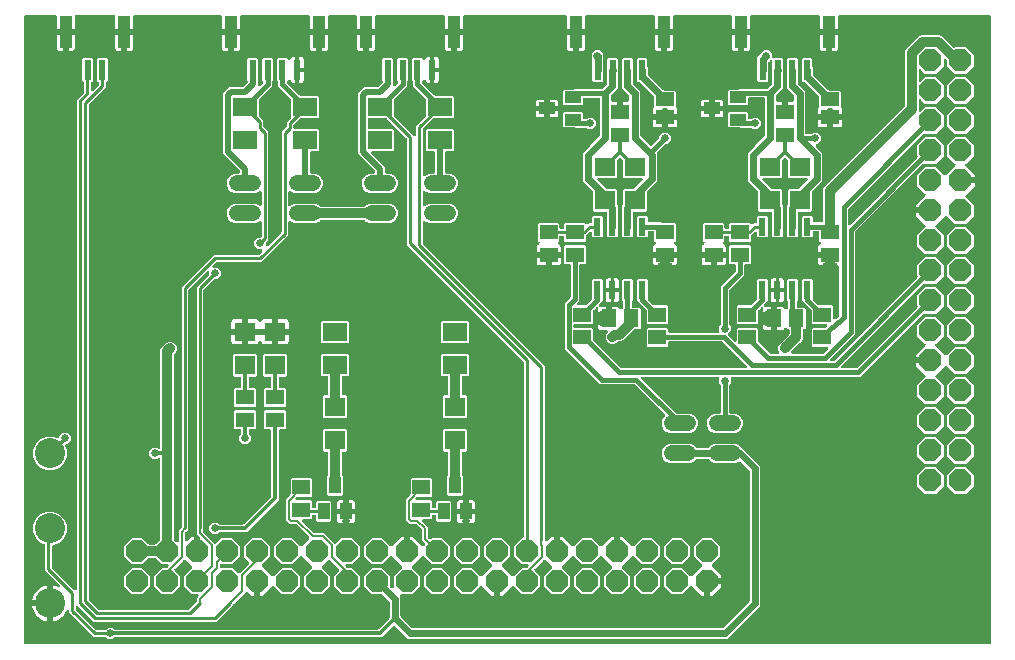
<source format=gbr>
G04 EAGLE Gerber RS-274X export*
G75*
%MOMM*%
%FSLAX34Y34*%
%LPD*%
%INTop Copper*%
%IPPOS*%
%AMOC8*
5,1,8,0,0,1.08239X$1,22.5*%
G01*
%ADD10P,2.061953X8X22.500000*%
%ADD11P,2.061953X8X292.500000*%
%ADD12R,2.000000X1.600000*%
%ADD13R,1.803000X1.600000*%
%ADD14R,0.609600X1.524000*%
%ADD15R,1.300000X1.500000*%
%ADD16R,1.500000X1.300000*%
%ADD17R,1.600200X1.168400*%
%ADD18C,1.371600*%
%ADD19R,0.600000X1.700000*%
%ADD20R,1.000000X2.700000*%
%ADD21R,1.000000X1.400000*%
%ADD22R,1.400000X1.000000*%
%ADD23C,2.540000*%
%ADD24C,0.203200*%
%ADD25C,0.654800*%
%ADD26C,0.406400*%
%ADD27C,0.812800*%
%ADD28C,0.609600*%
%ADD29C,0.355600*%
%ADD30C,0.254000*%
%ADD31C,0.304800*%
%ADD32C,0.508000*%

G36*
X820792Y3572D02*
X820792Y3572D01*
X820911Y3579D01*
X820949Y3592D01*
X820990Y3597D01*
X821100Y3640D01*
X821213Y3677D01*
X821248Y3699D01*
X821285Y3714D01*
X821381Y3783D01*
X821482Y3847D01*
X821510Y3877D01*
X821543Y3900D01*
X821619Y3992D01*
X821700Y4079D01*
X821720Y4114D01*
X821745Y4145D01*
X821796Y4253D01*
X821854Y4357D01*
X821864Y4397D01*
X821881Y4433D01*
X821903Y4550D01*
X821933Y4665D01*
X821937Y4725D01*
X821941Y4745D01*
X821939Y4766D01*
X821943Y4826D01*
X821943Y534924D01*
X821928Y535042D01*
X821921Y535161D01*
X821908Y535199D01*
X821903Y535240D01*
X821860Y535350D01*
X821823Y535463D01*
X821801Y535498D01*
X821786Y535535D01*
X821717Y535631D01*
X821653Y535732D01*
X821623Y535760D01*
X821600Y535793D01*
X821508Y535869D01*
X821421Y535950D01*
X821386Y535970D01*
X821355Y535995D01*
X821247Y536046D01*
X821143Y536104D01*
X821103Y536114D01*
X821067Y536131D01*
X820950Y536153D01*
X820835Y536183D01*
X820775Y536187D01*
X820755Y536191D01*
X820734Y536189D01*
X820674Y536193D01*
X693760Y536193D01*
X693642Y536178D01*
X693523Y536171D01*
X693485Y536158D01*
X693444Y536153D01*
X693334Y536110D01*
X693221Y536073D01*
X693186Y536051D01*
X693149Y536036D01*
X693053Y535967D01*
X692952Y535903D01*
X692924Y535873D01*
X692891Y535850D01*
X692815Y535758D01*
X692734Y535671D01*
X692714Y535636D01*
X692689Y535605D01*
X692638Y535497D01*
X692580Y535393D01*
X692570Y535353D01*
X692553Y535317D01*
X692531Y535200D01*
X692501Y535085D01*
X692497Y535025D01*
X692493Y535005D01*
X692495Y534984D01*
X692491Y534924D01*
X692491Y524474D01*
X686180Y524474D01*
X686062Y524459D01*
X685943Y524452D01*
X685905Y524439D01*
X685865Y524434D01*
X685754Y524391D01*
X685641Y524354D01*
X685607Y524332D01*
X685569Y524317D01*
X685473Y524248D01*
X685372Y524184D01*
X685344Y524154D01*
X685312Y524131D01*
X685236Y524039D01*
X685154Y523952D01*
X685135Y523917D01*
X685109Y523886D01*
X685058Y523778D01*
X685001Y523674D01*
X684991Y523634D01*
X684973Y523598D01*
X684953Y523491D01*
X684949Y523521D01*
X684905Y523631D01*
X684869Y523744D01*
X684847Y523779D01*
X684832Y523816D01*
X684762Y523912D01*
X684699Y524013D01*
X684669Y524041D01*
X684645Y524074D01*
X684554Y524150D01*
X684467Y524231D01*
X684432Y524251D01*
X684400Y524276D01*
X684293Y524327D01*
X684188Y524385D01*
X684149Y524395D01*
X684113Y524412D01*
X683996Y524434D01*
X683880Y524464D01*
X683820Y524468D01*
X683800Y524472D01*
X683780Y524470D01*
X683720Y524474D01*
X677409Y524474D01*
X677409Y534924D01*
X677394Y535042D01*
X677387Y535161D01*
X677374Y535199D01*
X677369Y535240D01*
X677326Y535350D01*
X677289Y535463D01*
X677267Y535498D01*
X677252Y535535D01*
X677183Y535631D01*
X677119Y535732D01*
X677089Y535760D01*
X677066Y535793D01*
X676974Y535869D01*
X676887Y535950D01*
X676852Y535970D01*
X676821Y535995D01*
X676713Y536046D01*
X676609Y536104D01*
X676569Y536114D01*
X676533Y536131D01*
X676416Y536153D01*
X676301Y536183D01*
X676241Y536187D01*
X676221Y536191D01*
X676200Y536189D01*
X676140Y536193D01*
X619260Y536193D01*
X619142Y536178D01*
X619023Y536171D01*
X618985Y536158D01*
X618944Y536153D01*
X618834Y536110D01*
X618721Y536073D01*
X618686Y536051D01*
X618649Y536036D01*
X618553Y535967D01*
X618452Y535903D01*
X618424Y535873D01*
X618391Y535850D01*
X618315Y535758D01*
X618234Y535671D01*
X618214Y535636D01*
X618189Y535605D01*
X618138Y535497D01*
X618080Y535393D01*
X618070Y535353D01*
X618053Y535317D01*
X618031Y535200D01*
X618001Y535085D01*
X617997Y535025D01*
X617993Y535005D01*
X617995Y534984D01*
X617991Y534924D01*
X617991Y524474D01*
X611680Y524474D01*
X611562Y524459D01*
X611443Y524452D01*
X611405Y524439D01*
X611365Y524434D01*
X611254Y524391D01*
X611141Y524354D01*
X611107Y524332D01*
X611069Y524317D01*
X610973Y524248D01*
X610872Y524184D01*
X610844Y524154D01*
X610812Y524131D01*
X610736Y524039D01*
X610654Y523952D01*
X610635Y523917D01*
X610609Y523886D01*
X610558Y523778D01*
X610501Y523674D01*
X610491Y523634D01*
X610473Y523598D01*
X610453Y523491D01*
X610449Y523521D01*
X610405Y523631D01*
X610369Y523744D01*
X610347Y523779D01*
X610332Y523816D01*
X610262Y523912D01*
X610199Y524013D01*
X610169Y524041D01*
X610145Y524074D01*
X610054Y524150D01*
X609967Y524231D01*
X609932Y524251D01*
X609900Y524276D01*
X609793Y524327D01*
X609688Y524385D01*
X609649Y524395D01*
X609613Y524412D01*
X609496Y524434D01*
X609380Y524464D01*
X609320Y524468D01*
X609300Y524472D01*
X609280Y524470D01*
X609220Y524474D01*
X602909Y524474D01*
X602909Y534924D01*
X602894Y535042D01*
X602887Y535161D01*
X602874Y535199D01*
X602869Y535240D01*
X602826Y535350D01*
X602789Y535463D01*
X602767Y535498D01*
X602752Y535535D01*
X602683Y535631D01*
X602619Y535732D01*
X602589Y535760D01*
X602566Y535793D01*
X602474Y535869D01*
X602387Y535950D01*
X602352Y535970D01*
X602321Y535995D01*
X602213Y536046D01*
X602109Y536104D01*
X602069Y536114D01*
X602033Y536131D01*
X601916Y536153D01*
X601801Y536183D01*
X601741Y536187D01*
X601721Y536191D01*
X601700Y536189D01*
X601640Y536193D01*
X554060Y536193D01*
X553942Y536178D01*
X553823Y536171D01*
X553785Y536158D01*
X553744Y536153D01*
X553634Y536110D01*
X553521Y536073D01*
X553486Y536051D01*
X553449Y536036D01*
X553353Y535967D01*
X553252Y535903D01*
X553224Y535873D01*
X553191Y535850D01*
X553115Y535758D01*
X553034Y535671D01*
X553014Y535636D01*
X552989Y535605D01*
X552938Y535497D01*
X552880Y535393D01*
X552870Y535353D01*
X552853Y535317D01*
X552831Y535200D01*
X552801Y535085D01*
X552797Y535025D01*
X552793Y535005D01*
X552795Y534984D01*
X552791Y534924D01*
X552791Y524474D01*
X546480Y524474D01*
X546362Y524459D01*
X546243Y524452D01*
X546205Y524439D01*
X546165Y524434D01*
X546054Y524391D01*
X545941Y524354D01*
X545907Y524332D01*
X545869Y524317D01*
X545773Y524248D01*
X545672Y524184D01*
X545644Y524154D01*
X545612Y524131D01*
X545536Y524039D01*
X545454Y523952D01*
X545435Y523917D01*
X545409Y523886D01*
X545358Y523778D01*
X545301Y523674D01*
X545291Y523634D01*
X545273Y523598D01*
X545253Y523491D01*
X545249Y523521D01*
X545205Y523631D01*
X545169Y523744D01*
X545147Y523779D01*
X545132Y523816D01*
X545062Y523912D01*
X544999Y524013D01*
X544969Y524041D01*
X544945Y524074D01*
X544854Y524150D01*
X544767Y524231D01*
X544732Y524251D01*
X544700Y524276D01*
X544593Y524327D01*
X544488Y524385D01*
X544449Y524395D01*
X544413Y524412D01*
X544296Y524434D01*
X544180Y524464D01*
X544120Y524468D01*
X544100Y524472D01*
X544080Y524470D01*
X544020Y524474D01*
X537709Y524474D01*
X537709Y534924D01*
X537694Y535042D01*
X537687Y535161D01*
X537674Y535199D01*
X537669Y535240D01*
X537626Y535350D01*
X537589Y535463D01*
X537567Y535498D01*
X537552Y535535D01*
X537483Y535631D01*
X537419Y535732D01*
X537389Y535760D01*
X537366Y535793D01*
X537274Y535869D01*
X537187Y535950D01*
X537152Y535970D01*
X537121Y535995D01*
X537013Y536046D01*
X536909Y536104D01*
X536869Y536114D01*
X536833Y536131D01*
X536716Y536153D01*
X536601Y536183D01*
X536541Y536187D01*
X536521Y536191D01*
X536500Y536189D01*
X536440Y536193D01*
X479560Y536193D01*
X479442Y536178D01*
X479323Y536171D01*
X479285Y536158D01*
X479244Y536153D01*
X479134Y536110D01*
X479021Y536073D01*
X478986Y536051D01*
X478949Y536036D01*
X478853Y535967D01*
X478752Y535903D01*
X478724Y535873D01*
X478691Y535850D01*
X478615Y535758D01*
X478534Y535671D01*
X478514Y535636D01*
X478489Y535605D01*
X478438Y535497D01*
X478380Y535393D01*
X478370Y535353D01*
X478353Y535317D01*
X478331Y535200D01*
X478301Y535085D01*
X478297Y535025D01*
X478293Y535005D01*
X478295Y534984D01*
X478291Y534924D01*
X478291Y524474D01*
X471980Y524474D01*
X471862Y524459D01*
X471743Y524452D01*
X471705Y524439D01*
X471665Y524434D01*
X471554Y524391D01*
X471441Y524354D01*
X471407Y524332D01*
X471369Y524317D01*
X471273Y524248D01*
X471172Y524184D01*
X471144Y524154D01*
X471112Y524131D01*
X471036Y524039D01*
X470954Y523952D01*
X470935Y523917D01*
X470909Y523886D01*
X470858Y523778D01*
X470801Y523674D01*
X470791Y523634D01*
X470773Y523598D01*
X470753Y523491D01*
X470749Y523521D01*
X470705Y523631D01*
X470669Y523744D01*
X470647Y523779D01*
X470632Y523816D01*
X470562Y523912D01*
X470499Y524013D01*
X470469Y524041D01*
X470445Y524074D01*
X470354Y524150D01*
X470267Y524231D01*
X470232Y524251D01*
X470200Y524276D01*
X470093Y524327D01*
X469988Y524385D01*
X469949Y524395D01*
X469913Y524412D01*
X469796Y524434D01*
X469680Y524464D01*
X469620Y524468D01*
X469600Y524472D01*
X469580Y524470D01*
X469520Y524474D01*
X463209Y524474D01*
X463209Y534924D01*
X463194Y535042D01*
X463187Y535161D01*
X463174Y535199D01*
X463169Y535240D01*
X463126Y535350D01*
X463089Y535463D01*
X463067Y535498D01*
X463052Y535535D01*
X462983Y535631D01*
X462919Y535732D01*
X462889Y535760D01*
X462866Y535793D01*
X462774Y535869D01*
X462687Y535950D01*
X462652Y535970D01*
X462621Y535995D01*
X462513Y536046D01*
X462409Y536104D01*
X462369Y536114D01*
X462333Y536131D01*
X462216Y536153D01*
X462101Y536183D01*
X462041Y536187D01*
X462021Y536191D01*
X462000Y536189D01*
X461940Y536193D01*
X376260Y536193D01*
X376142Y536178D01*
X376023Y536171D01*
X375985Y536158D01*
X375944Y536153D01*
X375834Y536110D01*
X375721Y536073D01*
X375686Y536051D01*
X375649Y536036D01*
X375553Y535967D01*
X375452Y535903D01*
X375424Y535873D01*
X375391Y535850D01*
X375315Y535758D01*
X375234Y535671D01*
X375214Y535636D01*
X375189Y535605D01*
X375138Y535497D01*
X375080Y535393D01*
X375070Y535353D01*
X375053Y535317D01*
X375031Y535200D01*
X375001Y535085D01*
X374997Y535025D01*
X374993Y535005D01*
X374995Y534984D01*
X374991Y534924D01*
X374991Y524474D01*
X368680Y524474D01*
X368562Y524459D01*
X368443Y524452D01*
X368405Y524439D01*
X368365Y524434D01*
X368254Y524391D01*
X368141Y524354D01*
X368107Y524332D01*
X368069Y524317D01*
X367973Y524248D01*
X367872Y524184D01*
X367844Y524154D01*
X367812Y524131D01*
X367736Y524039D01*
X367654Y523952D01*
X367635Y523917D01*
X367609Y523886D01*
X367558Y523778D01*
X367501Y523674D01*
X367491Y523634D01*
X367473Y523598D01*
X367453Y523491D01*
X367449Y523521D01*
X367405Y523631D01*
X367369Y523744D01*
X367347Y523779D01*
X367332Y523816D01*
X367262Y523912D01*
X367199Y524013D01*
X367169Y524041D01*
X367145Y524074D01*
X367054Y524150D01*
X366967Y524231D01*
X366932Y524251D01*
X366900Y524276D01*
X366793Y524327D01*
X366688Y524385D01*
X366649Y524395D01*
X366613Y524412D01*
X366496Y524434D01*
X366380Y524464D01*
X366320Y524468D01*
X366300Y524472D01*
X366280Y524470D01*
X366220Y524474D01*
X359909Y524474D01*
X359909Y534924D01*
X359894Y535042D01*
X359887Y535161D01*
X359874Y535199D01*
X359869Y535240D01*
X359826Y535350D01*
X359789Y535463D01*
X359767Y535498D01*
X359752Y535535D01*
X359683Y535631D01*
X359619Y535732D01*
X359589Y535760D01*
X359566Y535793D01*
X359474Y535869D01*
X359387Y535950D01*
X359352Y535970D01*
X359321Y535995D01*
X359213Y536046D01*
X359109Y536104D01*
X359069Y536114D01*
X359033Y536131D01*
X358916Y536153D01*
X358801Y536183D01*
X358741Y536187D01*
X358721Y536191D01*
X358700Y536189D01*
X358640Y536193D01*
X301760Y536193D01*
X301642Y536178D01*
X301523Y536171D01*
X301485Y536158D01*
X301444Y536153D01*
X301334Y536110D01*
X301221Y536073D01*
X301186Y536051D01*
X301149Y536036D01*
X301053Y535967D01*
X300952Y535903D01*
X300924Y535873D01*
X300891Y535850D01*
X300815Y535758D01*
X300734Y535671D01*
X300714Y535636D01*
X300689Y535605D01*
X300638Y535497D01*
X300580Y535393D01*
X300570Y535353D01*
X300553Y535317D01*
X300531Y535200D01*
X300501Y535085D01*
X300497Y535025D01*
X300493Y535005D01*
X300495Y534984D01*
X300491Y534924D01*
X300491Y524474D01*
X294180Y524474D01*
X294062Y524459D01*
X293943Y524452D01*
X293905Y524439D01*
X293865Y524434D01*
X293754Y524391D01*
X293641Y524354D01*
X293607Y524332D01*
X293569Y524317D01*
X293473Y524248D01*
X293372Y524184D01*
X293344Y524154D01*
X293312Y524131D01*
X293236Y524039D01*
X293154Y523952D01*
X293135Y523917D01*
X293109Y523886D01*
X293058Y523778D01*
X293001Y523674D01*
X292991Y523634D01*
X292973Y523598D01*
X292953Y523491D01*
X292949Y523521D01*
X292905Y523631D01*
X292869Y523744D01*
X292847Y523779D01*
X292832Y523816D01*
X292762Y523912D01*
X292699Y524013D01*
X292669Y524041D01*
X292645Y524074D01*
X292554Y524150D01*
X292467Y524231D01*
X292432Y524251D01*
X292400Y524276D01*
X292293Y524327D01*
X292188Y524385D01*
X292149Y524395D01*
X292113Y524412D01*
X291996Y524434D01*
X291880Y524464D01*
X291820Y524468D01*
X291800Y524472D01*
X291780Y524470D01*
X291720Y524474D01*
X285409Y524474D01*
X285409Y534924D01*
X285394Y535042D01*
X285387Y535161D01*
X285374Y535199D01*
X285369Y535240D01*
X285326Y535350D01*
X285289Y535463D01*
X285267Y535498D01*
X285252Y535535D01*
X285183Y535631D01*
X285119Y535732D01*
X285089Y535760D01*
X285066Y535793D01*
X284974Y535869D01*
X284887Y535950D01*
X284852Y535970D01*
X284821Y535995D01*
X284713Y536046D01*
X284609Y536104D01*
X284569Y536114D01*
X284533Y536131D01*
X284416Y536153D01*
X284301Y536183D01*
X284241Y536187D01*
X284221Y536191D01*
X284200Y536189D01*
X284140Y536193D01*
X261960Y536193D01*
X261842Y536178D01*
X261723Y536171D01*
X261685Y536158D01*
X261644Y536153D01*
X261534Y536110D01*
X261421Y536073D01*
X261386Y536051D01*
X261349Y536036D01*
X261253Y535967D01*
X261152Y535903D01*
X261124Y535873D01*
X261091Y535850D01*
X261015Y535758D01*
X260934Y535671D01*
X260914Y535636D01*
X260889Y535605D01*
X260838Y535497D01*
X260780Y535393D01*
X260770Y535353D01*
X260753Y535317D01*
X260731Y535200D01*
X260701Y535085D01*
X260697Y535025D01*
X260693Y535005D01*
X260695Y534984D01*
X260691Y534924D01*
X260691Y524474D01*
X254380Y524474D01*
X254262Y524459D01*
X254143Y524452D01*
X254105Y524439D01*
X254065Y524434D01*
X253954Y524391D01*
X253841Y524354D01*
X253807Y524332D01*
X253769Y524317D01*
X253673Y524248D01*
X253572Y524184D01*
X253544Y524154D01*
X253512Y524131D01*
X253436Y524039D01*
X253354Y523952D01*
X253335Y523917D01*
X253309Y523886D01*
X253258Y523778D01*
X253201Y523674D01*
X253191Y523634D01*
X253173Y523598D01*
X253153Y523491D01*
X253149Y523521D01*
X253105Y523631D01*
X253069Y523744D01*
X253047Y523779D01*
X253032Y523816D01*
X252962Y523912D01*
X252899Y524013D01*
X252869Y524041D01*
X252845Y524074D01*
X252754Y524150D01*
X252667Y524231D01*
X252632Y524251D01*
X252600Y524276D01*
X252493Y524327D01*
X252388Y524385D01*
X252349Y524395D01*
X252313Y524412D01*
X252196Y524434D01*
X252080Y524464D01*
X252020Y524468D01*
X252000Y524472D01*
X251980Y524470D01*
X251920Y524474D01*
X245609Y524474D01*
X245609Y534924D01*
X245594Y535042D01*
X245587Y535161D01*
X245574Y535199D01*
X245569Y535240D01*
X245526Y535350D01*
X245489Y535463D01*
X245467Y535498D01*
X245452Y535535D01*
X245383Y535631D01*
X245319Y535732D01*
X245289Y535760D01*
X245266Y535793D01*
X245174Y535869D01*
X245087Y535950D01*
X245052Y535970D01*
X245021Y535995D01*
X244913Y536046D01*
X244809Y536104D01*
X244769Y536114D01*
X244733Y536131D01*
X244616Y536153D01*
X244501Y536183D01*
X244441Y536187D01*
X244421Y536191D01*
X244400Y536189D01*
X244340Y536193D01*
X187460Y536193D01*
X187342Y536178D01*
X187223Y536171D01*
X187185Y536158D01*
X187144Y536153D01*
X187034Y536110D01*
X186921Y536073D01*
X186886Y536051D01*
X186849Y536036D01*
X186753Y535967D01*
X186652Y535903D01*
X186624Y535873D01*
X186591Y535850D01*
X186515Y535758D01*
X186434Y535671D01*
X186414Y535636D01*
X186389Y535605D01*
X186338Y535497D01*
X186280Y535393D01*
X186270Y535353D01*
X186253Y535317D01*
X186231Y535200D01*
X186201Y535085D01*
X186197Y535025D01*
X186193Y535005D01*
X186195Y534984D01*
X186191Y534924D01*
X186191Y524474D01*
X179880Y524474D01*
X179762Y524459D01*
X179643Y524452D01*
X179605Y524439D01*
X179565Y524434D01*
X179454Y524391D01*
X179341Y524354D01*
X179307Y524332D01*
X179269Y524317D01*
X179173Y524248D01*
X179072Y524184D01*
X179044Y524154D01*
X179012Y524131D01*
X178936Y524039D01*
X178854Y523952D01*
X178835Y523917D01*
X178809Y523886D01*
X178758Y523778D01*
X178701Y523674D01*
X178691Y523634D01*
X178673Y523598D01*
X178653Y523491D01*
X178649Y523521D01*
X178605Y523631D01*
X178569Y523744D01*
X178547Y523779D01*
X178532Y523816D01*
X178462Y523912D01*
X178399Y524013D01*
X178369Y524041D01*
X178345Y524074D01*
X178254Y524150D01*
X178167Y524231D01*
X178132Y524251D01*
X178100Y524276D01*
X177993Y524327D01*
X177888Y524385D01*
X177849Y524395D01*
X177813Y524412D01*
X177696Y524434D01*
X177580Y524464D01*
X177520Y524468D01*
X177500Y524472D01*
X177480Y524470D01*
X177420Y524474D01*
X171109Y524474D01*
X171109Y534924D01*
X171094Y535042D01*
X171087Y535161D01*
X171074Y535199D01*
X171069Y535240D01*
X171026Y535350D01*
X170989Y535463D01*
X170967Y535498D01*
X170952Y535535D01*
X170883Y535631D01*
X170819Y535732D01*
X170789Y535760D01*
X170766Y535793D01*
X170674Y535869D01*
X170587Y535950D01*
X170552Y535970D01*
X170521Y535995D01*
X170413Y536046D01*
X170309Y536104D01*
X170269Y536114D01*
X170233Y536131D01*
X170116Y536153D01*
X170001Y536183D01*
X169941Y536187D01*
X169921Y536191D01*
X169900Y536189D01*
X169840Y536193D01*
X97060Y536193D01*
X96942Y536178D01*
X96823Y536171D01*
X96785Y536158D01*
X96744Y536153D01*
X96634Y536110D01*
X96521Y536073D01*
X96486Y536051D01*
X96449Y536036D01*
X96353Y535967D01*
X96252Y535903D01*
X96224Y535873D01*
X96191Y535850D01*
X96115Y535758D01*
X96034Y535671D01*
X96014Y535636D01*
X95989Y535605D01*
X95938Y535497D01*
X95880Y535393D01*
X95870Y535353D01*
X95853Y535317D01*
X95831Y535200D01*
X95801Y535085D01*
X95797Y535025D01*
X95793Y535005D01*
X95795Y534984D01*
X95791Y534924D01*
X95791Y524474D01*
X89480Y524474D01*
X89362Y524459D01*
X89243Y524452D01*
X89205Y524439D01*
X89165Y524434D01*
X89054Y524391D01*
X88941Y524354D01*
X88907Y524332D01*
X88869Y524317D01*
X88773Y524248D01*
X88672Y524184D01*
X88644Y524154D01*
X88612Y524131D01*
X88536Y524039D01*
X88454Y523952D01*
X88435Y523917D01*
X88409Y523886D01*
X88358Y523778D01*
X88301Y523674D01*
X88291Y523634D01*
X88273Y523598D01*
X88253Y523491D01*
X88249Y523521D01*
X88205Y523631D01*
X88169Y523744D01*
X88147Y523779D01*
X88132Y523816D01*
X88062Y523912D01*
X87999Y524013D01*
X87969Y524041D01*
X87945Y524074D01*
X87854Y524150D01*
X87767Y524231D01*
X87732Y524251D01*
X87700Y524276D01*
X87593Y524327D01*
X87488Y524385D01*
X87449Y524395D01*
X87413Y524412D01*
X87296Y524434D01*
X87180Y524464D01*
X87120Y524468D01*
X87100Y524472D01*
X87080Y524470D01*
X87020Y524474D01*
X80709Y524474D01*
X80709Y534924D01*
X80694Y535042D01*
X80687Y535161D01*
X80674Y535199D01*
X80669Y535240D01*
X80626Y535350D01*
X80589Y535463D01*
X80567Y535498D01*
X80552Y535535D01*
X80483Y535631D01*
X80419Y535732D01*
X80389Y535760D01*
X80366Y535793D01*
X80274Y535869D01*
X80187Y535950D01*
X80152Y535970D01*
X80121Y535995D01*
X80013Y536046D01*
X79909Y536104D01*
X79869Y536114D01*
X79833Y536131D01*
X79716Y536153D01*
X79601Y536183D01*
X79541Y536187D01*
X79521Y536191D01*
X79500Y536189D01*
X79440Y536193D01*
X47560Y536193D01*
X47442Y536178D01*
X47323Y536171D01*
X47285Y536158D01*
X47244Y536153D01*
X47134Y536110D01*
X47021Y536073D01*
X46986Y536051D01*
X46949Y536036D01*
X46853Y535967D01*
X46752Y535903D01*
X46724Y535873D01*
X46691Y535850D01*
X46615Y535758D01*
X46534Y535671D01*
X46514Y535636D01*
X46489Y535605D01*
X46438Y535497D01*
X46380Y535393D01*
X46370Y535353D01*
X46353Y535317D01*
X46331Y535200D01*
X46301Y535085D01*
X46297Y535025D01*
X46293Y535005D01*
X46295Y534984D01*
X46291Y534924D01*
X46291Y524474D01*
X39980Y524474D01*
X39862Y524459D01*
X39743Y524452D01*
X39705Y524439D01*
X39665Y524434D01*
X39554Y524391D01*
X39441Y524354D01*
X39407Y524332D01*
X39369Y524317D01*
X39273Y524248D01*
X39172Y524184D01*
X39144Y524154D01*
X39112Y524131D01*
X39036Y524039D01*
X38954Y523952D01*
X38935Y523917D01*
X38909Y523886D01*
X38858Y523778D01*
X38801Y523674D01*
X38791Y523634D01*
X38773Y523598D01*
X38753Y523491D01*
X38749Y523521D01*
X38705Y523631D01*
X38669Y523744D01*
X38647Y523779D01*
X38632Y523816D01*
X38562Y523912D01*
X38499Y524013D01*
X38469Y524041D01*
X38445Y524074D01*
X38354Y524150D01*
X38267Y524231D01*
X38232Y524251D01*
X38200Y524276D01*
X38093Y524327D01*
X37988Y524385D01*
X37949Y524395D01*
X37913Y524412D01*
X37796Y524434D01*
X37680Y524464D01*
X37620Y524468D01*
X37600Y524472D01*
X37580Y524470D01*
X37520Y524474D01*
X31209Y524474D01*
X31209Y534924D01*
X31194Y535042D01*
X31187Y535161D01*
X31174Y535199D01*
X31169Y535240D01*
X31126Y535350D01*
X31089Y535463D01*
X31067Y535498D01*
X31052Y535535D01*
X30983Y535631D01*
X30919Y535732D01*
X30889Y535760D01*
X30866Y535793D01*
X30774Y535869D01*
X30687Y535950D01*
X30652Y535970D01*
X30621Y535995D01*
X30513Y536046D01*
X30409Y536104D01*
X30369Y536114D01*
X30333Y536131D01*
X30216Y536153D01*
X30101Y536183D01*
X30041Y536187D01*
X30021Y536191D01*
X30000Y536189D01*
X29940Y536193D01*
X4826Y536193D01*
X4708Y536178D01*
X4589Y536171D01*
X4551Y536158D01*
X4510Y536153D01*
X4400Y536110D01*
X4287Y536073D01*
X4252Y536051D01*
X4215Y536036D01*
X4119Y535967D01*
X4018Y535903D01*
X3990Y535873D01*
X3957Y535850D01*
X3881Y535758D01*
X3800Y535671D01*
X3780Y535636D01*
X3755Y535605D01*
X3704Y535497D01*
X3646Y535393D01*
X3636Y535353D01*
X3619Y535317D01*
X3597Y535200D01*
X3567Y535085D01*
X3563Y535025D01*
X3559Y535005D01*
X3561Y534984D01*
X3557Y534924D01*
X3557Y4826D01*
X3572Y4708D01*
X3579Y4589D01*
X3592Y4551D01*
X3597Y4510D01*
X3640Y4400D01*
X3677Y4287D01*
X3699Y4252D01*
X3714Y4215D01*
X3783Y4119D01*
X3847Y4018D01*
X3877Y3990D01*
X3900Y3957D01*
X3992Y3881D01*
X4079Y3800D01*
X4114Y3780D01*
X4145Y3755D01*
X4253Y3704D01*
X4357Y3646D01*
X4397Y3636D01*
X4433Y3619D01*
X4550Y3597D01*
X4665Y3567D01*
X4725Y3563D01*
X4745Y3559D01*
X4766Y3561D01*
X4826Y3557D01*
X820674Y3557D01*
X820792Y3572D01*
G37*
%LPC*%
G36*
X74212Y7901D02*
X74212Y7901D01*
X72580Y9534D01*
X72502Y9594D01*
X72430Y9662D01*
X72377Y9691D01*
X72329Y9728D01*
X72238Y9768D01*
X72151Y9816D01*
X72093Y9831D01*
X72037Y9855D01*
X71939Y9870D01*
X71843Y9895D01*
X71743Y9901D01*
X71723Y9905D01*
X71711Y9903D01*
X71683Y9905D01*
X62342Y9905D01*
X41655Y30592D01*
X41655Y31137D01*
X41647Y31206D01*
X41648Y31276D01*
X41627Y31363D01*
X41615Y31452D01*
X41590Y31517D01*
X41573Y31585D01*
X41531Y31665D01*
X41498Y31748D01*
X41457Y31804D01*
X41425Y31866D01*
X41364Y31933D01*
X41312Y32005D01*
X41258Y32050D01*
X41211Y32102D01*
X41136Y32151D01*
X41067Y32208D01*
X41003Y32238D01*
X40945Y32276D01*
X40860Y32305D01*
X40779Y32344D01*
X40710Y32357D01*
X40644Y32380D01*
X40555Y32387D01*
X40467Y32403D01*
X40397Y32399D01*
X40327Y32405D01*
X40239Y32389D01*
X40149Y32384D01*
X40083Y32362D01*
X40014Y32350D01*
X39932Y32313D01*
X39847Y32286D01*
X39788Y32248D01*
X39724Y32220D01*
X39654Y32164D01*
X39578Y32116D01*
X39530Y32065D01*
X39476Y32021D01*
X39422Y31949D01*
X39360Y31884D01*
X39326Y31823D01*
X39284Y31767D01*
X39213Y31622D01*
X39098Y31345D01*
X38099Y29615D01*
X36883Y28030D01*
X35470Y26617D01*
X33885Y25401D01*
X32155Y24402D01*
X30310Y23637D01*
X28380Y23120D01*
X27939Y23062D01*
X27939Y36830D01*
X27924Y36948D01*
X27917Y37067D01*
X27904Y37105D01*
X27899Y37145D01*
X27855Y37256D01*
X27819Y37369D01*
X27797Y37404D01*
X27782Y37441D01*
X27712Y37537D01*
X27649Y37638D01*
X27619Y37666D01*
X27595Y37698D01*
X27504Y37774D01*
X27417Y37856D01*
X27382Y37875D01*
X27350Y37901D01*
X27243Y37952D01*
X27139Y38009D01*
X27099Y38020D01*
X27063Y38037D01*
X26946Y38059D01*
X26831Y38089D01*
X26770Y38093D01*
X26750Y38097D01*
X26730Y38095D01*
X26670Y38099D01*
X25399Y38099D01*
X25399Y38101D01*
X26670Y38101D01*
X26788Y38116D01*
X26907Y38123D01*
X26945Y38136D01*
X26985Y38141D01*
X27096Y38185D01*
X27209Y38221D01*
X27244Y38243D01*
X27281Y38258D01*
X27377Y38328D01*
X27478Y38391D01*
X27506Y38421D01*
X27538Y38445D01*
X27614Y38536D01*
X27696Y38623D01*
X27715Y38658D01*
X27741Y38690D01*
X27792Y38797D01*
X27849Y38901D01*
X27860Y38941D01*
X27877Y38977D01*
X27899Y39094D01*
X27929Y39209D01*
X27933Y39270D01*
X27937Y39290D01*
X27935Y39310D01*
X27939Y39370D01*
X27939Y53138D01*
X28380Y53080D01*
X30310Y52563D01*
X32155Y51798D01*
X32168Y51791D01*
X32307Y51733D01*
X32448Y51672D01*
X32455Y51671D01*
X32461Y51668D01*
X32610Y51646D01*
X32762Y51622D01*
X32769Y51622D01*
X32775Y51621D01*
X32926Y51637D01*
X33079Y51652D01*
X33085Y51654D01*
X33092Y51655D01*
X33234Y51707D01*
X33378Y51759D01*
X33384Y51763D01*
X33390Y51765D01*
X33514Y51851D01*
X33641Y51938D01*
X33646Y51943D01*
X33651Y51947D01*
X33750Y52061D01*
X33852Y52176D01*
X33855Y52182D01*
X33859Y52187D01*
X33927Y52324D01*
X33996Y52459D01*
X33998Y52466D01*
X34001Y52472D01*
X34032Y52621D01*
X34066Y52770D01*
X34066Y52776D01*
X34067Y52783D01*
X34061Y52934D01*
X34056Y53088D01*
X34054Y53094D01*
X34054Y53101D01*
X34010Y53246D01*
X33968Y53393D01*
X33964Y53399D01*
X33962Y53405D01*
X33883Y53537D01*
X33806Y53667D01*
X33800Y53674D01*
X33798Y53677D01*
X33790Y53685D01*
X33700Y53788D01*
X23344Y64144D01*
X21335Y66152D01*
X21335Y87039D01*
X21332Y87068D01*
X21334Y87098D01*
X21312Y87226D01*
X21295Y87354D01*
X21285Y87382D01*
X21280Y87411D01*
X21226Y87529D01*
X21178Y87650D01*
X21161Y87674D01*
X21149Y87701D01*
X21068Y87802D01*
X20992Y87907D01*
X20969Y87926D01*
X20950Y87949D01*
X20847Y88027D01*
X20747Y88110D01*
X20720Y88123D01*
X20696Y88141D01*
X20552Y88211D01*
X17342Y89541D01*
X13341Y93542D01*
X11175Y98770D01*
X11175Y104430D01*
X13341Y109658D01*
X17342Y113659D01*
X22570Y115825D01*
X28230Y115825D01*
X33458Y113659D01*
X37459Y109658D01*
X39625Y104430D01*
X39625Y98770D01*
X37459Y93542D01*
X33458Y89541D01*
X28230Y87375D01*
X28194Y87375D01*
X28076Y87360D01*
X27957Y87353D01*
X27919Y87340D01*
X27878Y87335D01*
X27768Y87292D01*
X27655Y87255D01*
X27620Y87233D01*
X27583Y87218D01*
X27487Y87149D01*
X27386Y87085D01*
X27358Y87055D01*
X27325Y87032D01*
X27249Y86940D01*
X27168Y86853D01*
X27148Y86818D01*
X27123Y86787D01*
X27072Y86679D01*
X27014Y86575D01*
X27004Y86535D01*
X26987Y86499D01*
X26965Y86382D01*
X26935Y86267D01*
X26931Y86207D01*
X26927Y86187D01*
X26929Y86166D01*
X26925Y86106D01*
X26925Y68993D01*
X26937Y68895D01*
X26940Y68796D01*
X26957Y68738D01*
X26965Y68678D01*
X27001Y68586D01*
X27029Y68491D01*
X27059Y68438D01*
X27082Y68382D01*
X27140Y68302D01*
X27190Y68217D01*
X27256Y68141D01*
X27268Y68125D01*
X27278Y68117D01*
X27296Y68096D01*
X45236Y50156D01*
X45838Y49554D01*
X45948Y49469D01*
X46055Y49380D01*
X46074Y49371D01*
X46090Y49359D01*
X46218Y49303D01*
X46343Y49244D01*
X46363Y49241D01*
X46382Y49233D01*
X46520Y49211D01*
X46656Y49185D01*
X46676Y49186D01*
X46696Y49183D01*
X46835Y49196D01*
X46973Y49204D01*
X46992Y49211D01*
X47012Y49212D01*
X47143Y49260D01*
X47275Y49302D01*
X47293Y49313D01*
X47312Y49320D01*
X47426Y49398D01*
X47544Y49473D01*
X47558Y49487D01*
X47575Y49499D01*
X47667Y49603D01*
X47762Y49704D01*
X47772Y49722D01*
X47785Y49737D01*
X47848Y49861D01*
X47916Y49983D01*
X47921Y50002D01*
X47930Y50020D01*
X47960Y50156D01*
X47995Y50291D01*
X47997Y50319D01*
X48000Y50331D01*
X47999Y50351D01*
X48005Y50451D01*
X48005Y464708D01*
X53984Y470686D01*
X54044Y470764D01*
X54112Y470836D01*
X54141Y470889D01*
X54178Y470937D01*
X54218Y471028D01*
X54266Y471115D01*
X54281Y471173D01*
X54305Y471229D01*
X54320Y471327D01*
X54345Y471423D01*
X54351Y471523D01*
X54355Y471543D01*
X54353Y471555D01*
X54355Y471583D01*
X54355Y478688D01*
X54343Y478786D01*
X54340Y478885D01*
X54323Y478943D01*
X54315Y479003D01*
X54279Y479095D01*
X54251Y479190D01*
X54221Y479243D01*
X54198Y479299D01*
X54140Y479379D01*
X54090Y479464D01*
X54024Y479540D01*
X54012Y479556D01*
X54002Y479564D01*
X53984Y479585D01*
X52725Y480843D01*
X52725Y499107D01*
X53618Y500000D01*
X60882Y500000D01*
X61775Y499107D01*
X61775Y480843D01*
X60805Y479873D01*
X60788Y479867D01*
X60675Y479830D01*
X60640Y479808D01*
X60603Y479793D01*
X60507Y479724D01*
X60406Y479660D01*
X60378Y479630D01*
X60345Y479607D01*
X60269Y479515D01*
X60188Y479428D01*
X60168Y479393D01*
X60143Y479362D01*
X60092Y479254D01*
X60034Y479150D01*
X60024Y479110D01*
X60007Y479074D01*
X59985Y478957D01*
X59955Y478842D01*
X59951Y478782D01*
X59947Y478762D01*
X59949Y478741D01*
X59945Y478681D01*
X59945Y473245D01*
X59962Y473108D01*
X59975Y472969D01*
X59982Y472950D01*
X59985Y472930D01*
X60036Y472801D01*
X60083Y472670D01*
X60094Y472653D01*
X60102Y472634D01*
X60183Y472522D01*
X60261Y472407D01*
X60277Y472393D01*
X60288Y472377D01*
X60396Y472288D01*
X60500Y472196D01*
X60518Y472187D01*
X60533Y472174D01*
X60659Y472115D01*
X60783Y472052D01*
X60803Y472047D01*
X60821Y472039D01*
X60957Y472012D01*
X61093Y471982D01*
X61114Y471983D01*
X61133Y471979D01*
X61272Y471987D01*
X61411Y471992D01*
X61431Y471997D01*
X61451Y471999D01*
X61583Y472041D01*
X61717Y472080D01*
X61734Y472090D01*
X61753Y472097D01*
X61871Y472171D01*
X61991Y472242D01*
X62012Y472260D01*
X62022Y472267D01*
X62036Y472282D01*
X62111Y472348D01*
X66584Y476820D01*
X66644Y476898D01*
X66712Y476970D01*
X66741Y477023D01*
X66778Y477071D01*
X66818Y477162D01*
X66866Y477249D01*
X66881Y477307D01*
X66905Y477363D01*
X66920Y477461D01*
X66945Y477557D01*
X66951Y477657D01*
X66955Y477677D01*
X66953Y477690D01*
X66955Y477718D01*
X66955Y478681D01*
X66940Y478799D01*
X66933Y478918D01*
X66920Y478956D01*
X66915Y478997D01*
X66872Y479107D01*
X66835Y479220D01*
X66813Y479255D01*
X66798Y479292D01*
X66729Y479388D01*
X66665Y479489D01*
X66635Y479517D01*
X66612Y479550D01*
X66520Y479626D01*
X66433Y479707D01*
X66398Y479727D01*
X66367Y479752D01*
X66272Y479797D01*
X65225Y480843D01*
X65225Y499107D01*
X66118Y500000D01*
X73382Y500000D01*
X74275Y499107D01*
X74275Y480843D01*
X73239Y479808D01*
X73203Y479793D01*
X73107Y479724D01*
X73006Y479660D01*
X72978Y479630D01*
X72945Y479607D01*
X72869Y479515D01*
X72788Y479428D01*
X72768Y479393D01*
X72743Y479362D01*
X72692Y479254D01*
X72634Y479150D01*
X72624Y479110D01*
X72607Y479074D01*
X72585Y478957D01*
X72555Y478842D01*
X72551Y478782D01*
X72547Y478762D01*
X72549Y478741D01*
X72545Y478681D01*
X72545Y474877D01*
X58538Y460870D01*
X58478Y460792D01*
X58410Y460720D01*
X58381Y460667D01*
X58344Y460619D01*
X58304Y460528D01*
X58256Y460441D01*
X58241Y460383D01*
X58217Y460327D01*
X58202Y460229D01*
X58177Y460134D01*
X58171Y460033D01*
X58167Y460013D01*
X58169Y460001D01*
X58167Y459973D01*
X58167Y41677D01*
X58179Y41579D01*
X58182Y41480D01*
X58199Y41422D01*
X58207Y41362D01*
X58243Y41270D01*
X58271Y41174D01*
X58301Y41122D01*
X58324Y41066D01*
X58382Y40986D01*
X58432Y40901D01*
X58498Y40825D01*
X58510Y40809D01*
X58520Y40801D01*
X58538Y40780D01*
X66180Y33138D01*
X66258Y33078D01*
X66330Y33010D01*
X66383Y32981D01*
X66431Y32944D01*
X66522Y32904D01*
X66609Y32856D01*
X66667Y32841D01*
X66723Y32817D01*
X66821Y32802D01*
X66916Y32777D01*
X67017Y32771D01*
X67037Y32767D01*
X67049Y32769D01*
X67077Y32767D01*
X142589Y32767D01*
X142687Y32779D01*
X142786Y32782D01*
X142844Y32799D01*
X142904Y32807D01*
X142996Y32843D01*
X143091Y32871D01*
X143144Y32901D01*
X143200Y32924D01*
X143280Y32982D01*
X143365Y33032D01*
X143441Y33098D01*
X143457Y33110D01*
X143465Y33120D01*
X143486Y33138D01*
X149488Y39140D01*
X149548Y39218D01*
X149616Y39290D01*
X149645Y39343D01*
X149682Y39391D01*
X149722Y39482D01*
X149770Y39569D01*
X149785Y39627D01*
X149809Y39683D01*
X149824Y39781D01*
X149849Y39877D01*
X149855Y39977D01*
X149859Y39997D01*
X149857Y40009D01*
X149859Y40037D01*
X149859Y42707D01*
X150831Y43680D01*
X150916Y43789D01*
X151005Y43896D01*
X151014Y43915D01*
X151026Y43931D01*
X151081Y44058D01*
X151141Y44184D01*
X151145Y44204D01*
X151153Y44223D01*
X151175Y44361D01*
X151201Y44497D01*
X151199Y44517D01*
X151202Y44537D01*
X151189Y44676D01*
X151181Y44814D01*
X151175Y44833D01*
X151173Y44853D01*
X151125Y44985D01*
X151083Y45116D01*
X151072Y45134D01*
X151065Y45153D01*
X150987Y45268D01*
X150913Y45385D01*
X150898Y45399D01*
X150886Y45416D01*
X150782Y45508D01*
X150681Y45603D01*
X150663Y45613D01*
X150648Y45626D01*
X150524Y45690D01*
X150402Y45757D01*
X150383Y45762D01*
X150365Y45771D01*
X150229Y45801D01*
X150095Y45836D01*
X150066Y45838D01*
X150054Y45841D01*
X150034Y45840D01*
X149934Y45846D01*
X145283Y45846D01*
X138810Y52319D01*
X138810Y61473D01*
X145401Y68064D01*
X145486Y68173D01*
X145575Y68280D01*
X145583Y68299D01*
X145596Y68315D01*
X145651Y68443D01*
X145710Y68568D01*
X145714Y68588D01*
X145722Y68607D01*
X145744Y68745D01*
X145770Y68881D01*
X145769Y68901D01*
X145772Y68921D01*
X145759Y69060D01*
X145750Y69198D01*
X145744Y69217D01*
X145742Y69237D01*
X145695Y69369D01*
X145652Y69500D01*
X145641Y69518D01*
X145635Y69537D01*
X145557Y69652D01*
X145482Y69769D01*
X145467Y69783D01*
X145456Y69800D01*
X145352Y69892D01*
X145251Y69987D01*
X145233Y69997D01*
X145218Y70010D01*
X145093Y70074D01*
X144972Y70141D01*
X144952Y70146D01*
X144941Y70151D01*
X140213Y74880D01*
X140119Y74953D01*
X140029Y75031D01*
X139994Y75050D01*
X139962Y75075D01*
X139852Y75122D01*
X139746Y75176D01*
X139707Y75185D01*
X139670Y75201D01*
X139552Y75220D01*
X139436Y75246D01*
X139396Y75245D01*
X139356Y75251D01*
X139237Y75240D01*
X139118Y75236D01*
X139079Y75225D01*
X139039Y75221D01*
X138927Y75181D01*
X138813Y75148D01*
X138778Y75127D01*
X138740Y75113D01*
X138641Y75047D01*
X138539Y74986D01*
X138493Y74946D01*
X138477Y74935D01*
X138463Y74920D01*
X138418Y74880D01*
X137714Y74176D01*
X131158Y67620D01*
X131085Y67526D01*
X131006Y67436D01*
X130988Y67400D01*
X130963Y67368D01*
X130916Y67259D01*
X130862Y67153D01*
X130853Y67114D01*
X130837Y67077D01*
X130818Y66959D01*
X130792Y66843D01*
X130793Y66803D01*
X130787Y66763D01*
X130798Y66644D01*
X130802Y66525D01*
X130813Y66486D01*
X130817Y66446D01*
X130857Y66334D01*
X130890Y66220D01*
X130910Y66185D01*
X130924Y66147D01*
X130991Y66048D01*
X131051Y65946D01*
X131091Y65900D01*
X131103Y65884D01*
X131118Y65870D01*
X131158Y65825D01*
X135510Y61473D01*
X135510Y52319D01*
X129037Y45846D01*
X119883Y45846D01*
X113410Y52319D01*
X113410Y61473D01*
X119883Y67946D01*
X123772Y67946D01*
X123870Y67958D01*
X123969Y67961D01*
X124027Y67978D01*
X124087Y67986D01*
X124179Y68022D01*
X124274Y68050D01*
X124327Y68080D01*
X124383Y68103D01*
X124463Y68161D01*
X124548Y68211D01*
X124624Y68277D01*
X124640Y68289D01*
X124648Y68299D01*
X124669Y68317D01*
X125431Y69080D01*
X125516Y69189D01*
X125605Y69296D01*
X125614Y69315D01*
X125626Y69331D01*
X125682Y69459D01*
X125741Y69584D01*
X125745Y69604D01*
X125753Y69623D01*
X125775Y69761D01*
X125801Y69897D01*
X125799Y69917D01*
X125802Y69937D01*
X125789Y70076D01*
X125781Y70214D01*
X125775Y70233D01*
X125773Y70253D01*
X125726Y70384D01*
X125683Y70516D01*
X125672Y70534D01*
X125665Y70553D01*
X125587Y70667D01*
X125513Y70785D01*
X125498Y70799D01*
X125486Y70816D01*
X125383Y70907D01*
X125281Y71003D01*
X125263Y71013D01*
X125248Y71026D01*
X125124Y71089D01*
X125002Y71157D01*
X124983Y71162D01*
X124965Y71171D01*
X124829Y71201D01*
X124695Y71236D01*
X124666Y71238D01*
X124655Y71241D01*
X124634Y71240D01*
X124534Y71246D01*
X119883Y71246D01*
X114794Y76336D01*
X114716Y76396D01*
X114643Y76464D01*
X114590Y76493D01*
X114543Y76530D01*
X114452Y76570D01*
X114365Y76618D01*
X114306Y76633D01*
X114251Y76657D01*
X114153Y76672D01*
X114057Y76697D01*
X113957Y76703D01*
X113937Y76707D01*
X113924Y76705D01*
X113896Y76707D01*
X109624Y76707D01*
X109525Y76695D01*
X109426Y76692D01*
X109368Y76675D01*
X109308Y76667D01*
X109216Y76631D01*
X109121Y76603D01*
X109069Y76573D01*
X109012Y76550D01*
X108932Y76492D01*
X108847Y76442D01*
X108772Y76376D01*
X108755Y76364D01*
X108747Y76354D01*
X108726Y76336D01*
X103637Y71246D01*
X94483Y71246D01*
X88010Y77719D01*
X88010Y86873D01*
X94483Y93346D01*
X103637Y93346D01*
X108726Y88256D01*
X108804Y88196D01*
X108877Y88128D01*
X108930Y88099D01*
X108977Y88062D01*
X109068Y88022D01*
X109155Y87974D01*
X109214Y87959D01*
X109269Y87935D01*
X109367Y87920D01*
X109463Y87895D01*
X109563Y87889D01*
X109583Y87885D01*
X109596Y87887D01*
X109624Y87885D01*
X113896Y87885D01*
X113995Y87897D01*
X114094Y87900D01*
X114152Y87917D01*
X114212Y87925D01*
X114304Y87961D01*
X114399Y87989D01*
X114451Y88019D01*
X114508Y88042D01*
X114588Y88100D01*
X114673Y88150D01*
X114748Y88216D01*
X114765Y88228D01*
X114773Y88238D01*
X114794Y88256D01*
X118500Y91962D01*
X118560Y92040D01*
X118628Y92113D01*
X118657Y92166D01*
X118694Y92213D01*
X118734Y92304D01*
X118782Y92391D01*
X118797Y92450D01*
X118821Y92505D01*
X118836Y92603D01*
X118861Y92699D01*
X118867Y92799D01*
X118871Y92819D01*
X118869Y92832D01*
X118871Y92860D01*
X118871Y159821D01*
X118854Y159959D01*
X118841Y160097D01*
X118834Y160116D01*
X118831Y160136D01*
X118780Y160265D01*
X118733Y160396D01*
X118722Y160413D01*
X118714Y160432D01*
X118633Y160544D01*
X118555Y160659D01*
X118539Y160673D01*
X118528Y160689D01*
X118420Y160778D01*
X118316Y160870D01*
X118298Y160879D01*
X118283Y160892D01*
X118157Y160951D01*
X118033Y161014D01*
X118013Y161019D01*
X117995Y161028D01*
X117858Y161054D01*
X117723Y161084D01*
X117702Y161083D01*
X117683Y161087D01*
X117544Y161079D01*
X117405Y161074D01*
X117385Y161069D01*
X117365Y161068D01*
X117233Y161025D01*
X117099Y160986D01*
X117082Y160976D01*
X117063Y160970D01*
X116945Y160895D01*
X116825Y160824D01*
X116804Y160806D01*
X116794Y160799D01*
X116780Y160784D01*
X116705Y160718D01*
X116288Y160301D01*
X112312Y160301D01*
X109501Y163112D01*
X109501Y167088D01*
X112312Y169899D01*
X116288Y169899D01*
X116705Y169482D01*
X116814Y169397D01*
X116921Y169308D01*
X116940Y169299D01*
X116956Y169287D01*
X117084Y169232D01*
X117209Y169172D01*
X117229Y169169D01*
X117248Y169161D01*
X117386Y169139D01*
X117522Y169113D01*
X117542Y169114D01*
X117562Y169111D01*
X117701Y169124D01*
X117839Y169132D01*
X117858Y169139D01*
X117878Y169141D01*
X118009Y169188D01*
X118141Y169230D01*
X118159Y169241D01*
X118178Y169248D01*
X118292Y169326D01*
X118410Y169401D01*
X118424Y169415D01*
X118441Y169427D01*
X118533Y169531D01*
X118628Y169632D01*
X118638Y169650D01*
X118651Y169665D01*
X118714Y169789D01*
X118782Y169911D01*
X118787Y169930D01*
X118796Y169948D01*
X118826Y170084D01*
X118861Y170219D01*
X118863Y170247D01*
X118866Y170259D01*
X118865Y170279D01*
X118871Y170379D01*
X118871Y252572D01*
X119722Y254626D01*
X123834Y258738D01*
X125888Y259589D01*
X128112Y259589D01*
X130166Y258738D01*
X131738Y257166D01*
X132589Y255112D01*
X132589Y252888D01*
X131738Y250834D01*
X130420Y249517D01*
X130360Y249439D01*
X130292Y249366D01*
X130263Y249313D01*
X130226Y249266D01*
X130186Y249175D01*
X130138Y249088D01*
X130123Y249029D01*
X130099Y248974D01*
X130084Y248876D01*
X130059Y248780D01*
X130053Y248680D01*
X130049Y248660D01*
X130051Y248647D01*
X130049Y248619D01*
X130049Y92860D01*
X130061Y92761D01*
X130064Y92662D01*
X130081Y92604D01*
X130089Y92544D01*
X130125Y92452D01*
X130153Y92357D01*
X130183Y92305D01*
X130206Y92248D01*
X130264Y92168D01*
X130314Y92083D01*
X130380Y92008D01*
X130392Y91991D01*
X130402Y91983D01*
X130420Y91962D01*
X132326Y90057D01*
X132435Y89972D01*
X132542Y89883D01*
X132561Y89875D01*
X132577Y89862D01*
X132705Y89807D01*
X132830Y89748D01*
X132850Y89744D01*
X132869Y89736D01*
X133007Y89714D01*
X133143Y89688D01*
X133163Y89689D01*
X133183Y89686D01*
X133322Y89699D01*
X133460Y89708D01*
X133479Y89714D01*
X133499Y89716D01*
X133631Y89763D01*
X133762Y89806D01*
X133780Y89817D01*
X133799Y89823D01*
X133914Y89901D01*
X134031Y89976D01*
X134045Y89991D01*
X134062Y90002D01*
X134154Y90106D01*
X134249Y90207D01*
X134259Y90225D01*
X134272Y90240D01*
X134336Y90364D01*
X134403Y90486D01*
X134408Y90506D01*
X134417Y90524D01*
X134447Y90659D01*
X134482Y90794D01*
X134484Y90822D01*
X134487Y90834D01*
X134486Y90854D01*
X134492Y90955D01*
X134492Y99985D01*
X136534Y102027D01*
X136594Y102105D01*
X136662Y102177D01*
X136691Y102230D01*
X136728Y102278D01*
X136768Y102369D01*
X136816Y102456D01*
X136831Y102514D01*
X136855Y102570D01*
X136870Y102668D01*
X136895Y102763D01*
X136901Y102864D01*
X136905Y102884D01*
X136903Y102896D01*
X136905Y102924D01*
X136905Y305958D01*
X163942Y332995D01*
X201517Y332995D01*
X201615Y333007D01*
X201714Y333010D01*
X201772Y333027D01*
X201832Y333035D01*
X201924Y333071D01*
X202019Y333099D01*
X202072Y333129D01*
X202128Y333152D01*
X202208Y333210D01*
X202293Y333260D01*
X202369Y333326D01*
X202385Y333338D01*
X202393Y333348D01*
X202414Y333366D01*
X204982Y335935D01*
X205067Y336044D01*
X205156Y336151D01*
X205165Y336170D01*
X205177Y336186D01*
X205233Y336314D01*
X205292Y336439D01*
X205295Y336459D01*
X205303Y336478D01*
X205325Y336616D01*
X205351Y336752D01*
X205350Y336772D01*
X205353Y336792D01*
X205340Y336931D01*
X205332Y337069D01*
X205325Y337088D01*
X205324Y337108D01*
X205276Y337240D01*
X205234Y337371D01*
X205223Y337389D01*
X205216Y337408D01*
X205138Y337523D01*
X205063Y337640D01*
X205049Y337654D01*
X205037Y337671D01*
X204933Y337763D01*
X204832Y337858D01*
X204814Y337868D01*
X204799Y337881D01*
X204675Y337945D01*
X204553Y338012D01*
X204534Y338017D01*
X204516Y338026D01*
X204380Y338056D01*
X204245Y338091D01*
X204217Y338093D01*
X204205Y338096D01*
X204185Y338095D01*
X204085Y338101D01*
X201212Y338101D01*
X198401Y340912D01*
X198401Y344888D01*
X201212Y347699D01*
X203454Y347699D01*
X203572Y347714D01*
X203691Y347721D01*
X203729Y347734D01*
X203770Y347739D01*
X203880Y347782D01*
X203993Y347819D01*
X204028Y347841D01*
X204065Y347856D01*
X204161Y347925D01*
X204262Y347989D01*
X204290Y348019D01*
X204323Y348042D01*
X204399Y348134D01*
X204480Y348221D01*
X204500Y348256D01*
X204525Y348287D01*
X204576Y348395D01*
X204634Y348499D01*
X204644Y348539D01*
X204661Y348575D01*
X204683Y348692D01*
X204713Y348807D01*
X204717Y348867D01*
X204721Y348887D01*
X204719Y348908D01*
X204723Y348968D01*
X204723Y360746D01*
X204706Y360884D01*
X204693Y361022D01*
X204686Y361041D01*
X204683Y361062D01*
X204632Y361191D01*
X204585Y361322D01*
X204574Y361338D01*
X204566Y361357D01*
X204485Y361470D01*
X204407Y361585D01*
X204391Y361598D01*
X204380Y361615D01*
X204272Y361703D01*
X204168Y361795D01*
X204150Y361805D01*
X204135Y361817D01*
X204009Y361877D01*
X203885Y361940D01*
X203865Y361944D01*
X203847Y361953D01*
X203710Y361979D01*
X203575Y362010D01*
X203554Y362009D01*
X203535Y362013D01*
X203396Y362004D01*
X203257Y362000D01*
X203237Y361994D01*
X203217Y361993D01*
X203085Y361950D01*
X202951Y361912D01*
X202934Y361901D01*
X202915Y361895D01*
X202797Y361821D01*
X202677Y361750D01*
X202656Y361731D01*
X202646Y361725D01*
X202632Y361710D01*
X202556Y361644D01*
X202106Y361193D01*
X199025Y359917D01*
X181975Y359917D01*
X178894Y361193D01*
X176535Y363552D01*
X175259Y366633D01*
X175259Y369967D01*
X176535Y373048D01*
X178894Y375407D01*
X181975Y376683D01*
X199025Y376683D01*
X202106Y375407D01*
X202556Y374956D01*
X202666Y374871D01*
X202773Y374783D01*
X202792Y374774D01*
X202808Y374762D01*
X202936Y374706D01*
X203061Y374647D01*
X203081Y374643D01*
X203100Y374635D01*
X203238Y374613D01*
X203374Y374587D01*
X203394Y374588D01*
X203414Y374585D01*
X203553Y374598D01*
X203691Y374607D01*
X203710Y374613D01*
X203730Y374615D01*
X203861Y374662D01*
X203993Y374705D01*
X204011Y374716D01*
X204030Y374723D01*
X204144Y374801D01*
X204262Y374875D01*
X204276Y374890D01*
X204293Y374901D01*
X204385Y375005D01*
X204480Y375107D01*
X204490Y375125D01*
X204503Y375140D01*
X204566Y375263D01*
X204634Y375385D01*
X204639Y375405D01*
X204648Y375423D01*
X204678Y375559D01*
X204713Y375693D01*
X204715Y375721D01*
X204718Y375733D01*
X204717Y375754D01*
X204723Y375854D01*
X204723Y386146D01*
X204706Y386284D01*
X204693Y386422D01*
X204686Y386441D01*
X204683Y386462D01*
X204632Y386591D01*
X204585Y386722D01*
X204574Y386738D01*
X204566Y386757D01*
X204485Y386870D01*
X204407Y386985D01*
X204391Y386998D01*
X204380Y387015D01*
X204272Y387103D01*
X204168Y387195D01*
X204150Y387205D01*
X204135Y387217D01*
X204009Y387277D01*
X203885Y387340D01*
X203865Y387344D01*
X203847Y387353D01*
X203710Y387379D01*
X203575Y387410D01*
X203554Y387409D01*
X203535Y387413D01*
X203396Y387404D01*
X203257Y387400D01*
X203237Y387394D01*
X203217Y387393D01*
X203085Y387350D01*
X202951Y387312D01*
X202934Y387301D01*
X202915Y387295D01*
X202797Y387221D01*
X202677Y387150D01*
X202656Y387131D01*
X202646Y387125D01*
X202632Y387110D01*
X202556Y387044D01*
X202106Y386593D01*
X199025Y385317D01*
X181975Y385317D01*
X178894Y386593D01*
X176535Y388952D01*
X175259Y392033D01*
X175259Y395367D01*
X176535Y398448D01*
X178894Y400807D01*
X181975Y402083D01*
X185166Y402083D01*
X185284Y402098D01*
X185403Y402105D01*
X185441Y402118D01*
X185482Y402123D01*
X185592Y402166D01*
X185705Y402203D01*
X185740Y402225D01*
X185777Y402240D01*
X185873Y402309D01*
X185974Y402373D01*
X186002Y402403D01*
X186035Y402426D01*
X186111Y402518D01*
X186192Y402605D01*
X186212Y402640D01*
X186237Y402671D01*
X186288Y402779D01*
X186346Y402883D01*
X186356Y402923D01*
X186373Y402959D01*
X186395Y403076D01*
X186425Y403191D01*
X186429Y403251D01*
X186433Y403271D01*
X186432Y403285D01*
X186433Y403290D01*
X186432Y403301D01*
X186435Y403352D01*
X186435Y403825D01*
X186423Y403923D01*
X186420Y404022D01*
X186403Y404080D01*
X186395Y404140D01*
X186359Y404232D01*
X186331Y404327D01*
X186301Y404380D01*
X186278Y404436D01*
X186220Y404516D01*
X186170Y404601D01*
X186104Y404677D01*
X186092Y404693D01*
X186082Y404701D01*
X186064Y404722D01*
X171863Y418923D01*
X171863Y470077D01*
X176923Y475137D01*
X188291Y475137D01*
X188389Y475149D01*
X188488Y475152D01*
X188546Y475169D01*
X188606Y475177D01*
X188698Y475213D01*
X188793Y475241D01*
X188845Y475271D01*
X188902Y475294D01*
X188982Y475352D01*
X189067Y475402D01*
X189143Y475468D01*
X189159Y475480D01*
X189167Y475490D01*
X189188Y475508D01*
X192677Y478997D01*
X192750Y479091D01*
X192828Y479180D01*
X192847Y479216D01*
X192872Y479248D01*
X192919Y479358D01*
X192973Y479464D01*
X192982Y479503D01*
X192998Y479540D01*
X193017Y479658D01*
X193043Y479774D01*
X193041Y479814D01*
X193048Y479854D01*
X193037Y479973D01*
X193033Y480092D01*
X193022Y480131D01*
X193018Y480171D01*
X192978Y480283D01*
X192945Y480397D01*
X192924Y480432D01*
X192910Y480470D01*
X192844Y480569D01*
X192783Y480671D01*
X192743Y480716D01*
X192732Y480733D01*
X192717Y480747D01*
X192677Y480792D01*
X192625Y480843D01*
X192625Y499107D01*
X193518Y500000D01*
X200782Y500000D01*
X201675Y499107D01*
X201675Y480843D01*
X201586Y480755D01*
X201526Y480677D01*
X201458Y480605D01*
X201429Y480552D01*
X201392Y480504D01*
X201352Y480413D01*
X201304Y480326D01*
X201289Y480268D01*
X201265Y480212D01*
X201250Y480114D01*
X201225Y480018D01*
X201219Y479918D01*
X201215Y479898D01*
X201217Y479886D01*
X201215Y479858D01*
X201215Y477309D01*
X201232Y477171D01*
X201245Y477033D01*
X201252Y477013D01*
X201255Y476993D01*
X201306Y476864D01*
X201353Y476733D01*
X201364Y476716D01*
X201372Y476698D01*
X201453Y476585D01*
X201531Y476470D01*
X201547Y476457D01*
X201558Y476440D01*
X201666Y476352D01*
X201770Y476260D01*
X201788Y476250D01*
X201803Y476238D01*
X201929Y476178D01*
X202053Y476115D01*
X202073Y476111D01*
X202091Y476102D01*
X202227Y476076D01*
X202363Y476045D01*
X202384Y476046D01*
X202403Y476042D01*
X202542Y476051D01*
X202681Y476055D01*
X202701Y476061D01*
X202721Y476062D01*
X202853Y476105D01*
X202987Y476143D01*
X203004Y476154D01*
X203023Y476160D01*
X203141Y476234D01*
X203261Y476305D01*
X203282Y476324D01*
X203292Y476330D01*
X203306Y476345D01*
X203381Y476411D01*
X205572Y478602D01*
X205645Y478696D01*
X205724Y478785D01*
X205742Y478821D01*
X205767Y478853D01*
X205814Y478963D01*
X205868Y479068D01*
X205877Y479108D01*
X205893Y479145D01*
X205912Y479263D01*
X205938Y479379D01*
X205937Y479419D01*
X205943Y479459D01*
X205932Y479578D01*
X205928Y479697D01*
X205917Y479735D01*
X205913Y479776D01*
X205873Y479888D01*
X205840Y480002D01*
X205819Y480037D01*
X205806Y480075D01*
X205739Y480173D01*
X205678Y480276D01*
X205638Y480321D01*
X205627Y480338D01*
X205612Y480352D01*
X205572Y480397D01*
X205125Y480843D01*
X205125Y499107D01*
X206018Y500000D01*
X213282Y500000D01*
X214175Y499107D01*
X214175Y480843D01*
X213579Y480247D01*
X213518Y480169D01*
X213450Y480097D01*
X213421Y480044D01*
X213384Y479996D01*
X213344Y479905D01*
X213296Y479818D01*
X213281Y479760D01*
X213257Y479704D01*
X213242Y479606D01*
X213217Y479510D01*
X213211Y479410D01*
X213207Y479390D01*
X213209Y479378D01*
X213207Y479350D01*
X213207Y476177D01*
X202396Y465367D01*
X202336Y465288D01*
X202268Y465216D01*
X202239Y465163D01*
X202202Y465115D01*
X202162Y465024D01*
X202114Y464938D01*
X202099Y464879D01*
X202075Y464823D01*
X202060Y464725D01*
X202035Y464630D01*
X202029Y464530D01*
X202025Y464509D01*
X202027Y464497D01*
X202025Y464469D01*
X202025Y451453D01*
X202037Y451355D01*
X202040Y451256D01*
X202057Y451198D01*
X202065Y451138D01*
X202101Y451046D01*
X202129Y450951D01*
X202159Y450898D01*
X202182Y450842D01*
X202240Y450762D01*
X202290Y450677D01*
X202356Y450601D01*
X202368Y450585D01*
X202378Y450577D01*
X202396Y450556D01*
X203986Y448966D01*
X205995Y446958D01*
X205995Y442153D01*
X206007Y442055D01*
X206010Y441956D01*
X206027Y441898D01*
X206035Y441838D01*
X206071Y441745D01*
X206099Y441650D01*
X206129Y441598D01*
X206152Y441542D01*
X206210Y441462D01*
X206260Y441376D01*
X206326Y441301D01*
X206338Y441285D01*
X206348Y441277D01*
X206366Y441256D01*
X210313Y437309D01*
X210313Y346060D01*
X208370Y344118D01*
X208310Y344040D01*
X208242Y343968D01*
X208213Y343915D01*
X208176Y343867D01*
X208136Y343776D01*
X208088Y343689D01*
X208073Y343631D01*
X208049Y343575D01*
X208034Y343477D01*
X208009Y343381D01*
X208003Y343281D01*
X207999Y343261D01*
X208001Y343249D01*
X207999Y343221D01*
X207999Y342015D01*
X208016Y341878D01*
X208029Y341739D01*
X208036Y341720D01*
X208039Y341700D01*
X208090Y341571D01*
X208137Y341440D01*
X208148Y341423D01*
X208156Y341404D01*
X208237Y341292D01*
X208315Y341177D01*
X208331Y341163D01*
X208342Y341147D01*
X208450Y341058D01*
X208554Y340966D01*
X208572Y340957D01*
X208587Y340944D01*
X208713Y340885D01*
X208837Y340821D01*
X208857Y340817D01*
X208875Y340808D01*
X209011Y340782D01*
X209147Y340752D01*
X209168Y340752D01*
X209187Y340749D01*
X209326Y340757D01*
X209465Y340761D01*
X209485Y340767D01*
X209505Y340768D01*
X209637Y340811D01*
X209771Y340850D01*
X209788Y340860D01*
X209807Y340866D01*
X209925Y340941D01*
X210045Y341011D01*
X210066Y341030D01*
X210076Y341037D01*
X210090Y341052D01*
X210165Y341118D01*
X221116Y352068D01*
X221176Y352146D01*
X221244Y352218D01*
X221273Y352271D01*
X221310Y352319D01*
X221350Y352410D01*
X221398Y352497D01*
X221413Y352555D01*
X221437Y352611D01*
X221452Y352709D01*
X221477Y352805D01*
X221483Y352905D01*
X221487Y352925D01*
X221485Y352937D01*
X221487Y352965D01*
X221487Y437309D01*
X225434Y441256D01*
X225494Y441334D01*
X225562Y441406D01*
X225591Y441459D01*
X225628Y441507D01*
X225668Y441598D01*
X225716Y441684D01*
X225731Y441743D01*
X225755Y441799D01*
X225770Y441897D01*
X225795Y441992D01*
X225801Y442092D01*
X225805Y442113D01*
X225803Y442125D01*
X225805Y442153D01*
X225805Y445658D01*
X229404Y449256D01*
X229464Y449334D01*
X229532Y449406D01*
X229561Y449459D01*
X229598Y449507D01*
X229638Y449598D01*
X229686Y449685D01*
X229701Y449743D01*
X229725Y449799D01*
X229740Y449897D01*
X229765Y449993D01*
X229771Y450093D01*
X229775Y450113D01*
X229773Y450125D01*
X229775Y450153D01*
X229775Y464469D01*
X229763Y464567D01*
X229760Y464666D01*
X229743Y464724D01*
X229735Y464785D01*
X229699Y464877D01*
X229671Y464972D01*
X229641Y465024D01*
X229618Y465080D01*
X229560Y465160D01*
X229510Y465246D01*
X229444Y465321D01*
X229432Y465338D01*
X229422Y465345D01*
X229404Y465367D01*
X218593Y476177D01*
X218593Y479350D01*
X218581Y479448D01*
X218578Y479547D01*
X218561Y479605D01*
X218553Y479665D01*
X218517Y479757D01*
X218489Y479852D01*
X218459Y479905D01*
X218436Y479961D01*
X218378Y480041D01*
X218328Y480126D01*
X218262Y480202D01*
X218250Y480218D01*
X218240Y480226D01*
X218221Y480247D01*
X217625Y480843D01*
X217625Y499107D01*
X218518Y500000D01*
X225782Y500000D01*
X226710Y499071D01*
X226711Y499062D01*
X226714Y499056D01*
X226715Y499049D01*
X226771Y498906D01*
X226825Y498765D01*
X226829Y498760D01*
X226832Y498753D01*
X226921Y498630D01*
X227009Y498506D01*
X227015Y498501D01*
X227018Y498496D01*
X227135Y498399D01*
X227252Y498300D01*
X227258Y498297D01*
X227263Y498293D01*
X227400Y498229D01*
X227538Y498162D01*
X227545Y498160D01*
X227551Y498158D01*
X227699Y498129D01*
X227850Y498099D01*
X227857Y498099D01*
X227863Y498098D01*
X228015Y498107D01*
X228168Y498115D01*
X228174Y498117D01*
X228181Y498118D01*
X228325Y498164D01*
X228471Y498210D01*
X228477Y498214D01*
X228483Y498216D01*
X228612Y498297D01*
X228742Y498377D01*
X228746Y498382D01*
X228752Y498386D01*
X228857Y498497D01*
X228962Y498607D01*
X228965Y498612D01*
X228970Y498617D01*
X229044Y498751D01*
X229119Y498883D01*
X229121Y498892D01*
X229124Y498896D01*
X229126Y498906D01*
X229170Y499036D01*
X229282Y499456D01*
X229617Y500035D01*
X230090Y500508D01*
X230669Y500843D01*
X231316Y501016D01*
X233151Y501016D01*
X233151Y490205D01*
X233166Y490087D01*
X233173Y489968D01*
X233175Y489961D01*
X233161Y489905D01*
X233157Y489845D01*
X233153Y489825D01*
X233155Y489805D01*
X233151Y489745D01*
X233151Y478934D01*
X231316Y478934D01*
X230669Y479107D01*
X230090Y479442D01*
X229617Y479915D01*
X229282Y480494D01*
X229170Y480914D01*
X229113Y481054D01*
X229056Y481197D01*
X229052Y481202D01*
X229050Y481208D01*
X228959Y481331D01*
X228870Y481454D01*
X228864Y481458D01*
X228860Y481464D01*
X228742Y481560D01*
X228625Y481657D01*
X228618Y481660D01*
X228613Y481664D01*
X228473Y481728D01*
X228337Y481792D01*
X228330Y481794D01*
X228324Y481797D01*
X228173Y481824D01*
X228024Y481852D01*
X228018Y481852D01*
X228011Y481853D01*
X227859Y481842D01*
X227707Y481832D01*
X227701Y481830D01*
X227694Y481830D01*
X227549Y481781D01*
X227405Y481734D01*
X227399Y481731D01*
X227392Y481729D01*
X227264Y481646D01*
X227136Y481564D01*
X227131Y481559D01*
X227126Y481556D01*
X227022Y481444D01*
X226918Y481333D01*
X226915Y481327D01*
X226910Y481322D01*
X226838Y481188D01*
X226764Y481054D01*
X226763Y481048D01*
X226760Y481042D01*
X226723Y480893D01*
X226722Y480891D01*
X226228Y480397D01*
X226155Y480303D01*
X226076Y480214D01*
X226058Y480178D01*
X226033Y480146D01*
X225986Y480036D01*
X225932Y479930D01*
X225923Y479891D01*
X225907Y479854D01*
X225888Y479736D01*
X225862Y479620D01*
X225863Y479580D01*
X225857Y479540D01*
X225868Y479421D01*
X225872Y479302D01*
X225883Y479263D01*
X225887Y479223D01*
X225927Y479111D01*
X225960Y478997D01*
X225981Y478962D01*
X225994Y478924D01*
X226061Y478825D01*
X226122Y478723D01*
X226162Y478677D01*
X226173Y478661D01*
X226188Y478647D01*
X226228Y478602D01*
X236433Y468396D01*
X236512Y468336D01*
X236584Y468268D01*
X236637Y468239D01*
X236685Y468202D01*
X236776Y468162D01*
X236862Y468114D01*
X236921Y468099D01*
X236977Y468075D01*
X237075Y468060D01*
X237170Y468035D01*
X237270Y468029D01*
X237291Y468025D01*
X237303Y468027D01*
X237331Y468025D01*
X251932Y468025D01*
X252825Y467132D01*
X252825Y449868D01*
X251932Y448975D01*
X237553Y448975D01*
X237455Y448963D01*
X237356Y448960D01*
X237298Y448943D01*
X237238Y448935D01*
X237146Y448899D01*
X237051Y448871D01*
X236998Y448841D01*
X236942Y448818D01*
X236862Y448760D01*
X236777Y448710D01*
X236701Y448644D01*
X236685Y448632D01*
X236677Y448622D01*
X236656Y448604D01*
X231766Y443714D01*
X231706Y443636D01*
X231638Y443564D01*
X231609Y443511D01*
X231572Y443463D01*
X231532Y443372D01*
X231484Y443285D01*
X231469Y443227D01*
X231445Y443171D01*
X231430Y443073D01*
X231405Y442977D01*
X231399Y442877D01*
X231395Y442857D01*
X231397Y442845D01*
X231395Y442817D01*
X231395Y441294D01*
X231410Y441176D01*
X231417Y441057D01*
X231430Y441019D01*
X231435Y440978D01*
X231478Y440868D01*
X231515Y440755D01*
X231537Y440720D01*
X231552Y440683D01*
X231621Y440587D01*
X231685Y440486D01*
X231715Y440458D01*
X231738Y440425D01*
X231830Y440349D01*
X231917Y440268D01*
X231952Y440248D01*
X231983Y440223D01*
X232091Y440172D01*
X232195Y440114D01*
X232235Y440104D01*
X232271Y440087D01*
X232388Y440065D01*
X232503Y440035D01*
X232563Y440031D01*
X232583Y440027D01*
X232604Y440029D01*
X232664Y440025D01*
X251932Y440025D01*
X252825Y439132D01*
X252825Y421868D01*
X251932Y420975D01*
X246634Y420975D01*
X246516Y420960D01*
X246397Y420953D01*
X246359Y420940D01*
X246318Y420935D01*
X246208Y420892D01*
X246095Y420855D01*
X246060Y420833D01*
X246023Y420818D01*
X245927Y420749D01*
X245826Y420685D01*
X245798Y420655D01*
X245765Y420632D01*
X245689Y420540D01*
X245608Y420453D01*
X245588Y420418D01*
X245563Y420387D01*
X245512Y420279D01*
X245454Y420175D01*
X245444Y420135D01*
X245427Y420099D01*
X245405Y419982D01*
X245375Y419867D01*
X245371Y419807D01*
X245367Y419787D01*
X245369Y419766D01*
X245365Y419706D01*
X245365Y403352D01*
X245380Y403234D01*
X245387Y403115D01*
X245400Y403077D01*
X245405Y403036D01*
X245448Y402926D01*
X245485Y402813D01*
X245507Y402778D01*
X245522Y402741D01*
X245591Y402645D01*
X245655Y402544D01*
X245685Y402516D01*
X245708Y402483D01*
X245800Y402407D01*
X245887Y402326D01*
X245922Y402306D01*
X245953Y402281D01*
X246061Y402230D01*
X246165Y402172D01*
X246205Y402162D01*
X246241Y402145D01*
X246358Y402123D01*
X246473Y402093D01*
X246533Y402089D01*
X246553Y402085D01*
X246574Y402087D01*
X246634Y402083D01*
X249825Y402083D01*
X252906Y400807D01*
X255265Y398448D01*
X256541Y395367D01*
X256541Y392033D01*
X255265Y388952D01*
X252906Y386593D01*
X249825Y385317D01*
X232775Y385317D01*
X229694Y386593D01*
X229244Y387044D01*
X229134Y387129D01*
X229027Y387217D01*
X229008Y387226D01*
X228992Y387238D01*
X228864Y387294D01*
X228739Y387353D01*
X228719Y387357D01*
X228700Y387365D01*
X228562Y387387D01*
X228426Y387413D01*
X228406Y387412D01*
X228386Y387415D01*
X228247Y387402D01*
X228109Y387393D01*
X228090Y387387D01*
X228070Y387385D01*
X227939Y387338D01*
X227807Y387295D01*
X227789Y387284D01*
X227770Y387277D01*
X227656Y387199D01*
X227538Y387125D01*
X227524Y387110D01*
X227507Y387099D01*
X227415Y386995D01*
X227320Y386893D01*
X227310Y386875D01*
X227297Y386860D01*
X227234Y386737D01*
X227166Y386615D01*
X227161Y386595D01*
X227152Y386577D01*
X227122Y386441D01*
X227087Y386307D01*
X227085Y386279D01*
X227082Y386267D01*
X227083Y386246D01*
X227077Y386146D01*
X227077Y375854D01*
X227094Y375716D01*
X227107Y375578D01*
X227114Y375559D01*
X227117Y375538D01*
X227168Y375409D01*
X227215Y375278D01*
X227226Y375262D01*
X227234Y375243D01*
X227315Y375130D01*
X227393Y375015D01*
X227409Y375002D01*
X227420Y374985D01*
X227528Y374897D01*
X227632Y374805D01*
X227650Y374795D01*
X227665Y374783D01*
X227791Y374723D01*
X227915Y374660D01*
X227935Y374656D01*
X227953Y374647D01*
X228090Y374621D01*
X228225Y374590D01*
X228246Y374591D01*
X228265Y374587D01*
X228404Y374596D01*
X228543Y374600D01*
X228563Y374606D01*
X228583Y374607D01*
X228715Y374650D01*
X228849Y374688D01*
X228866Y374699D01*
X228885Y374705D01*
X229003Y374779D01*
X229123Y374850D01*
X229144Y374869D01*
X229154Y374875D01*
X229168Y374890D01*
X229244Y374956D01*
X229694Y375407D01*
X232775Y376683D01*
X249825Y376683D01*
X252906Y375407D01*
X254052Y374260D01*
X254131Y374200D01*
X254203Y374132D01*
X254256Y374103D01*
X254304Y374066D01*
X254395Y374026D01*
X254481Y373978D01*
X254540Y373963D01*
X254596Y373939D01*
X254694Y373924D01*
X254789Y373899D01*
X254889Y373893D01*
X254910Y373889D01*
X254922Y373891D01*
X254950Y373889D01*
X291150Y373889D01*
X291248Y373901D01*
X291347Y373904D01*
X291405Y373921D01*
X291466Y373929D01*
X291558Y373965D01*
X291653Y373993D01*
X291705Y374023D01*
X291761Y374046D01*
X291841Y374104D01*
X291927Y374154D01*
X292002Y374220D01*
X292019Y374232D01*
X292026Y374242D01*
X292048Y374260D01*
X293194Y375407D01*
X296275Y376683D01*
X313325Y376683D01*
X316406Y375407D01*
X318765Y373048D01*
X320041Y369967D01*
X320041Y366633D01*
X318765Y363552D01*
X316406Y361193D01*
X313325Y359917D01*
X296275Y359917D01*
X293194Y361193D01*
X292048Y362340D01*
X291969Y362400D01*
X291897Y362468D01*
X291844Y362497D01*
X291796Y362534D01*
X291705Y362574D01*
X291619Y362622D01*
X291560Y362637D01*
X291504Y362661D01*
X291406Y362676D01*
X291311Y362701D01*
X291211Y362707D01*
X291190Y362711D01*
X291178Y362709D01*
X291150Y362711D01*
X254950Y362711D01*
X254852Y362699D01*
X254753Y362696D01*
X254694Y362679D01*
X254634Y362671D01*
X254542Y362635D01*
X254447Y362607D01*
X254395Y362577D01*
X254339Y362554D01*
X254259Y362496D01*
X254173Y362446D01*
X254098Y362380D01*
X254081Y362368D01*
X254074Y362358D01*
X254052Y362340D01*
X252906Y361193D01*
X249825Y359917D01*
X232775Y359917D01*
X229694Y361193D01*
X229244Y361644D01*
X229134Y361729D01*
X229027Y361817D01*
X229008Y361826D01*
X228992Y361838D01*
X228864Y361894D01*
X228739Y361953D01*
X228719Y361957D01*
X228700Y361965D01*
X228562Y361987D01*
X228426Y362013D01*
X228406Y362012D01*
X228386Y362015D01*
X228247Y362002D01*
X228109Y361993D01*
X228090Y361987D01*
X228070Y361985D01*
X227939Y361938D01*
X227807Y361895D01*
X227789Y361884D01*
X227770Y361877D01*
X227656Y361799D01*
X227538Y361725D01*
X227524Y361710D01*
X227507Y361699D01*
X227415Y361595D01*
X227320Y361493D01*
X227310Y361475D01*
X227297Y361460D01*
X227234Y361337D01*
X227166Y361215D01*
X227161Y361195D01*
X227152Y361177D01*
X227122Y361041D01*
X227087Y360907D01*
X227085Y360879D01*
X227082Y360867D01*
X227083Y360846D01*
X227077Y360746D01*
X227077Y350124D01*
X204358Y327405D01*
X166783Y327405D01*
X166685Y327393D01*
X166586Y327390D01*
X166528Y327373D01*
X166468Y327365D01*
X166376Y327329D01*
X166281Y327301D01*
X166228Y327271D01*
X166172Y327248D01*
X166092Y327190D01*
X166007Y327140D01*
X165931Y327074D01*
X165915Y327062D01*
X165907Y327052D01*
X165886Y327034D01*
X163318Y324465D01*
X163233Y324356D01*
X163144Y324249D01*
X163135Y324230D01*
X163123Y324214D01*
X163067Y324086D01*
X163008Y323961D01*
X163005Y323941D01*
X162997Y323922D01*
X162975Y323784D01*
X162949Y323648D01*
X162950Y323628D01*
X162947Y323608D01*
X162960Y323469D01*
X162968Y323331D01*
X162975Y323312D01*
X162976Y323292D01*
X163024Y323160D01*
X163066Y323029D01*
X163077Y323011D01*
X163084Y322992D01*
X163162Y322877D01*
X163237Y322760D01*
X163251Y322746D01*
X163263Y322729D01*
X163367Y322637D01*
X163468Y322542D01*
X163486Y322532D01*
X163501Y322519D01*
X163625Y322455D01*
X163747Y322388D01*
X163766Y322383D01*
X163784Y322374D01*
X163920Y322344D01*
X164055Y322309D01*
X164083Y322307D01*
X164095Y322304D01*
X164115Y322305D01*
X164215Y322299D01*
X167088Y322299D01*
X169899Y319488D01*
X169899Y315512D01*
X167088Y312701D01*
X164779Y312701D01*
X164681Y312689D01*
X164582Y312686D01*
X164524Y312669D01*
X164464Y312661D01*
X164372Y312625D01*
X164277Y312597D01*
X164224Y312567D01*
X164168Y312544D01*
X164088Y312486D01*
X164003Y312436D01*
X163927Y312370D01*
X163911Y312358D01*
X163903Y312348D01*
X163882Y312330D01*
X155566Y304014D01*
X155506Y303936D01*
X155438Y303864D01*
X155409Y303811D01*
X155372Y303763D01*
X155332Y303672D01*
X155284Y303585D01*
X155269Y303527D01*
X155245Y303471D01*
X155230Y303373D01*
X155205Y303277D01*
X155200Y303192D01*
X155197Y303180D01*
X155198Y303172D01*
X155195Y303157D01*
X155197Y303145D01*
X155195Y303117D01*
X155195Y100421D01*
X155184Y100410D01*
X155155Y100357D01*
X155118Y100309D01*
X155078Y100218D01*
X155030Y100131D01*
X155015Y100073D01*
X154991Y100017D01*
X154976Y99919D01*
X154951Y99823D01*
X154945Y99723D01*
X154941Y99703D01*
X154943Y99691D01*
X154941Y99663D01*
X154941Y99115D01*
X154953Y99017D01*
X154956Y98918D01*
X154973Y98860D01*
X154981Y98800D01*
X155017Y98707D01*
X155045Y98612D01*
X155075Y98560D01*
X155098Y98504D01*
X155156Y98424D01*
X155206Y98338D01*
X155272Y98263D01*
X155284Y98247D01*
X155294Y98239D01*
X155312Y98218D01*
X164536Y88994D01*
X164630Y88921D01*
X164720Y88842D01*
X164756Y88824D01*
X164788Y88799D01*
X164897Y88752D01*
X165003Y88698D01*
X165042Y88689D01*
X165079Y88673D01*
X165197Y88654D01*
X165313Y88628D01*
X165353Y88629D01*
X165393Y88623D01*
X165512Y88634D01*
X165631Y88638D01*
X165670Y88649D01*
X165710Y88653D01*
X165822Y88693D01*
X165936Y88726D01*
X165971Y88746D01*
X166009Y88760D01*
X166108Y88827D01*
X166210Y88887D01*
X166256Y88927D01*
X166272Y88939D01*
X166286Y88954D01*
X166331Y88994D01*
X170683Y93346D01*
X179837Y93346D01*
X186310Y86873D01*
X186310Y77719D01*
X179837Y71246D01*
X170307Y71246D01*
X170189Y71231D01*
X170070Y71224D01*
X170032Y71211D01*
X169991Y71206D01*
X169881Y71163D01*
X169768Y71126D01*
X169733Y71104D01*
X169696Y71089D01*
X169600Y71020D01*
X169499Y70956D01*
X169471Y70926D01*
X169438Y70903D01*
X169362Y70811D01*
X169281Y70724D01*
X169261Y70689D01*
X169236Y70658D01*
X169185Y70550D01*
X169127Y70446D01*
X169117Y70406D01*
X169100Y70370D01*
X169078Y70253D01*
X169048Y70138D01*
X169044Y70078D01*
X169040Y70058D01*
X169042Y70037D01*
X169038Y69977D01*
X169038Y69215D01*
X169053Y69097D01*
X169060Y68978D01*
X169073Y68940D01*
X169078Y68899D01*
X169121Y68789D01*
X169158Y68676D01*
X169180Y68641D01*
X169195Y68604D01*
X169264Y68508D01*
X169328Y68407D01*
X169358Y68379D01*
X169381Y68346D01*
X169473Y68270D01*
X169560Y68189D01*
X169595Y68169D01*
X169626Y68144D01*
X169734Y68093D01*
X169838Y68035D01*
X169878Y68025D01*
X169914Y68008D01*
X170031Y67986D01*
X170146Y67956D01*
X170206Y67952D01*
X170226Y67948D01*
X170247Y67950D01*
X170307Y67946D01*
X179837Y67946D01*
X184189Y63594D01*
X184283Y63521D01*
X184372Y63442D01*
X184408Y63424D01*
X184440Y63399D01*
X184549Y63352D01*
X184655Y63298D01*
X184695Y63289D01*
X184732Y63273D01*
X184850Y63254D01*
X184966Y63228D01*
X185006Y63229D01*
X185046Y63223D01*
X185165Y63234D01*
X185283Y63238D01*
X185322Y63249D01*
X185363Y63253D01*
X185475Y63293D01*
X185589Y63326D01*
X185624Y63346D01*
X185662Y63360D01*
X185760Y63427D01*
X185863Y63487D01*
X185908Y63527D01*
X185925Y63539D01*
X185938Y63554D01*
X185984Y63594D01*
X193962Y71572D01*
X194035Y71666D01*
X194114Y71756D01*
X194132Y71792D01*
X194157Y71824D01*
X194204Y71933D01*
X194258Y72039D01*
X194267Y72078D01*
X194283Y72115D01*
X194302Y72233D01*
X194328Y72349D01*
X194327Y72389D01*
X194333Y72429D01*
X194322Y72548D01*
X194318Y72667D01*
X194307Y72706D01*
X194303Y72746D01*
X194263Y72858D01*
X194230Y72972D01*
X194210Y73007D01*
X194196Y73045D01*
X194129Y73144D01*
X194069Y73246D01*
X194029Y73292D01*
X194017Y73308D01*
X194002Y73322D01*
X193962Y73367D01*
X189610Y77719D01*
X189610Y86873D01*
X196083Y93346D01*
X205237Y93346D01*
X211710Y86873D01*
X211710Y77719D01*
X205119Y71128D01*
X205034Y71019D01*
X204945Y70912D01*
X204937Y70893D01*
X204924Y70877D01*
X204869Y70749D01*
X204810Y70624D01*
X204806Y70604D01*
X204798Y70585D01*
X204776Y70447D01*
X204750Y70311D01*
X204751Y70291D01*
X204748Y70271D01*
X204761Y70132D01*
X204770Y69994D01*
X204776Y69975D01*
X204778Y69955D01*
X204825Y69823D01*
X204868Y69692D01*
X204879Y69674D01*
X204885Y69655D01*
X204963Y69540D01*
X205038Y69423D01*
X205053Y69409D01*
X205064Y69392D01*
X205168Y69300D01*
X205269Y69205D01*
X205287Y69195D01*
X205302Y69182D01*
X205427Y69118D01*
X205548Y69051D01*
X205568Y69046D01*
X205579Y69041D01*
X212820Y61800D01*
X212864Y61677D01*
X212875Y61660D01*
X212883Y61641D01*
X212964Y61529D01*
X213042Y61414D01*
X213058Y61400D01*
X213069Y61384D01*
X213177Y61295D01*
X213281Y61203D01*
X213299Y61194D01*
X213314Y61181D01*
X213440Y61122D01*
X213564Y61059D01*
X213584Y61054D01*
X213602Y61046D01*
X213738Y61020D01*
X213874Y60989D01*
X213895Y60990D01*
X213914Y60986D01*
X214053Y60995D01*
X214192Y60999D01*
X214212Y61004D01*
X214232Y61006D01*
X214364Y61048D01*
X214498Y61087D01*
X214515Y61097D01*
X214534Y61104D01*
X214652Y61178D01*
X214772Y61249D01*
X214793Y61267D01*
X214803Y61274D01*
X214817Y61289D01*
X214892Y61355D01*
X221483Y67946D01*
X230637Y67946D01*
X237110Y61473D01*
X237110Y52319D01*
X230637Y45846D01*
X221483Y45846D01*
X214892Y52437D01*
X214783Y52522D01*
X214676Y52611D01*
X214657Y52619D01*
X214641Y52632D01*
X214513Y52687D01*
X214388Y52746D01*
X214368Y52750D01*
X214349Y52758D01*
X214211Y52780D01*
X214075Y52806D01*
X214055Y52805D01*
X214035Y52808D01*
X213896Y52795D01*
X213758Y52786D01*
X213739Y52780D01*
X213719Y52778D01*
X213587Y52731D01*
X213456Y52688D01*
X213438Y52677D01*
X213419Y52671D01*
X213304Y52593D01*
X213187Y52518D01*
X213173Y52503D01*
X213156Y52492D01*
X213064Y52388D01*
X212969Y52287D01*
X212959Y52269D01*
X212946Y52254D01*
X212882Y52129D01*
X212815Y52008D01*
X212810Y51988D01*
X212805Y51977D01*
X205658Y44830D01*
X203199Y44830D01*
X203199Y55626D01*
X203184Y55744D01*
X203177Y55863D01*
X203164Y55901D01*
X203159Y55941D01*
X203116Y56052D01*
X203079Y56165D01*
X203057Y56199D01*
X203042Y56237D01*
X202972Y56333D01*
X202909Y56434D01*
X202879Y56462D01*
X202855Y56494D01*
X202764Y56570D01*
X202677Y56652D01*
X202642Y56671D01*
X202611Y56697D01*
X202503Y56748D01*
X202399Y56805D01*
X202359Y56816D01*
X202323Y56833D01*
X202206Y56855D01*
X202091Y56885D01*
X202030Y56889D01*
X202010Y56893D01*
X201990Y56891D01*
X201930Y56895D01*
X199390Y56895D01*
X199272Y56880D01*
X199153Y56873D01*
X199115Y56860D01*
X199074Y56855D01*
X198964Y56811D01*
X198851Y56775D01*
X198816Y56753D01*
X198779Y56738D01*
X198683Y56668D01*
X198582Y56605D01*
X198554Y56575D01*
X198521Y56551D01*
X198446Y56460D01*
X198364Y56373D01*
X198344Y56338D01*
X198319Y56306D01*
X198268Y56199D01*
X198210Y56094D01*
X198200Y56055D01*
X198183Y56019D01*
X198161Y55902D01*
X198131Y55787D01*
X198127Y55726D01*
X198123Y55706D01*
X198125Y55686D01*
X198124Y55682D01*
X198123Y55676D01*
X198124Y55671D01*
X198121Y55626D01*
X198121Y44830D01*
X195662Y44830D01*
X192790Y47702D01*
X192696Y47775D01*
X192607Y47854D01*
X192571Y47872D01*
X192539Y47897D01*
X192430Y47945D01*
X192324Y47999D01*
X192284Y48007D01*
X192247Y48023D01*
X192129Y48042D01*
X192013Y48068D01*
X191973Y48067D01*
X191933Y48073D01*
X191814Y48062D01*
X191696Y48059D01*
X191657Y48047D01*
X191616Y48044D01*
X191504Y48003D01*
X191390Y47970D01*
X191355Y47950D01*
X191317Y47936D01*
X191219Y47869D01*
X191116Y47809D01*
X191071Y47769D01*
X191054Y47757D01*
X191041Y47742D01*
X190995Y47702D01*
X188768Y45475D01*
X180966Y37673D01*
X180906Y37595D01*
X180838Y37523D01*
X180809Y37470D01*
X180772Y37422D01*
X180732Y37331D01*
X180684Y37244D01*
X180669Y37186D01*
X180645Y37130D01*
X180630Y37032D01*
X180611Y36958D01*
X166258Y22605D01*
X62342Y22605D01*
X50014Y34933D01*
X49412Y35536D01*
X49302Y35621D01*
X49195Y35710D01*
X49176Y35719D01*
X49160Y35731D01*
X49032Y35787D01*
X48907Y35846D01*
X48887Y35849D01*
X48868Y35857D01*
X48730Y35879D01*
X48594Y35905D01*
X48574Y35904D01*
X48554Y35907D01*
X48415Y35894D01*
X48277Y35886D01*
X48258Y35879D01*
X48238Y35878D01*
X48107Y35830D01*
X47975Y35788D01*
X47957Y35777D01*
X47938Y35770D01*
X47824Y35692D01*
X47706Y35617D01*
X47692Y35603D01*
X47675Y35591D01*
X47583Y35487D01*
X47488Y35386D01*
X47478Y35368D01*
X47465Y35353D01*
X47402Y35229D01*
X47334Y35107D01*
X47329Y35088D01*
X47320Y35070D01*
X47290Y34934D01*
X47255Y34799D01*
X47253Y34771D01*
X47250Y34759D01*
X47251Y34739D01*
X47245Y34639D01*
X47245Y33433D01*
X47257Y33335D01*
X47260Y33236D01*
X47277Y33178D01*
X47285Y33118D01*
X47321Y33026D01*
X47349Y32931D01*
X47379Y32878D01*
X47402Y32822D01*
X47460Y32742D01*
X47510Y32657D01*
X47576Y32581D01*
X47588Y32565D01*
X47598Y32557D01*
X47616Y32536D01*
X64286Y15866D01*
X64364Y15806D01*
X64436Y15738D01*
X64489Y15709D01*
X64537Y15672D01*
X64628Y15632D01*
X64715Y15584D01*
X64773Y15569D01*
X64829Y15545D01*
X64927Y15530D01*
X65023Y15505D01*
X65123Y15499D01*
X65143Y15495D01*
X65155Y15497D01*
X65183Y15495D01*
X71683Y15495D01*
X71781Y15507D01*
X71880Y15510D01*
X71938Y15527D01*
X71998Y15535D01*
X72090Y15571D01*
X72185Y15599D01*
X72237Y15629D01*
X72294Y15652D01*
X72374Y15710D01*
X72459Y15760D01*
X72535Y15826D01*
X72551Y15838D01*
X72559Y15848D01*
X72580Y15866D01*
X74212Y17499D01*
X78188Y17499D01*
X79312Y16374D01*
X79390Y16314D01*
X79462Y16246D01*
X79515Y16217D01*
X79563Y16180D01*
X79654Y16140D01*
X79741Y16092D01*
X79799Y16077D01*
X79855Y16053D01*
X79953Y16038D01*
X80049Y16013D01*
X80149Y16007D01*
X80169Y16003D01*
X80181Y16005D01*
X80209Y16003D01*
X302906Y16003D01*
X303004Y16015D01*
X303103Y16018D01*
X303162Y16035D01*
X303222Y16043D01*
X303314Y16079D01*
X303409Y16107D01*
X303461Y16137D01*
X303517Y16160D01*
X303597Y16218D01*
X303683Y16268D01*
X303758Y16334D01*
X303775Y16346D01*
X303783Y16356D01*
X303804Y16374D01*
X312556Y25126D01*
X312616Y25205D01*
X312684Y25277D01*
X312713Y25330D01*
X312750Y25378D01*
X312790Y25469D01*
X312838Y25555D01*
X312853Y25614D01*
X312877Y25669D01*
X312892Y25767D01*
X312917Y25863D01*
X312923Y25963D01*
X312927Y25983D01*
X312925Y25996D01*
X312927Y26024D01*
X312927Y39236D01*
X312915Y39334D01*
X312912Y39433D01*
X312895Y39492D01*
X312887Y39552D01*
X312851Y39644D01*
X312823Y39739D01*
X312793Y39791D01*
X312770Y39847D01*
X312712Y39927D01*
X312662Y40013D01*
X312596Y40088D01*
X312584Y40105D01*
X312574Y40113D01*
X312556Y40134D01*
X307215Y45475D01*
X307136Y45535D01*
X307064Y45603D01*
X307011Y45632D01*
X306963Y45669D01*
X306872Y45709D01*
X306786Y45757D01*
X306727Y45772D01*
X306672Y45796D01*
X306574Y45811D01*
X306478Y45836D01*
X306378Y45842D01*
X306357Y45846D01*
X306345Y45844D01*
X306317Y45846D01*
X297683Y45846D01*
X291210Y52319D01*
X291210Y61473D01*
X297683Y67946D01*
X306837Y67946D01*
X313310Y61473D01*
X313310Y52839D01*
X313322Y52741D01*
X313325Y52642D01*
X313342Y52583D01*
X313350Y52523D01*
X313386Y52431D01*
X313414Y52336D01*
X313444Y52284D01*
X313467Y52228D01*
X313525Y52148D01*
X313575Y52062D01*
X313641Y51987D01*
X313653Y51970D01*
X313663Y51962D01*
X313681Y51941D01*
X314444Y51179D01*
X314553Y51094D01*
X314660Y51005D01*
X314679Y50997D01*
X314695Y50984D01*
X314823Y50929D01*
X314948Y50870D01*
X314968Y50866D01*
X314987Y50858D01*
X315125Y50836D01*
X315261Y50810D01*
X315281Y50811D01*
X315301Y50808D01*
X315440Y50821D01*
X315578Y50830D01*
X315597Y50836D01*
X315617Y50838D01*
X315748Y50885D01*
X315880Y50928D01*
X315898Y50939D01*
X315917Y50946D01*
X316031Y51023D01*
X316149Y51098D01*
X316163Y51113D01*
X316180Y51124D01*
X316272Y51228D01*
X316367Y51330D01*
X316377Y51347D01*
X316390Y51363D01*
X316453Y51486D01*
X316521Y51608D01*
X316526Y51628D01*
X316535Y51646D01*
X316565Y51782D01*
X316600Y51916D01*
X316602Y51944D01*
X316605Y51956D01*
X316604Y51977D01*
X316610Y52077D01*
X316610Y61473D01*
X323201Y68064D01*
X323286Y68173D01*
X323375Y68280D01*
X323383Y68299D01*
X323396Y68315D01*
X323451Y68443D01*
X323510Y68568D01*
X323514Y68588D01*
X323522Y68607D01*
X323544Y68745D01*
X323570Y68881D01*
X323569Y68901D01*
X323572Y68921D01*
X323559Y69060D01*
X323550Y69198D01*
X323544Y69217D01*
X323542Y69237D01*
X323495Y69369D01*
X323452Y69500D01*
X323441Y69518D01*
X323435Y69537D01*
X323357Y69652D01*
X323282Y69769D01*
X323267Y69783D01*
X323256Y69800D01*
X323152Y69892D01*
X323051Y69987D01*
X323033Y69997D01*
X323018Y70010D01*
X322893Y70074D01*
X322772Y70141D01*
X322752Y70146D01*
X322741Y70151D01*
X315500Y77392D01*
X315456Y77515D01*
X315445Y77532D01*
X315437Y77551D01*
X315356Y77663D01*
X315278Y77778D01*
X315262Y77792D01*
X315251Y77808D01*
X315143Y77897D01*
X315039Y77989D01*
X315021Y77998D01*
X315006Y78011D01*
X314880Y78070D01*
X314756Y78133D01*
X314736Y78138D01*
X314718Y78146D01*
X314582Y78172D01*
X314446Y78203D01*
X314425Y78202D01*
X314406Y78206D01*
X314267Y78197D01*
X314128Y78193D01*
X314108Y78188D01*
X314088Y78186D01*
X313956Y78144D01*
X313822Y78105D01*
X313805Y78095D01*
X313786Y78088D01*
X313668Y78014D01*
X313548Y77943D01*
X313527Y77925D01*
X313517Y77918D01*
X313503Y77903D01*
X313428Y77837D01*
X306837Y71246D01*
X297683Y71246D01*
X291210Y77719D01*
X291210Y86873D01*
X297683Y93346D01*
X306837Y93346D01*
X313428Y86755D01*
X313537Y86670D01*
X313644Y86581D01*
X313663Y86573D01*
X313679Y86560D01*
X313807Y86505D01*
X313932Y86446D01*
X313952Y86442D01*
X313971Y86434D01*
X314109Y86412D01*
X314245Y86386D01*
X314265Y86387D01*
X314285Y86384D01*
X314424Y86397D01*
X314562Y86406D01*
X314581Y86412D01*
X314601Y86414D01*
X314733Y86461D01*
X314864Y86504D01*
X314882Y86515D01*
X314901Y86521D01*
X315016Y86599D01*
X315133Y86674D01*
X315147Y86689D01*
X315164Y86700D01*
X315256Y86804D01*
X315351Y86905D01*
X315361Y86923D01*
X315374Y86938D01*
X315438Y87063D01*
X315505Y87184D01*
X315510Y87204D01*
X315515Y87215D01*
X322662Y94362D01*
X325121Y94362D01*
X325121Y83566D01*
X325136Y83448D01*
X325143Y83329D01*
X325156Y83291D01*
X325161Y83251D01*
X325204Y83140D01*
X325241Y83027D01*
X325263Y82993D01*
X325278Y82955D01*
X325348Y82859D01*
X325411Y82758D01*
X325441Y82730D01*
X325464Y82698D01*
X325556Y82622D01*
X325643Y82540D01*
X325678Y82521D01*
X325709Y82495D01*
X325817Y82444D01*
X325921Y82387D01*
X325961Y82376D01*
X325997Y82359D01*
X326114Y82337D01*
X326229Y82307D01*
X326290Y82303D01*
X326310Y82299D01*
X326330Y82301D01*
X326390Y82297D01*
X328930Y82297D01*
X329048Y82312D01*
X329167Y82319D01*
X329205Y82332D01*
X329245Y82337D01*
X329356Y82381D01*
X329469Y82417D01*
X329504Y82439D01*
X329541Y82454D01*
X329637Y82524D01*
X329738Y82587D01*
X329766Y82617D01*
X329799Y82641D01*
X329874Y82732D01*
X329956Y82819D01*
X329976Y82854D01*
X330001Y82886D01*
X330052Y82993D01*
X330110Y83098D01*
X330120Y83137D01*
X330137Y83173D01*
X330159Y83290D01*
X330189Y83405D01*
X330193Y83466D01*
X330197Y83486D01*
X330195Y83506D01*
X330199Y83566D01*
X330199Y94362D01*
X332658Y94362D01*
X339820Y87200D01*
X339864Y87077D01*
X339875Y87060D01*
X339883Y87041D01*
X339964Y86929D01*
X340042Y86814D01*
X340058Y86800D01*
X340069Y86784D01*
X340177Y86695D01*
X340281Y86603D01*
X340299Y86594D01*
X340314Y86581D01*
X340440Y86522D01*
X340564Y86459D01*
X340584Y86454D01*
X340602Y86446D01*
X340738Y86420D01*
X340874Y86389D01*
X340895Y86390D01*
X340914Y86386D01*
X341053Y86395D01*
X341192Y86399D01*
X341212Y86404D01*
X341232Y86406D01*
X341364Y86448D01*
X341498Y86487D01*
X341515Y86497D01*
X341534Y86504D01*
X341652Y86578D01*
X341772Y86649D01*
X341793Y86667D01*
X341803Y86674D01*
X341817Y86689D01*
X341892Y86755D01*
X342553Y87415D01*
X342626Y87509D01*
X342704Y87599D01*
X342723Y87635D01*
X342748Y87667D01*
X342795Y87776D01*
X342849Y87882D01*
X342858Y87921D01*
X342874Y87958D01*
X342893Y88076D01*
X342919Y88192D01*
X342917Y88232D01*
X342924Y88272D01*
X342913Y88391D01*
X342909Y88510D01*
X342898Y88549D01*
X342894Y88589D01*
X342854Y88701D01*
X342821Y88815D01*
X342800Y88850D01*
X342786Y88888D01*
X342719Y88987D01*
X342659Y89089D01*
X342619Y89135D01*
X342608Y89151D01*
X342592Y89165D01*
X342553Y89210D01*
X340359Y91404D01*
X340359Y100022D01*
X340347Y100120D01*
X340344Y100219D01*
X340338Y100239D01*
X340337Y100257D01*
X340325Y100294D01*
X340319Y100337D01*
X340283Y100429D01*
X340255Y100525D01*
X340244Y100545D01*
X340239Y100559D01*
X340219Y100590D01*
X340202Y100633D01*
X340144Y100713D01*
X340094Y100798D01*
X340071Y100825D01*
X340069Y100828D01*
X340065Y100832D01*
X340028Y100874D01*
X340016Y100890D01*
X340006Y100898D01*
X339988Y100919D01*
X335867Y105040D01*
X335789Y105100D01*
X335717Y105168D01*
X335664Y105197D01*
X335616Y105234D01*
X335525Y105274D01*
X335438Y105322D01*
X335380Y105337D01*
X335324Y105361D01*
X335226Y105376D01*
X335131Y105401D01*
X335030Y105407D01*
X335010Y105411D01*
X334998Y105409D01*
X334970Y105411D01*
X329910Y105411D01*
X326636Y108685D01*
X326636Y126315D01*
X330329Y130007D01*
X330389Y130085D01*
X330457Y130158D01*
X330486Y130211D01*
X330523Y130258D01*
X330563Y130349D01*
X330611Y130436D01*
X330626Y130495D01*
X330650Y130550D01*
X330665Y130648D01*
X330690Y130744D01*
X330696Y130844D01*
X330700Y130864D01*
X330698Y130877D01*
X330700Y130905D01*
X330700Y143632D01*
X331593Y144525D01*
X347857Y144525D01*
X348750Y143632D01*
X348750Y129368D01*
X347857Y128475D01*
X336509Y128475D01*
X336410Y128463D01*
X336311Y128460D01*
X336253Y128443D01*
X336193Y128435D01*
X336101Y128399D01*
X336006Y128371D01*
X335954Y128341D01*
X335897Y128318D01*
X335817Y128260D01*
X335732Y128210D01*
X335657Y128144D01*
X335640Y128132D01*
X335632Y128122D01*
X335611Y128104D01*
X335199Y127692D01*
X335114Y127582D01*
X335025Y127475D01*
X335017Y127456D01*
X335004Y127440D01*
X334949Y127313D01*
X334890Y127187D01*
X334886Y127167D01*
X334878Y127148D01*
X334856Y127011D01*
X334830Y126874D01*
X334831Y126854D01*
X334828Y126834D01*
X334841Y126695D01*
X334850Y126557D01*
X334856Y126538D01*
X334858Y126518D01*
X334905Y126386D01*
X334948Y126255D01*
X334958Y126238D01*
X334965Y126218D01*
X335044Y126103D01*
X335118Y125986D01*
X335133Y125972D01*
X335144Y125955D01*
X335248Y125863D01*
X335349Y125768D01*
X335367Y125758D01*
X335382Y125745D01*
X335506Y125681D01*
X335628Y125614D01*
X335648Y125609D01*
X335666Y125600D01*
X335802Y125570D01*
X335936Y125535D01*
X335964Y125533D01*
X335976Y125530D01*
X335996Y125531D01*
X336097Y125525D01*
X347857Y125525D01*
X348750Y124632D01*
X348750Y120064D01*
X348765Y119946D01*
X348772Y119827D01*
X348785Y119789D01*
X348790Y119748D01*
X348833Y119638D01*
X348870Y119525D01*
X348892Y119490D01*
X348907Y119453D01*
X348976Y119357D01*
X349040Y119256D01*
X349070Y119228D01*
X349093Y119195D01*
X349185Y119119D01*
X349272Y119038D01*
X349307Y119018D01*
X349338Y118993D01*
X349446Y118942D01*
X349550Y118884D01*
X349590Y118874D01*
X349626Y118857D01*
X349743Y118835D01*
X349858Y118805D01*
X349918Y118801D01*
X349938Y118797D01*
X349959Y118799D01*
X350019Y118795D01*
X351006Y118795D01*
X351124Y118810D01*
X351243Y118817D01*
X351281Y118830D01*
X351322Y118835D01*
X351432Y118878D01*
X351545Y118915D01*
X351580Y118937D01*
X351617Y118952D01*
X351713Y119021D01*
X351814Y119085D01*
X351842Y119115D01*
X351875Y119138D01*
X351951Y119230D01*
X352032Y119317D01*
X352052Y119352D01*
X352077Y119383D01*
X352128Y119491D01*
X352186Y119595D01*
X352196Y119635D01*
X352213Y119671D01*
X352235Y119788D01*
X352265Y119903D01*
X352269Y119963D01*
X352273Y119983D01*
X352271Y120004D01*
X352275Y120064D01*
X352275Y123632D01*
X353168Y124525D01*
X364432Y124525D01*
X365325Y123632D01*
X365325Y108368D01*
X364432Y107475D01*
X353168Y107475D01*
X352275Y108368D01*
X352275Y111936D01*
X352260Y112054D01*
X352253Y112173D01*
X352240Y112211D01*
X352235Y112252D01*
X352192Y112362D01*
X352155Y112475D01*
X352133Y112510D01*
X352118Y112547D01*
X352049Y112643D01*
X351985Y112744D01*
X351955Y112772D01*
X351932Y112805D01*
X351840Y112881D01*
X351753Y112962D01*
X351718Y112982D01*
X351687Y113007D01*
X351579Y113058D01*
X351475Y113116D01*
X351435Y113126D01*
X351399Y113143D01*
X351282Y113165D01*
X351167Y113195D01*
X351107Y113199D01*
X351087Y113203D01*
X351066Y113201D01*
X351006Y113205D01*
X350019Y113205D01*
X349901Y113190D01*
X349782Y113183D01*
X349744Y113170D01*
X349703Y113165D01*
X349593Y113122D01*
X349480Y113085D01*
X349445Y113063D01*
X349408Y113048D01*
X349312Y112979D01*
X349211Y112915D01*
X349183Y112885D01*
X349150Y112862D01*
X349074Y112770D01*
X348993Y112683D01*
X348973Y112648D01*
X348948Y112617D01*
X348897Y112509D01*
X348839Y112405D01*
X348829Y112365D01*
X348812Y112329D01*
X348790Y112212D01*
X348760Y112097D01*
X348756Y112037D01*
X348752Y112017D01*
X348754Y111996D01*
X348750Y111936D01*
X348750Y110368D01*
X347857Y109475D01*
X341682Y109475D01*
X341545Y109458D01*
X341406Y109445D01*
X341387Y109438D01*
X341367Y109435D01*
X341238Y109384D01*
X341106Y109337D01*
X341090Y109326D01*
X341071Y109318D01*
X340958Y109237D01*
X340843Y109159D01*
X340830Y109143D01*
X340814Y109132D01*
X340725Y109024D01*
X340633Y108920D01*
X340624Y108902D01*
X340611Y108887D01*
X340551Y108760D01*
X340488Y108637D01*
X340484Y108617D01*
X340475Y108599D01*
X340449Y108463D01*
X340419Y108327D01*
X340419Y108306D01*
X340415Y108287D01*
X340424Y108148D01*
X340428Y108009D01*
X340434Y107989D01*
X340435Y107969D01*
X340478Y107837D01*
X340517Y107703D01*
X340527Y107686D01*
X340533Y107667D01*
X340608Y107549D01*
X340678Y107429D01*
X340697Y107408D01*
X340703Y107398D01*
X340718Y107384D01*
X340785Y107309D01*
X343581Y104512D01*
X345441Y102652D01*
X345441Y94034D01*
X345453Y93936D01*
X345456Y93837D01*
X345473Y93779D01*
X345481Y93719D01*
X345517Y93627D01*
X345545Y93531D01*
X345575Y93479D01*
X345598Y93423D01*
X345656Y93343D01*
X345706Y93258D01*
X345772Y93182D01*
X345784Y93166D01*
X345794Y93158D01*
X345812Y93137D01*
X346146Y92803D01*
X346240Y92730D01*
X346329Y92652D01*
X346365Y92633D01*
X346397Y92608D01*
X346507Y92561D01*
X346612Y92507D01*
X346652Y92498D01*
X346689Y92482D01*
X346807Y92463D01*
X346923Y92437D01*
X346963Y92439D01*
X347003Y92432D01*
X347122Y92443D01*
X347241Y92447D01*
X347279Y92458D01*
X347320Y92462D01*
X347432Y92502D01*
X347546Y92535D01*
X347581Y92556D01*
X347619Y92570D01*
X347717Y92637D01*
X347820Y92697D01*
X347865Y92737D01*
X347882Y92748D01*
X347896Y92764D01*
X347941Y92803D01*
X348483Y93346D01*
X357637Y93346D01*
X364110Y86873D01*
X364110Y77719D01*
X357637Y71246D01*
X348483Y71246D01*
X341892Y77837D01*
X341783Y77922D01*
X341676Y78011D01*
X341657Y78019D01*
X341641Y78032D01*
X341513Y78087D01*
X341388Y78146D01*
X341368Y78150D01*
X341349Y78158D01*
X341211Y78180D01*
X341075Y78206D01*
X341055Y78205D01*
X341035Y78208D01*
X340896Y78195D01*
X340758Y78186D01*
X340739Y78180D01*
X340719Y78178D01*
X340587Y78131D01*
X340456Y78088D01*
X340438Y78077D01*
X340419Y78071D01*
X340304Y77993D01*
X340187Y77918D01*
X340173Y77903D01*
X340156Y77892D01*
X340064Y77788D01*
X339969Y77687D01*
X339959Y77669D01*
X339946Y77654D01*
X339882Y77529D01*
X339815Y77408D01*
X339810Y77388D01*
X339805Y77377D01*
X332564Y70136D01*
X332441Y70092D01*
X332424Y70081D01*
X332405Y70073D01*
X332293Y69992D01*
X332178Y69914D01*
X332164Y69898D01*
X332148Y69887D01*
X332059Y69779D01*
X331967Y69675D01*
X331958Y69657D01*
X331945Y69642D01*
X331886Y69516D01*
X331823Y69392D01*
X331818Y69372D01*
X331810Y69354D01*
X331784Y69218D01*
X331753Y69082D01*
X331754Y69061D01*
X331750Y69042D01*
X331759Y68903D01*
X331763Y68764D01*
X331768Y68744D01*
X331770Y68724D01*
X331812Y68592D01*
X331851Y68458D01*
X331861Y68441D01*
X331868Y68422D01*
X331942Y68304D01*
X332013Y68184D01*
X332031Y68163D01*
X332038Y68153D01*
X332053Y68139D01*
X332119Y68064D01*
X338710Y61473D01*
X338710Y52319D01*
X332237Y45846D01*
X322841Y45846D01*
X322703Y45829D01*
X322564Y45816D01*
X322545Y45809D01*
X322525Y45806D01*
X322396Y45755D01*
X322265Y45708D01*
X322248Y45697D01*
X322230Y45689D01*
X322117Y45608D01*
X322002Y45530D01*
X321989Y45514D01*
X321972Y45503D01*
X321883Y45395D01*
X321792Y45291D01*
X321782Y45273D01*
X321769Y45258D01*
X321710Y45132D01*
X321647Y45008D01*
X321642Y44988D01*
X321634Y44970D01*
X321608Y44834D01*
X321577Y44698D01*
X321578Y44677D01*
X321574Y44658D01*
X321583Y44519D01*
X321587Y44380D01*
X321593Y44360D01*
X321594Y44340D01*
X321637Y44208D01*
X321675Y44074D01*
X321686Y44057D01*
X321692Y44038D01*
X321766Y43920D01*
X321837Y43800D01*
X321855Y43779D01*
X321862Y43769D01*
X321877Y43755D01*
X321943Y43679D01*
X322073Y43550D01*
X322073Y27820D01*
X322085Y27722D01*
X322088Y27623D01*
X322105Y27564D01*
X322113Y27504D01*
X322149Y27412D01*
X322177Y27317D01*
X322207Y27265D01*
X322230Y27209D01*
X322288Y27129D01*
X322338Y27043D01*
X322404Y26968D01*
X322416Y26951D01*
X322426Y26943D01*
X322444Y26922D01*
X331722Y17644D01*
X331801Y17584D01*
X331873Y17516D01*
X331926Y17487D01*
X331974Y17450D01*
X332065Y17410D01*
X332151Y17362D01*
X332210Y17347D01*
X332265Y17323D01*
X332363Y17308D01*
X332459Y17283D01*
X332559Y17277D01*
X332580Y17273D01*
X332592Y17275D01*
X332620Y17273D01*
X594480Y17273D01*
X594578Y17285D01*
X594677Y17288D01*
X594736Y17305D01*
X594796Y17313D01*
X594888Y17349D01*
X594983Y17377D01*
X595035Y17407D01*
X595091Y17430D01*
X595171Y17488D01*
X595257Y17538D01*
X595332Y17604D01*
X595349Y17616D01*
X595357Y17626D01*
X595378Y17644D01*
X617356Y39622D01*
X617416Y39701D01*
X617484Y39773D01*
X617513Y39826D01*
X617550Y39874D01*
X617590Y39965D01*
X617638Y40051D01*
X617653Y40110D01*
X617677Y40165D01*
X617692Y40263D01*
X617717Y40359D01*
X617723Y40459D01*
X617727Y40480D01*
X617725Y40492D01*
X617727Y40520D01*
X617727Y149980D01*
X617715Y150078D01*
X617712Y150177D01*
X617695Y150236D01*
X617687Y150296D01*
X617651Y150388D01*
X617623Y150483D01*
X617593Y150535D01*
X617570Y150591D01*
X617512Y150671D01*
X617462Y150757D01*
X617396Y150832D01*
X617384Y150849D01*
X617374Y150857D01*
X617356Y150878D01*
X610271Y157963D01*
X610176Y158036D01*
X610087Y158114D01*
X610051Y158133D01*
X610019Y158158D01*
X609910Y158205D01*
X609804Y158259D01*
X609765Y158268D01*
X609727Y158284D01*
X609610Y158303D01*
X609494Y158329D01*
X609453Y158327D01*
X609413Y158334D01*
X609294Y158323D01*
X609176Y158319D01*
X609137Y158308D01*
X609097Y158304D01*
X608985Y158264D01*
X608870Y158231D01*
X608835Y158210D01*
X608797Y158196D01*
X608699Y158129D01*
X608596Y158069D01*
X608551Y158029D01*
X608534Y158018D01*
X608521Y158002D01*
X608514Y157997D01*
X605425Y156717D01*
X588375Y156717D01*
X585294Y157993D01*
X583132Y160156D01*
X583053Y160216D01*
X582981Y160284D01*
X582928Y160313D01*
X582880Y160350D01*
X582789Y160390D01*
X582703Y160438D01*
X582644Y160453D01*
X582588Y160477D01*
X582490Y160492D01*
X582395Y160517D01*
X582295Y160523D01*
X582274Y160527D01*
X582262Y160525D01*
X582234Y160527D01*
X573466Y160527D01*
X573368Y160515D01*
X573269Y160512D01*
X573211Y160495D01*
X573150Y160487D01*
X573058Y160451D01*
X572963Y160423D01*
X572911Y160393D01*
X572855Y160370D01*
X572775Y160312D01*
X572689Y160262D01*
X572614Y160196D01*
X572597Y160184D01*
X572590Y160174D01*
X572568Y160156D01*
X570406Y157993D01*
X567325Y156717D01*
X550275Y156717D01*
X547194Y157993D01*
X544835Y160352D01*
X543559Y163433D01*
X543559Y166767D01*
X544835Y169848D01*
X547194Y172207D01*
X550275Y173483D01*
X567325Y173483D01*
X570406Y172207D01*
X572568Y170044D01*
X572647Y169984D01*
X572719Y169916D01*
X572772Y169887D01*
X572820Y169850D01*
X572911Y169810D01*
X572997Y169762D01*
X573056Y169747D01*
X573112Y169723D01*
X573210Y169708D01*
X573305Y169683D01*
X573405Y169677D01*
X573426Y169673D01*
X573438Y169675D01*
X573466Y169673D01*
X582234Y169673D01*
X582332Y169685D01*
X582431Y169688D01*
X582489Y169705D01*
X582550Y169713D01*
X582642Y169749D01*
X582737Y169777D01*
X582789Y169807D01*
X582845Y169830D01*
X582925Y169888D01*
X583011Y169938D01*
X583086Y170004D01*
X583103Y170016D01*
X583110Y170026D01*
X583132Y170044D01*
X585294Y172207D01*
X588375Y173483D01*
X605425Y173483D01*
X608506Y172207D01*
X610668Y170044D01*
X610747Y169984D01*
X610819Y169916D01*
X610872Y169887D01*
X610920Y169850D01*
X611011Y169810D01*
X611097Y169762D01*
X611156Y169747D01*
X611212Y169723D01*
X611310Y169708D01*
X611405Y169683D01*
X611489Y169678D01*
X626873Y154294D01*
X626873Y36206D01*
X601844Y11178D01*
X598794Y8127D01*
X328306Y8127D01*
X325256Y11178D01*
X317499Y18934D01*
X317405Y19007D01*
X317316Y19085D01*
X317280Y19104D01*
X317248Y19129D01*
X317139Y19176D01*
X317033Y19230D01*
X316994Y19239D01*
X316956Y19255D01*
X316839Y19274D01*
X316723Y19300D01*
X316682Y19299D01*
X316642Y19305D01*
X316524Y19294D01*
X316405Y19290D01*
X316366Y19279D01*
X316326Y19275D01*
X316213Y19235D01*
X316099Y19202D01*
X316064Y19181D01*
X316026Y19167D01*
X315928Y19100D01*
X315825Y19040D01*
X315780Y19000D01*
X315763Y18989D01*
X315750Y18974D01*
X315704Y18934D01*
X308474Y11704D01*
X306168Y9397D01*
X80209Y9397D01*
X80111Y9385D01*
X80012Y9382D01*
X79954Y9365D01*
X79894Y9357D01*
X79802Y9321D01*
X79707Y9293D01*
X79655Y9263D01*
X79598Y9240D01*
X79518Y9182D01*
X79433Y9132D01*
X79357Y9066D01*
X79341Y9054D01*
X79333Y9044D01*
X79312Y9026D01*
X78188Y7901D01*
X74212Y7901D01*
G37*
%LPD*%
%LPC*%
G36*
X550275Y182117D02*
X550275Y182117D01*
X547194Y183393D01*
X544835Y185752D01*
X543559Y188833D01*
X543559Y192167D01*
X544835Y195248D01*
X546031Y196444D01*
X546104Y196538D01*
X546183Y196627D01*
X546201Y196663D01*
X546226Y196695D01*
X546273Y196805D01*
X546327Y196911D01*
X546336Y196950D01*
X546352Y196987D01*
X546371Y197105D01*
X546397Y197221D01*
X546396Y197261D01*
X546402Y197301D01*
X546391Y197420D01*
X546387Y197539D01*
X546376Y197578D01*
X546372Y197618D01*
X546332Y197730D01*
X546299Y197844D01*
X546278Y197879D01*
X546265Y197917D01*
X546198Y198016D01*
X546137Y198118D01*
X546098Y198163D01*
X546086Y198180D01*
X546071Y198194D01*
X546031Y198239D01*
X520615Y223656D01*
X520536Y223716D01*
X520464Y223784D01*
X520411Y223813D01*
X520363Y223850D01*
X520272Y223890D01*
X520186Y223938D01*
X520127Y223953D01*
X520071Y223977D01*
X519973Y223992D01*
X519878Y224017D01*
X519778Y224023D01*
X519757Y224027D01*
X519745Y224025D01*
X519717Y224027D01*
X490995Y224027D01*
X461129Y253893D01*
X461129Y292207D01*
X465972Y297049D01*
X466032Y297127D01*
X466100Y297199D01*
X466129Y297252D01*
X466166Y297300D01*
X466206Y297391D01*
X466254Y297478D01*
X466269Y297536D01*
X466293Y297592D01*
X466308Y297690D01*
X466333Y297786D01*
X466339Y297886D01*
X466343Y297906D01*
X466341Y297918D01*
X466343Y297946D01*
X466343Y324106D01*
X466328Y324224D01*
X466321Y324343D01*
X466308Y324381D01*
X466303Y324422D01*
X466260Y324532D01*
X466223Y324645D01*
X466201Y324680D01*
X466186Y324717D01*
X466117Y324813D01*
X466053Y324914D01*
X466023Y324942D01*
X466000Y324975D01*
X465908Y325051D01*
X465821Y325132D01*
X465786Y325152D01*
X465755Y325177D01*
X465647Y325228D01*
X465543Y325286D01*
X465503Y325296D01*
X465467Y325313D01*
X465350Y325335D01*
X465235Y325365D01*
X465175Y325369D01*
X465155Y325373D01*
X465134Y325371D01*
X465074Y325375D01*
X461768Y325375D01*
X460875Y326268D01*
X460875Y340532D01*
X461768Y341425D01*
X478032Y341425D01*
X478925Y340532D01*
X478925Y326268D01*
X478032Y325375D01*
X474726Y325375D01*
X474608Y325360D01*
X474489Y325353D01*
X474451Y325340D01*
X474410Y325335D01*
X474300Y325292D01*
X474187Y325255D01*
X474152Y325233D01*
X474115Y325218D01*
X474019Y325149D01*
X473918Y325085D01*
X473890Y325055D01*
X473857Y325032D01*
X473781Y324940D01*
X473700Y324853D01*
X473680Y324818D01*
X473655Y324787D01*
X473604Y324679D01*
X473546Y324575D01*
X473536Y324535D01*
X473519Y324499D01*
X473497Y324382D01*
X473467Y324267D01*
X473463Y324207D01*
X473459Y324187D01*
X473461Y324166D01*
X473457Y324106D01*
X473457Y294474D01*
X471724Y292741D01*
X471639Y292632D01*
X471550Y292525D01*
X471542Y292506D01*
X471529Y292490D01*
X471474Y292362D01*
X471415Y292237D01*
X471411Y292217D01*
X471403Y292198D01*
X471381Y292060D01*
X471355Y291924D01*
X471356Y291904D01*
X471353Y291884D01*
X471366Y291745D01*
X471375Y291607D01*
X471381Y291588D01*
X471383Y291568D01*
X471430Y291436D01*
X471473Y291305D01*
X471483Y291287D01*
X471490Y291268D01*
X471568Y291153D01*
X471643Y291036D01*
X471658Y291022D01*
X471669Y291005D01*
X471773Y290913D01*
X471874Y290818D01*
X471892Y290808D01*
X471907Y290795D01*
X472032Y290731D01*
X472153Y290664D01*
X472172Y290659D01*
X472191Y290650D01*
X472326Y290620D01*
X472461Y290585D01*
X472489Y290583D01*
X472501Y290580D01*
X472521Y290581D01*
X472622Y290575D01*
X478719Y290575D01*
X478817Y290587D01*
X478916Y290590D01*
X478974Y290607D01*
X479035Y290615D01*
X479127Y290651D01*
X479222Y290679D01*
X479274Y290709D01*
X479330Y290732D01*
X479410Y290790D01*
X479496Y290840D01*
X479571Y290906D01*
X479588Y290918D01*
X479595Y290928D01*
X479617Y290946D01*
X484006Y295335D01*
X484066Y295414D01*
X484134Y295486D01*
X484163Y295539D01*
X484200Y295587D01*
X484240Y295678D01*
X484288Y295764D01*
X484303Y295823D01*
X484327Y295879D01*
X484342Y295977D01*
X484367Y296072D01*
X484373Y296172D01*
X484377Y296193D01*
X484375Y296205D01*
X484377Y296233D01*
X484377Y311528D01*
X485270Y312421D01*
X492630Y312421D01*
X493523Y311528D01*
X493523Y295024D01*
X492879Y294380D01*
X492818Y294302D01*
X492750Y294230D01*
X492721Y294177D01*
X492684Y294129D01*
X492644Y294038D01*
X492596Y293951D01*
X492581Y293893D01*
X492557Y293837D01*
X492555Y293825D01*
X490241Y291511D01*
X490151Y291395D01*
X490060Y291283D01*
X490054Y291270D01*
X490046Y291260D01*
X489988Y291125D01*
X489927Y290993D01*
X489925Y290980D01*
X489920Y290968D01*
X489897Y290823D01*
X489871Y290681D01*
X489872Y290667D01*
X489870Y290654D01*
X489884Y290507D01*
X489894Y290363D01*
X489898Y290351D01*
X489900Y290337D01*
X489949Y290200D01*
X489995Y290062D01*
X490003Y290051D01*
X490007Y290038D01*
X490089Y289917D01*
X490168Y289795D01*
X490178Y289786D01*
X490186Y289775D01*
X490295Y289678D01*
X490402Y289580D01*
X490414Y289573D01*
X490424Y289564D01*
X490554Y289498D01*
X490682Y289429D01*
X490696Y289426D01*
X490708Y289420D01*
X490850Y289388D01*
X490991Y289353D01*
X491005Y289353D01*
X491018Y289350D01*
X491163Y289354D01*
X491309Y289356D01*
X491327Y289359D01*
X491336Y289360D01*
X491352Y289364D01*
X491467Y289388D01*
X491666Y289441D01*
X495961Y289441D01*
X495961Y281939D01*
X489459Y281939D01*
X489459Y287234D01*
X489512Y287433D01*
X489532Y287577D01*
X489555Y287721D01*
X489554Y287735D01*
X489556Y287748D01*
X489539Y287892D01*
X489525Y288038D01*
X489521Y288051D01*
X489519Y288064D01*
X489467Y288200D01*
X489418Y288337D01*
X489410Y288348D01*
X489405Y288361D01*
X489321Y288480D01*
X489239Y288600D01*
X489229Y288609D01*
X489221Y288620D01*
X489110Y288714D01*
X489001Y288811D01*
X488989Y288817D01*
X488978Y288826D01*
X488847Y288889D01*
X488717Y288955D01*
X488704Y288958D01*
X488692Y288964D01*
X488550Y288993D01*
X488407Y289025D01*
X488394Y289025D01*
X488380Y289027D01*
X488235Y289020D01*
X488089Y289015D01*
X488076Y289012D01*
X488063Y289011D01*
X487924Y288967D01*
X487784Y288927D01*
X487772Y288920D01*
X487759Y288916D01*
X487636Y288840D01*
X487510Y288765D01*
X487496Y288753D01*
X487489Y288749D01*
X487477Y288737D01*
X487389Y288659D01*
X485646Y286917D01*
X485586Y286838D01*
X485518Y286766D01*
X485489Y286713D01*
X485452Y286665D01*
X485412Y286574D01*
X485364Y286488D01*
X485349Y286429D01*
X485325Y286373D01*
X485310Y286275D01*
X485285Y286180D01*
X485279Y286080D01*
X485275Y286059D01*
X485277Y286047D01*
X485275Y286019D01*
X485275Y275418D01*
X484382Y274525D01*
X469512Y274525D01*
X469394Y274510D01*
X469275Y274503D01*
X469237Y274490D01*
X469196Y274485D01*
X469086Y274442D01*
X468973Y274405D01*
X468938Y274383D01*
X468901Y274368D01*
X468805Y274299D01*
X468704Y274235D01*
X468676Y274205D01*
X468643Y274182D01*
X468567Y274090D01*
X468486Y274003D01*
X468466Y273968D01*
X468441Y273937D01*
X468390Y273829D01*
X468332Y273725D01*
X468322Y273685D01*
X468305Y273649D01*
X468283Y273532D01*
X468253Y273417D01*
X468249Y273357D01*
X468245Y273337D01*
X468247Y273316D01*
X468243Y273256D01*
X468243Y272844D01*
X468258Y272726D01*
X468265Y272607D01*
X468278Y272569D01*
X468283Y272528D01*
X468326Y272418D01*
X468363Y272305D01*
X468385Y272270D01*
X468400Y272233D01*
X468469Y272137D01*
X468533Y272036D01*
X468563Y272008D01*
X468586Y271975D01*
X468678Y271899D01*
X468765Y271818D01*
X468800Y271798D01*
X468831Y271773D01*
X468939Y271722D01*
X469043Y271664D01*
X469083Y271654D01*
X469119Y271637D01*
X469236Y271615D01*
X469351Y271585D01*
X469411Y271581D01*
X469431Y271577D01*
X469452Y271579D01*
X469512Y271575D01*
X484382Y271575D01*
X485275Y270682D01*
X485275Y261261D01*
X485287Y261163D01*
X485290Y261064D01*
X485307Y261006D01*
X485315Y260946D01*
X485351Y260854D01*
X485379Y260759D01*
X485409Y260706D01*
X485432Y260650D01*
X485490Y260570D01*
X485540Y260485D01*
X485606Y260409D01*
X485618Y260393D01*
X485628Y260385D01*
X485646Y260364D01*
X508402Y237608D01*
X508480Y237548D01*
X508552Y237480D01*
X508605Y237451D01*
X508653Y237414D01*
X508744Y237374D01*
X508831Y237326D01*
X508889Y237311D01*
X508945Y237287D01*
X509043Y237272D01*
X509139Y237247D01*
X509239Y237241D01*
X509259Y237237D01*
X509271Y237239D01*
X509299Y237237D01*
X614422Y237237D01*
X614559Y237254D01*
X614698Y237267D01*
X614717Y237274D01*
X614737Y237277D01*
X614866Y237328D01*
X614997Y237375D01*
X615014Y237386D01*
X615033Y237394D01*
X615145Y237475D01*
X615260Y237553D01*
X615274Y237569D01*
X615290Y237580D01*
X615379Y237687D01*
X615471Y237792D01*
X615480Y237810D01*
X615493Y237825D01*
X615552Y237951D01*
X615616Y238075D01*
X615620Y238095D01*
X615629Y238113D01*
X615655Y238249D01*
X615685Y238385D01*
X615685Y238406D01*
X615688Y238425D01*
X615680Y238564D01*
X615676Y238703D01*
X615670Y238723D01*
X615669Y238743D01*
X615626Y238875D01*
X615587Y239009D01*
X615577Y239026D01*
X615571Y239045D01*
X615496Y239163D01*
X615426Y239283D01*
X615407Y239304D01*
X615400Y239314D01*
X615386Y239328D01*
X615319Y239403D01*
X595101Y259622D01*
X595023Y259682D01*
X594951Y259750D01*
X594898Y259779D01*
X594850Y259816D01*
X594759Y259856D01*
X594672Y259904D01*
X594614Y259919D01*
X594558Y259943D01*
X594460Y259958D01*
X594364Y259983D01*
X594264Y259989D01*
X594244Y259993D01*
X594232Y259991D01*
X594204Y259993D01*
X550044Y259993D01*
X549926Y259978D01*
X549807Y259971D01*
X549769Y259958D01*
X549728Y259953D01*
X549618Y259910D01*
X549505Y259873D01*
X549470Y259851D01*
X549433Y259836D01*
X549337Y259767D01*
X549236Y259703D01*
X549208Y259673D01*
X549175Y259650D01*
X549099Y259558D01*
X549018Y259471D01*
X548998Y259436D01*
X548973Y259405D01*
X548922Y259297D01*
X548864Y259193D01*
X548854Y259153D01*
X548837Y259117D01*
X548815Y259000D01*
X548785Y258885D01*
X548781Y258825D01*
X548777Y258805D01*
X548779Y258784D01*
X548775Y258724D01*
X548775Y256418D01*
X547882Y255525D01*
X531618Y255525D01*
X530725Y256418D01*
X530725Y270682D01*
X531618Y271575D01*
X547882Y271575D01*
X548775Y270682D01*
X548775Y268376D01*
X548790Y268258D01*
X548797Y268139D01*
X548810Y268101D01*
X548815Y268060D01*
X548858Y267950D01*
X548895Y267837D01*
X548917Y267802D01*
X548932Y267765D01*
X549001Y267669D01*
X549065Y267568D01*
X549095Y267540D01*
X549118Y267507D01*
X549210Y267431D01*
X549297Y267350D01*
X549332Y267330D01*
X549363Y267305D01*
X549471Y267254D01*
X549575Y267196D01*
X549615Y267186D01*
X549651Y267169D01*
X549768Y267147D01*
X549883Y267117D01*
X549943Y267113D01*
X549963Y267109D01*
X549984Y267111D01*
X550044Y267107D01*
X590832Y267107D01*
X590950Y267122D01*
X591069Y267129D01*
X591107Y267142D01*
X591148Y267147D01*
X591258Y267190D01*
X591371Y267227D01*
X591406Y267249D01*
X591443Y267264D01*
X591539Y267333D01*
X591640Y267397D01*
X591668Y267427D01*
X591701Y267450D01*
X591777Y267542D01*
X591858Y267629D01*
X591878Y267664D01*
X591903Y267695D01*
X591954Y267803D01*
X592012Y267907D01*
X592022Y267947D01*
X592039Y267983D01*
X592061Y268100D01*
X592091Y268215D01*
X592095Y268275D01*
X592099Y268295D01*
X592097Y268316D01*
X592101Y268376D01*
X592101Y272876D01*
X592972Y273746D01*
X593032Y273824D01*
X593100Y273896D01*
X593129Y273949D01*
X593166Y273997D01*
X593206Y274088D01*
X593254Y274175D01*
X593269Y274233D01*
X593293Y274289D01*
X593308Y274387D01*
X593333Y274483D01*
X593339Y274583D01*
X593343Y274603D01*
X593341Y274615D01*
X593343Y274643D01*
X593343Y306273D01*
X605672Y318601D01*
X605732Y318680D01*
X605800Y318752D01*
X605829Y318805D01*
X605866Y318853D01*
X605906Y318944D01*
X605954Y319030D01*
X605969Y319089D01*
X605993Y319145D01*
X606008Y319243D01*
X606033Y319338D01*
X606039Y319438D01*
X606043Y319459D01*
X606041Y319471D01*
X606043Y319499D01*
X606043Y324106D01*
X606028Y324224D01*
X606021Y324343D01*
X606008Y324381D01*
X606003Y324422D01*
X605960Y324532D01*
X605923Y324645D01*
X605901Y324680D01*
X605886Y324717D01*
X605817Y324813D01*
X605753Y324914D01*
X605723Y324942D01*
X605700Y324975D01*
X605608Y325051D01*
X605521Y325132D01*
X605486Y325152D01*
X605455Y325177D01*
X605347Y325228D01*
X605243Y325286D01*
X605203Y325296D01*
X605167Y325313D01*
X605050Y325335D01*
X604935Y325365D01*
X604875Y325369D01*
X604855Y325373D01*
X604834Y325371D01*
X604774Y325375D01*
X601468Y325375D01*
X600575Y326268D01*
X600575Y340532D01*
X601468Y341425D01*
X617732Y341425D01*
X618625Y340532D01*
X618625Y326268D01*
X617732Y325375D01*
X614426Y325375D01*
X614308Y325360D01*
X614189Y325353D01*
X614151Y325340D01*
X614110Y325335D01*
X614000Y325292D01*
X613887Y325255D01*
X613852Y325233D01*
X613815Y325218D01*
X613719Y325149D01*
X613618Y325085D01*
X613590Y325055D01*
X613557Y325032D01*
X613481Y324940D01*
X613400Y324853D01*
X613380Y324818D01*
X613355Y324787D01*
X613304Y324679D01*
X613246Y324575D01*
X613236Y324535D01*
X613219Y324499D01*
X613197Y324382D01*
X613167Y324267D01*
X613163Y324207D01*
X613159Y324187D01*
X613161Y324166D01*
X613157Y324106D01*
X613157Y316027D01*
X610702Y313572D01*
X610701Y313572D01*
X600828Y303699D01*
X600768Y303620D01*
X600700Y303548D01*
X600671Y303495D01*
X600634Y303447D01*
X600594Y303356D01*
X600546Y303270D01*
X600531Y303211D01*
X600507Y303155D01*
X600492Y303057D01*
X600467Y302962D01*
X600461Y302862D01*
X600457Y302841D01*
X600459Y302829D01*
X600457Y302801D01*
X600457Y274643D01*
X600469Y274545D01*
X600472Y274446D01*
X600489Y274388D01*
X600497Y274328D01*
X600533Y274236D01*
X600561Y274141D01*
X600591Y274089D01*
X600614Y274032D01*
X600672Y273952D01*
X600722Y273867D01*
X600788Y273791D01*
X600800Y273775D01*
X600810Y273767D01*
X600828Y273746D01*
X601699Y272876D01*
X601699Y268900D01*
X599688Y266890D01*
X599615Y266795D01*
X599536Y266706D01*
X599518Y266670D01*
X599493Y266638D01*
X599446Y266529D01*
X599392Y266423D01*
X599383Y266384D01*
X599367Y266346D01*
X599348Y266229D01*
X599322Y266113D01*
X599323Y266072D01*
X599317Y266032D01*
X599328Y265914D01*
X599332Y265795D01*
X599343Y265756D01*
X599347Y265716D01*
X599387Y265604D01*
X599420Y265489D01*
X599441Y265455D01*
X599454Y265416D01*
X599521Y265318D01*
X599582Y265215D01*
X599621Y265170D01*
X599633Y265153D01*
X599648Y265140D01*
X599688Y265095D01*
X604759Y260024D01*
X604868Y259939D01*
X604975Y259850D01*
X604994Y259842D01*
X605010Y259829D01*
X605138Y259774D01*
X605263Y259715D01*
X605283Y259711D01*
X605302Y259703D01*
X605440Y259681D01*
X605576Y259655D01*
X605596Y259656D01*
X605616Y259653D01*
X605755Y259666D01*
X605893Y259675D01*
X605912Y259681D01*
X605932Y259683D01*
X606064Y259730D01*
X606195Y259773D01*
X606213Y259783D01*
X606232Y259790D01*
X606347Y259868D01*
X606464Y259943D01*
X606478Y259958D01*
X606495Y259969D01*
X606587Y260073D01*
X606682Y260174D01*
X606692Y260192D01*
X606705Y260207D01*
X606769Y260331D01*
X606836Y260453D01*
X606841Y260473D01*
X606850Y260491D01*
X606880Y260626D01*
X606915Y260761D01*
X606917Y260789D01*
X606920Y260801D01*
X606919Y260821D01*
X606925Y260922D01*
X606925Y270682D01*
X607818Y271575D01*
X624082Y271575D01*
X624975Y270682D01*
X624975Y260081D01*
X624987Y259983D01*
X624990Y259884D01*
X625007Y259826D01*
X625015Y259765D01*
X625051Y259673D01*
X625079Y259578D01*
X625109Y259526D01*
X625132Y259470D01*
X625190Y259390D01*
X625240Y259304D01*
X625306Y259229D01*
X625318Y259212D01*
X625328Y259205D01*
X625346Y259183D01*
X634729Y249800D01*
X634808Y249740D01*
X634880Y249672D01*
X634933Y249643D01*
X634981Y249606D01*
X635072Y249566D01*
X635158Y249518D01*
X635217Y249503D01*
X635273Y249479D01*
X635371Y249464D01*
X635466Y249439D01*
X635566Y249433D01*
X635587Y249429D01*
X635599Y249431D01*
X635627Y249429D01*
X641645Y249429D01*
X641694Y249435D01*
X641744Y249433D01*
X641851Y249455D01*
X641960Y249469D01*
X642007Y249487D01*
X642055Y249497D01*
X642154Y249545D01*
X642256Y249586D01*
X642296Y249615D01*
X642341Y249637D01*
X642424Y249708D01*
X642513Y249772D01*
X642545Y249811D01*
X642583Y249843D01*
X642646Y249933D01*
X642716Y250017D01*
X642737Y250062D01*
X642766Y250103D01*
X642805Y250206D01*
X642852Y250305D01*
X642861Y250354D01*
X642879Y250400D01*
X642891Y250510D01*
X642911Y250617D01*
X642908Y250667D01*
X642914Y250716D01*
X642898Y250825D01*
X642892Y250935D01*
X642876Y250982D01*
X642869Y251031D01*
X642817Y251184D01*
X642111Y252888D01*
X642111Y255112D01*
X642962Y257166D01*
X651240Y265443D01*
X651300Y265521D01*
X651368Y265594D01*
X651397Y265647D01*
X651434Y265694D01*
X651474Y265785D01*
X651522Y265872D01*
X651537Y265931D01*
X651561Y265986D01*
X651576Y266084D01*
X651601Y266180D01*
X651607Y266280D01*
X651611Y266300D01*
X651609Y266313D01*
X651611Y266341D01*
X651611Y269106D01*
X651596Y269224D01*
X651589Y269343D01*
X651576Y269381D01*
X651571Y269422D01*
X651528Y269532D01*
X651491Y269645D01*
X651469Y269680D01*
X651454Y269717D01*
X651385Y269813D01*
X651321Y269914D01*
X651291Y269942D01*
X651268Y269975D01*
X651176Y270051D01*
X651089Y270132D01*
X651054Y270152D01*
X651023Y270177D01*
X650915Y270228D01*
X650811Y270286D01*
X650771Y270296D01*
X650735Y270313D01*
X650618Y270335D01*
X650503Y270365D01*
X650443Y270369D01*
X650423Y270373D01*
X650402Y270371D01*
X650342Y270375D01*
X650068Y270375D01*
X649136Y271307D01*
X649037Y271384D01*
X648942Y271466D01*
X648912Y271481D01*
X648885Y271502D01*
X648770Y271552D01*
X648657Y271608D01*
X648624Y271615D01*
X648593Y271629D01*
X648469Y271648D01*
X648346Y271674D01*
X648313Y271673D01*
X648279Y271678D01*
X648154Y271667D01*
X648028Y271661D01*
X647996Y271652D01*
X647963Y271649D01*
X647844Y271606D01*
X647724Y271570D01*
X647695Y271552D01*
X647663Y271541D01*
X647559Y271470D01*
X647452Y271405D01*
X647428Y271381D01*
X647400Y271362D01*
X647317Y271268D01*
X647229Y271178D01*
X647202Y271138D01*
X647190Y271124D01*
X647180Y271105D01*
X647140Y271044D01*
X646733Y270340D01*
X646260Y269867D01*
X645681Y269532D01*
X645034Y269359D01*
X640739Y269359D01*
X640739Y278130D01*
X640724Y278248D01*
X640717Y278367D01*
X640704Y278405D01*
X640699Y278445D01*
X640655Y278556D01*
X640619Y278669D01*
X640597Y278704D01*
X640582Y278741D01*
X640512Y278837D01*
X640449Y278938D01*
X640419Y278966D01*
X640395Y278998D01*
X640304Y279074D01*
X640217Y279156D01*
X640182Y279175D01*
X640150Y279201D01*
X640043Y279252D01*
X639939Y279309D01*
X639899Y279320D01*
X639863Y279337D01*
X639746Y279359D01*
X639631Y279389D01*
X639570Y279393D01*
X639550Y279397D01*
X639530Y279395D01*
X639470Y279399D01*
X638199Y279399D01*
X638199Y279401D01*
X639470Y279401D01*
X639588Y279416D01*
X639707Y279423D01*
X639745Y279436D01*
X639785Y279441D01*
X639896Y279485D01*
X640009Y279521D01*
X640044Y279543D01*
X640081Y279558D01*
X640177Y279628D01*
X640278Y279691D01*
X640306Y279721D01*
X640338Y279745D01*
X640414Y279836D01*
X640496Y279923D01*
X640515Y279958D01*
X640541Y279990D01*
X640592Y280097D01*
X640649Y280201D01*
X640660Y280241D01*
X640677Y280277D01*
X640699Y280394D01*
X640729Y280509D01*
X640733Y280570D01*
X640737Y280590D01*
X640735Y280610D01*
X640739Y280670D01*
X640739Y289441D01*
X645034Y289441D01*
X645681Y289268D01*
X646260Y288933D01*
X646733Y288460D01*
X647140Y287756D01*
X647216Y287656D01*
X647286Y287552D01*
X647312Y287529D01*
X647332Y287502D01*
X647431Y287424D01*
X647525Y287341D01*
X647555Y287326D01*
X647581Y287305D01*
X647696Y287253D01*
X647808Y287196D01*
X647841Y287189D01*
X647872Y287175D01*
X647996Y287154D01*
X648118Y287127D01*
X648152Y287128D01*
X648185Y287122D01*
X648311Y287133D01*
X648436Y287136D01*
X648469Y287146D01*
X648502Y287149D01*
X648621Y287190D01*
X648742Y287225D01*
X648771Y287242D01*
X648803Y287253D01*
X648907Y287322D01*
X649016Y287386D01*
X649052Y287419D01*
X649068Y287429D01*
X649082Y287445D01*
X649136Y287493D01*
X650121Y288478D01*
X650182Y288556D01*
X650250Y288628D01*
X650279Y288681D01*
X650316Y288729D01*
X650356Y288820D01*
X650404Y288907D01*
X650419Y288965D01*
X650443Y289021D01*
X650458Y289119D01*
X650483Y289215D01*
X650489Y289315D01*
X650493Y289335D01*
X650491Y289347D01*
X650493Y289375D01*
X650493Y293483D01*
X650481Y293581D01*
X650478Y293680D01*
X650461Y293738D01*
X650453Y293798D01*
X650417Y293890D01*
X650389Y293985D01*
X650359Y294038D01*
X650336Y294094D01*
X650278Y294174D01*
X650228Y294259D01*
X650162Y294335D01*
X650150Y294351D01*
X650140Y294359D01*
X650122Y294380D01*
X649477Y295024D01*
X649477Y311528D01*
X650370Y312421D01*
X657730Y312421D01*
X658623Y311528D01*
X658623Y295024D01*
X657978Y294380D01*
X657918Y294302D01*
X657850Y294230D01*
X657821Y294177D01*
X657784Y294129D01*
X657744Y294038D01*
X657696Y293951D01*
X657681Y293893D01*
X657657Y293837D01*
X657642Y293739D01*
X657617Y293643D01*
X657611Y293543D01*
X657607Y293523D01*
X657609Y293511D01*
X657607Y293483D01*
X657607Y289694D01*
X657622Y289576D01*
X657629Y289457D01*
X657642Y289419D01*
X657647Y289378D01*
X657690Y289268D01*
X657727Y289155D01*
X657749Y289120D01*
X657764Y289083D01*
X657833Y288987D01*
X657897Y288886D01*
X657927Y288858D01*
X657950Y288825D01*
X658042Y288749D01*
X658129Y288668D01*
X658164Y288648D01*
X658195Y288623D01*
X658303Y288572D01*
X658407Y288514D01*
X658447Y288504D01*
X658483Y288487D01*
X658600Y288465D01*
X658715Y288435D01*
X658775Y288431D01*
X658795Y288427D01*
X658816Y288429D01*
X658876Y288425D01*
X664332Y288425D01*
X665225Y287532D01*
X665225Y271268D01*
X664332Y270375D01*
X664058Y270375D01*
X663940Y270360D01*
X663821Y270353D01*
X663783Y270340D01*
X663742Y270335D01*
X663632Y270292D01*
X663519Y270255D01*
X663484Y270233D01*
X663447Y270218D01*
X663351Y270149D01*
X663250Y270085D01*
X663222Y270055D01*
X663189Y270032D01*
X663113Y269940D01*
X663032Y269853D01*
X663012Y269818D01*
X662987Y269787D01*
X662936Y269679D01*
X662878Y269575D01*
X662868Y269535D01*
X662851Y269499D01*
X662829Y269382D01*
X662799Y269267D01*
X662795Y269207D01*
X662791Y269187D01*
X662793Y269166D01*
X662789Y269106D01*
X662789Y262388D01*
X661938Y260334D01*
X660187Y258584D01*
X653199Y251595D01*
X653114Y251486D01*
X653025Y251379D01*
X653017Y251360D01*
X653004Y251344D01*
X652949Y251216D01*
X652890Y251091D01*
X652886Y251071D01*
X652878Y251052D01*
X652856Y250914D01*
X652830Y250778D01*
X652831Y250758D01*
X652828Y250738D01*
X652841Y250599D01*
X652850Y250461D01*
X652856Y250442D01*
X652858Y250422D01*
X652905Y250290D01*
X652948Y250159D01*
X652959Y250141D01*
X652965Y250122D01*
X653043Y250007D01*
X653118Y249890D01*
X653133Y249876D01*
X653144Y249859D01*
X653248Y249767D01*
X653349Y249672D01*
X653367Y249662D01*
X653382Y249649D01*
X653507Y249585D01*
X653628Y249518D01*
X653648Y249513D01*
X653666Y249504D01*
X653801Y249474D01*
X653936Y249439D01*
X653964Y249437D01*
X653976Y249434D01*
X653996Y249435D01*
X654097Y249429D01*
X679520Y249429D01*
X679619Y249441D01*
X679718Y249444D01*
X679776Y249461D01*
X679836Y249469D01*
X679928Y249505D01*
X680023Y249533D01*
X680075Y249563D01*
X680132Y249586D01*
X680212Y249644D01*
X680297Y249694D01*
X680372Y249760D01*
X680389Y249772D01*
X680397Y249782D01*
X680418Y249800D01*
X683976Y253359D01*
X684061Y253468D01*
X684150Y253575D01*
X684158Y253594D01*
X684171Y253610D01*
X684226Y253738D01*
X684285Y253863D01*
X684289Y253883D01*
X684297Y253902D01*
X684319Y254040D01*
X684345Y254176D01*
X684344Y254196D01*
X684347Y254216D01*
X684334Y254355D01*
X684325Y254493D01*
X684319Y254512D01*
X684317Y254532D01*
X684270Y254664D01*
X684227Y254795D01*
X684217Y254813D01*
X684210Y254832D01*
X684132Y254947D01*
X684057Y255064D01*
X684042Y255078D01*
X684031Y255095D01*
X683927Y255187D01*
X683826Y255282D01*
X683808Y255292D01*
X683793Y255305D01*
X683669Y255369D01*
X683547Y255436D01*
X683528Y255441D01*
X683509Y255450D01*
X683374Y255480D01*
X683239Y255515D01*
X683211Y255517D01*
X683199Y255520D01*
X683179Y255519D01*
X683078Y255525D01*
X671318Y255525D01*
X670425Y256418D01*
X670425Y270682D01*
X671318Y271575D01*
X681919Y271575D01*
X682017Y271587D01*
X682116Y271590D01*
X682174Y271607D01*
X682235Y271615D01*
X682327Y271651D01*
X682422Y271679D01*
X682474Y271709D01*
X682530Y271732D01*
X682610Y271790D01*
X682696Y271840D01*
X682771Y271906D01*
X682788Y271918D01*
X682795Y271928D01*
X682816Y271946D01*
X683229Y272358D01*
X683314Y272468D01*
X683402Y272575D01*
X683411Y272594D01*
X683423Y272610D01*
X683479Y272737D01*
X683538Y272863D01*
X683542Y272883D01*
X683550Y272902D01*
X683572Y273039D01*
X683598Y273176D01*
X683597Y273196D01*
X683600Y273216D01*
X683587Y273355D01*
X683578Y273493D01*
X683572Y273512D01*
X683570Y273532D01*
X683523Y273664D01*
X683480Y273795D01*
X683469Y273812D01*
X683462Y273832D01*
X683384Y273947D01*
X683310Y274064D01*
X683295Y274078D01*
X683284Y274095D01*
X683179Y274187D01*
X683078Y274282D01*
X683061Y274292D01*
X683045Y274305D01*
X682921Y274369D01*
X682800Y274436D01*
X682780Y274441D01*
X682762Y274450D01*
X682626Y274480D01*
X682492Y274515D01*
X682464Y274517D01*
X682452Y274520D01*
X682431Y274519D01*
X682331Y274525D01*
X671318Y274525D01*
X670425Y275418D01*
X670425Y286019D01*
X670413Y286117D01*
X670410Y286216D01*
X670393Y286274D01*
X670385Y286335D01*
X670349Y286427D01*
X670321Y286522D01*
X670291Y286574D01*
X670268Y286630D01*
X670210Y286710D01*
X670160Y286796D01*
X670094Y286871D01*
X670082Y286888D01*
X670072Y286895D01*
X670054Y286917D01*
X663141Y293829D01*
X663117Y293890D01*
X663089Y293985D01*
X663059Y294038D01*
X663036Y294094D01*
X662978Y294174D01*
X662928Y294259D01*
X662862Y294335D01*
X662850Y294351D01*
X662840Y294359D01*
X662822Y294380D01*
X662177Y295024D01*
X662177Y311528D01*
X663070Y312421D01*
X670430Y312421D01*
X671323Y311528D01*
X671323Y296233D01*
X671335Y296135D01*
X671338Y296036D01*
X671355Y295978D01*
X671363Y295917D01*
X671399Y295825D01*
X671427Y295730D01*
X671457Y295678D01*
X671480Y295622D01*
X671538Y295542D01*
X671588Y295456D01*
X671654Y295381D01*
X671666Y295364D01*
X671676Y295357D01*
X671694Y295335D01*
X676083Y290946D01*
X676162Y290886D01*
X676234Y290818D01*
X676287Y290789D01*
X676335Y290752D01*
X676426Y290712D01*
X676512Y290664D01*
X676571Y290649D01*
X676627Y290625D01*
X676725Y290610D01*
X676820Y290585D01*
X676920Y290579D01*
X676941Y290575D01*
X676953Y290577D01*
X676981Y290575D01*
X687582Y290575D01*
X688475Y289682D01*
X688475Y279922D01*
X688492Y279784D01*
X688505Y279645D01*
X688512Y279626D01*
X688515Y279606D01*
X688566Y279477D01*
X688613Y279346D01*
X688624Y279329D01*
X688632Y279310D01*
X688713Y279198D01*
X688791Y279083D01*
X688807Y279069D01*
X688818Y279053D01*
X688926Y278964D01*
X689030Y278872D01*
X689048Y278863D01*
X689063Y278850D01*
X689189Y278791D01*
X689313Y278728D01*
X689333Y278723D01*
X689351Y278715D01*
X689487Y278689D01*
X689623Y278658D01*
X689644Y278659D01*
X689663Y278655D01*
X689802Y278663D01*
X689941Y278668D01*
X689961Y278673D01*
X689981Y278675D01*
X690113Y278717D01*
X690247Y278756D01*
X690264Y278766D01*
X690283Y278773D01*
X690401Y278847D01*
X690521Y278918D01*
X690542Y278936D01*
X690552Y278943D01*
X690566Y278958D01*
X690641Y279024D01*
X693436Y281818D01*
X693496Y281896D01*
X693564Y281968D01*
X693593Y282021D01*
X693630Y282069D01*
X693670Y282160D01*
X693718Y282247D01*
X693733Y282306D01*
X693757Y282361D01*
X693772Y282459D01*
X693797Y282555D01*
X693803Y282655D01*
X693807Y282675D01*
X693805Y282688D01*
X693807Y282716D01*
X693807Y323090D01*
X693792Y323208D01*
X693785Y323327D01*
X693772Y323365D01*
X693767Y323406D01*
X693724Y323516D01*
X693687Y323629D01*
X693665Y323664D01*
X693650Y323701D01*
X693581Y323797D01*
X693517Y323898D01*
X693487Y323926D01*
X693464Y323959D01*
X693372Y324035D01*
X693285Y324116D01*
X693250Y324136D01*
X693219Y324161D01*
X693111Y324212D01*
X693007Y324270D01*
X692967Y324280D01*
X692931Y324297D01*
X692814Y324319D01*
X692699Y324349D01*
X692639Y324353D01*
X692619Y324357D01*
X692598Y324355D01*
X692538Y324359D01*
X688339Y324359D01*
X688339Y332130D01*
X688324Y332248D01*
X688317Y332367D01*
X688304Y332405D01*
X688299Y332445D01*
X688255Y332556D01*
X688219Y332669D01*
X688197Y332704D01*
X688182Y332741D01*
X688112Y332837D01*
X688049Y332938D01*
X688019Y332966D01*
X687995Y332998D01*
X687904Y333074D01*
X687817Y333156D01*
X687782Y333175D01*
X687750Y333201D01*
X687643Y333252D01*
X687539Y333309D01*
X687499Y333320D01*
X687463Y333337D01*
X687346Y333359D01*
X687231Y333389D01*
X687170Y333393D01*
X687150Y333397D01*
X687130Y333395D01*
X687070Y333399D01*
X685799Y333399D01*
X685799Y334670D01*
X685784Y334788D01*
X685777Y334907D01*
X685764Y334945D01*
X685759Y334985D01*
X685715Y335096D01*
X685679Y335209D01*
X685657Y335244D01*
X685642Y335281D01*
X685572Y335377D01*
X685509Y335478D01*
X685479Y335506D01*
X685455Y335538D01*
X685364Y335614D01*
X685277Y335696D01*
X685242Y335715D01*
X685210Y335741D01*
X685103Y335792D01*
X684999Y335849D01*
X684959Y335860D01*
X684923Y335877D01*
X684806Y335899D01*
X684691Y335929D01*
X684630Y335933D01*
X684610Y335937D01*
X684590Y335935D01*
X684530Y335939D01*
X675759Y335939D01*
X675759Y340234D01*
X675932Y340881D01*
X676267Y341460D01*
X676740Y341933D01*
X677444Y342340D01*
X677544Y342416D01*
X677648Y342486D01*
X677671Y342512D01*
X677698Y342532D01*
X677776Y342631D01*
X677859Y342725D01*
X677874Y342755D01*
X677895Y342781D01*
X677946Y342896D01*
X678004Y343008D01*
X678011Y343041D01*
X678025Y343072D01*
X678046Y343196D01*
X678073Y343318D01*
X678072Y343352D01*
X678078Y343385D01*
X678067Y343511D01*
X678064Y343636D01*
X678054Y343669D01*
X678051Y343702D01*
X678010Y343821D01*
X677975Y343942D01*
X677958Y343971D01*
X677947Y344003D01*
X677878Y344107D01*
X677814Y344216D01*
X677781Y344252D01*
X677771Y344268D01*
X677755Y344282D01*
X677707Y344336D01*
X676775Y345268D01*
X676775Y352298D01*
X676760Y352416D01*
X676753Y352535D01*
X676740Y352573D01*
X676735Y352614D01*
X676692Y352724D01*
X676655Y352837D01*
X676633Y352872D01*
X676618Y352909D01*
X676549Y353005D01*
X676485Y353106D01*
X676455Y353134D01*
X676432Y353167D01*
X676340Y353243D01*
X676253Y353324D01*
X676218Y353344D01*
X676187Y353369D01*
X676079Y353420D01*
X675975Y353478D01*
X675935Y353488D01*
X675899Y353505D01*
X675782Y353527D01*
X675667Y353557D01*
X675607Y353561D01*
X675587Y353565D01*
X675566Y353563D01*
X675506Y353567D01*
X672592Y353567D01*
X672474Y353552D01*
X672355Y353545D01*
X672317Y353532D01*
X672276Y353527D01*
X672166Y353484D01*
X672053Y353447D01*
X672018Y353425D01*
X671981Y353410D01*
X671885Y353341D01*
X671784Y353277D01*
X671756Y353247D01*
X671723Y353224D01*
X671647Y353132D01*
X671566Y353045D01*
X671546Y353010D01*
X671521Y352979D01*
X671470Y352871D01*
X671412Y352767D01*
X671402Y352727D01*
X671385Y352691D01*
X671363Y352574D01*
X671333Y352459D01*
X671329Y352399D01*
X671325Y352379D01*
X671327Y352358D01*
X671323Y352298D01*
X671323Y348872D01*
X670430Y347979D01*
X663070Y347979D01*
X662177Y348872D01*
X662177Y365376D01*
X663070Y366269D01*
X670430Y366269D01*
X671323Y365376D01*
X671323Y361950D01*
X671338Y361832D01*
X671345Y361713D01*
X671358Y361675D01*
X671363Y361634D01*
X671406Y361524D01*
X671443Y361411D01*
X671465Y361376D01*
X671480Y361339D01*
X671549Y361243D01*
X671613Y361142D01*
X671643Y361114D01*
X671666Y361081D01*
X671758Y361005D01*
X671845Y360924D01*
X671880Y360904D01*
X671911Y360879D01*
X672019Y360828D01*
X672123Y360770D01*
X672163Y360760D01*
X672199Y360743D01*
X672316Y360721D01*
X672431Y360691D01*
X672491Y360687D01*
X672511Y360683D01*
X672532Y360685D01*
X672592Y360681D01*
X678942Y360681D01*
X679060Y360696D01*
X679179Y360703D01*
X679217Y360716D01*
X679258Y360721D01*
X679368Y360764D01*
X679481Y360801D01*
X679516Y360823D01*
X679553Y360838D01*
X679649Y360907D01*
X679750Y360971D01*
X679778Y361001D01*
X679811Y361024D01*
X679887Y361116D01*
X679968Y361203D01*
X679988Y361238D01*
X680013Y361269D01*
X680064Y361377D01*
X680122Y361481D01*
X680132Y361521D01*
X680149Y361557D01*
X680171Y361674D01*
X680201Y361789D01*
X680205Y361849D01*
X680209Y361869D01*
X680207Y361890D01*
X680211Y361950D01*
X680211Y388462D01*
X681062Y390516D01*
X749309Y458762D01*
X749369Y458840D01*
X749437Y458913D01*
X749466Y458966D01*
X749503Y459013D01*
X749543Y459104D01*
X749591Y459191D01*
X749606Y459250D01*
X749630Y459305D01*
X749645Y459403D01*
X749670Y459499D01*
X749676Y459599D01*
X749680Y459619D01*
X749678Y459632D01*
X749680Y459660D01*
X749680Y505422D01*
X750531Y507476D01*
X761254Y518199D01*
X763308Y519050D01*
X778472Y519050D01*
X780526Y518199D01*
X789877Y508848D01*
X789971Y508775D01*
X790060Y508697D01*
X790096Y508678D01*
X790128Y508653D01*
X790237Y508606D01*
X790343Y508552D01*
X790383Y508543D01*
X790420Y508527D01*
X790538Y508508D01*
X790654Y508482D01*
X790694Y508484D01*
X790734Y508477D01*
X790853Y508488D01*
X790972Y508492D01*
X791010Y508503D01*
X791051Y508507D01*
X791163Y508547D01*
X791277Y508580D01*
X791312Y508601D01*
X791350Y508615D01*
X791448Y508681D01*
X791551Y508742D01*
X791596Y508782D01*
X791613Y508793D01*
X791626Y508808D01*
X791672Y508848D01*
X791713Y508890D01*
X800867Y508890D01*
X807340Y502417D01*
X807340Y493263D01*
X800867Y486790D01*
X791713Y486790D01*
X785240Y493263D01*
X785240Y497152D01*
X785228Y497250D01*
X785225Y497349D01*
X785208Y497407D01*
X785200Y497467D01*
X785164Y497559D01*
X785136Y497654D01*
X785106Y497707D01*
X785083Y497763D01*
X785025Y497843D01*
X784975Y497928D01*
X784909Y498004D01*
X784897Y498020D01*
X784887Y498028D01*
X784869Y498049D01*
X784106Y498811D01*
X783997Y498896D01*
X783890Y498985D01*
X783871Y498994D01*
X783855Y499006D01*
X783727Y499062D01*
X783602Y499121D01*
X783582Y499125D01*
X783563Y499133D01*
X783425Y499155D01*
X783289Y499181D01*
X783269Y499179D01*
X783249Y499182D01*
X783110Y499169D01*
X782972Y499161D01*
X782953Y499155D01*
X782933Y499153D01*
X782802Y499106D01*
X782670Y499063D01*
X782652Y499052D01*
X782633Y499045D01*
X782519Y498967D01*
X782401Y498893D01*
X782387Y498878D01*
X782370Y498866D01*
X782278Y498762D01*
X782183Y498661D01*
X782173Y498643D01*
X782160Y498628D01*
X782097Y498504D01*
X782029Y498382D01*
X782024Y498363D01*
X782015Y498345D01*
X781985Y498209D01*
X781950Y498075D01*
X781948Y498046D01*
X781945Y498035D01*
X781946Y498014D01*
X781940Y497914D01*
X781940Y493263D01*
X775467Y486790D01*
X766313Y486790D01*
X763024Y490079D01*
X762915Y490164D01*
X762808Y490253D01*
X762789Y490261D01*
X762773Y490274D01*
X762645Y490329D01*
X762520Y490388D01*
X762500Y490392D01*
X762481Y490400D01*
X762343Y490422D01*
X762207Y490448D01*
X762187Y490447D01*
X762167Y490450D01*
X762028Y490437D01*
X761890Y490428D01*
X761871Y490422D01*
X761851Y490420D01*
X761719Y490373D01*
X761588Y490330D01*
X761570Y490319D01*
X761551Y490313D01*
X761436Y490235D01*
X761319Y490160D01*
X761305Y490145D01*
X761288Y490134D01*
X761196Y490030D01*
X761101Y489929D01*
X761091Y489911D01*
X761078Y489896D01*
X761014Y489771D01*
X760947Y489650D01*
X760942Y489630D01*
X760933Y489612D01*
X760903Y489477D01*
X760868Y489342D01*
X760866Y489314D01*
X760863Y489302D01*
X760864Y489282D01*
X760858Y489181D01*
X760858Y481099D01*
X760875Y480961D01*
X760888Y480822D01*
X760895Y480803D01*
X760898Y480783D01*
X760949Y480654D01*
X760996Y480523D01*
X761007Y480506D01*
X761015Y480487D01*
X761096Y480375D01*
X761174Y480260D01*
X761190Y480246D01*
X761201Y480230D01*
X761309Y480141D01*
X761413Y480049D01*
X761431Y480040D01*
X761446Y480027D01*
X761572Y479968D01*
X761696Y479905D01*
X761716Y479900D01*
X761734Y479892D01*
X761870Y479866D01*
X762006Y479835D01*
X762027Y479836D01*
X762046Y479832D01*
X762185Y479841D01*
X762324Y479845D01*
X762344Y479850D01*
X762364Y479852D01*
X762496Y479894D01*
X762630Y479933D01*
X762647Y479943D01*
X762666Y479950D01*
X762784Y480024D01*
X762904Y480095D01*
X762925Y480113D01*
X762935Y480120D01*
X762949Y480135D01*
X763024Y480201D01*
X766313Y483490D01*
X775467Y483490D01*
X781940Y477017D01*
X781940Y467863D01*
X775467Y461390D01*
X766313Y461390D01*
X763024Y464679D01*
X762915Y464764D01*
X762808Y464853D01*
X762789Y464861D01*
X762773Y464874D01*
X762645Y464929D01*
X762520Y464988D01*
X762500Y464992D01*
X762481Y465000D01*
X762343Y465022D01*
X762207Y465048D01*
X762187Y465047D01*
X762167Y465050D01*
X762028Y465037D01*
X761890Y465028D01*
X761871Y465022D01*
X761851Y465020D01*
X761719Y464973D01*
X761588Y464930D01*
X761570Y464919D01*
X761551Y464913D01*
X761436Y464835D01*
X761319Y464760D01*
X761305Y464745D01*
X761288Y464734D01*
X761196Y464630D01*
X761101Y464529D01*
X761091Y464511D01*
X761078Y464496D01*
X761014Y464371D01*
X760947Y464250D01*
X760942Y464230D01*
X760933Y464212D01*
X760903Y464077D01*
X760868Y463942D01*
X760866Y463914D01*
X760863Y463902D01*
X760864Y463882D01*
X760858Y463781D01*
X760858Y455699D01*
X760875Y455561D01*
X760888Y455422D01*
X760895Y455403D01*
X760898Y455383D01*
X760949Y455254D01*
X760996Y455123D01*
X761007Y455106D01*
X761015Y455087D01*
X761096Y454975D01*
X761174Y454860D01*
X761190Y454846D01*
X761201Y454830D01*
X761309Y454741D01*
X761413Y454649D01*
X761431Y454640D01*
X761446Y454627D01*
X761572Y454568D01*
X761696Y454505D01*
X761716Y454500D01*
X761734Y454492D01*
X761870Y454466D01*
X762006Y454435D01*
X762027Y454436D01*
X762046Y454432D01*
X762185Y454441D01*
X762324Y454445D01*
X762344Y454450D01*
X762364Y454452D01*
X762496Y454494D01*
X762630Y454533D01*
X762647Y454543D01*
X762666Y454550D01*
X762784Y454624D01*
X762904Y454695D01*
X762925Y454713D01*
X762935Y454720D01*
X762949Y454735D01*
X763024Y454801D01*
X766313Y458090D01*
X775467Y458090D01*
X781940Y451617D01*
X781940Y442463D01*
X775467Y435990D01*
X766262Y435990D01*
X766238Y436009D01*
X766129Y436056D01*
X766023Y436111D01*
X765983Y436119D01*
X765946Y436135D01*
X765829Y436154D01*
X765712Y436180D01*
X765672Y436179D01*
X765632Y436185D01*
X765514Y436174D01*
X765394Y436171D01*
X765356Y436159D01*
X765315Y436156D01*
X765203Y436115D01*
X765089Y436082D01*
X765054Y436062D01*
X765016Y436048D01*
X764918Y435981D01*
X764815Y435921D01*
X764770Y435881D01*
X764753Y435869D01*
X764739Y435854D01*
X764694Y435814D01*
X701292Y372413D01*
X701232Y372334D01*
X701164Y372262D01*
X701135Y372209D01*
X701098Y372161D01*
X701058Y372070D01*
X701010Y371984D01*
X700995Y371925D01*
X700971Y371869D01*
X700956Y371771D01*
X700931Y371676D01*
X700925Y371576D01*
X700921Y371555D01*
X700923Y371543D01*
X700921Y371515D01*
X700921Y359765D01*
X700938Y359627D01*
X700951Y359489D01*
X700958Y359469D01*
X700961Y359449D01*
X701012Y359320D01*
X701059Y359189D01*
X701070Y359172D01*
X701078Y359154D01*
X701159Y359042D01*
X701237Y358926D01*
X701253Y358913D01*
X701264Y358896D01*
X701372Y358808D01*
X701476Y358716D01*
X701494Y358706D01*
X701509Y358694D01*
X701635Y358634D01*
X701759Y358571D01*
X701779Y358567D01*
X701797Y358558D01*
X701933Y358532D01*
X702069Y358501D01*
X702090Y358502D01*
X702109Y358498D01*
X702248Y358507D01*
X702387Y358511D01*
X702407Y358517D01*
X702427Y358518D01*
X702559Y358561D01*
X702693Y358599D01*
X702710Y358610D01*
X702729Y358616D01*
X702847Y358690D01*
X702967Y358761D01*
X702988Y358780D01*
X702998Y358786D01*
X703012Y358801D01*
X703087Y358867D01*
X759664Y415444D01*
X759737Y415538D01*
X759816Y415628D01*
X759834Y415664D01*
X759859Y415695D01*
X759907Y415805D01*
X759961Y415911D01*
X759969Y415950D01*
X759985Y415987D01*
X760004Y416105D01*
X760030Y416221D01*
X760029Y416261D01*
X760035Y416301D01*
X760024Y416420D01*
X760021Y416539D01*
X760009Y416578D01*
X760006Y416618D01*
X759965Y416730D01*
X759932Y416844D01*
X759912Y416879D01*
X759898Y416917D01*
X759840Y417002D01*
X759840Y426217D01*
X766313Y432690D01*
X775467Y432690D01*
X781940Y426217D01*
X781940Y417063D01*
X775467Y410590D01*
X766262Y410590D01*
X766238Y410609D01*
X766129Y410656D01*
X766023Y410711D01*
X765983Y410719D01*
X765946Y410735D01*
X765829Y410754D01*
X765712Y410780D01*
X765672Y410779D01*
X765632Y410785D01*
X765514Y410774D01*
X765394Y410771D01*
X765356Y410759D01*
X765315Y410756D01*
X765203Y410715D01*
X765089Y410682D01*
X765054Y410662D01*
X765016Y410648D01*
X764918Y410581D01*
X764815Y410521D01*
X764770Y410481D01*
X764753Y410469D01*
X764739Y410454D01*
X764694Y410414D01*
X707388Y353109D01*
X707328Y353030D01*
X707260Y352958D01*
X707231Y352905D01*
X707194Y352857D01*
X707154Y352766D01*
X707106Y352680D01*
X707091Y352621D01*
X707067Y352565D01*
X707052Y352467D01*
X707027Y352372D01*
X707021Y352272D01*
X707017Y352251D01*
X707019Y352239D01*
X707017Y352211D01*
X707017Y266339D01*
X686177Y245499D01*
X686092Y245390D01*
X686003Y245283D01*
X685994Y245264D01*
X685982Y245248D01*
X685926Y245120D01*
X685867Y244995D01*
X685864Y244975D01*
X685856Y244956D01*
X685834Y244818D01*
X685808Y244682D01*
X685809Y244662D01*
X685806Y244642D01*
X685819Y244503D01*
X685827Y244365D01*
X685834Y244346D01*
X685835Y244326D01*
X685883Y244194D01*
X685925Y244063D01*
X685936Y244045D01*
X685943Y244026D01*
X686021Y243911D01*
X686096Y243794D01*
X686110Y243780D01*
X686122Y243763D01*
X686226Y243671D01*
X686327Y243576D01*
X686345Y243566D01*
X686360Y243553D01*
X686484Y243489D01*
X686606Y243422D01*
X686625Y243417D01*
X686643Y243408D01*
X686779Y243378D01*
X686914Y243343D01*
X686942Y243341D01*
X686954Y243338D01*
X686974Y243339D01*
X687074Y243333D01*
X688627Y243333D01*
X688725Y243345D01*
X688824Y243348D01*
X688882Y243365D01*
X688943Y243373D01*
X689035Y243409D01*
X689130Y243437D01*
X689182Y243467D01*
X689238Y243490D01*
X689318Y243548D01*
X689404Y243598D01*
X689479Y243664D01*
X689496Y243676D01*
X689503Y243686D01*
X689525Y243704D01*
X759664Y313844D01*
X759737Y313938D01*
X759816Y314028D01*
X759834Y314064D01*
X759859Y314095D01*
X759907Y314205D01*
X759961Y314311D01*
X759969Y314350D01*
X759985Y314387D01*
X760004Y314505D01*
X760030Y314621D01*
X760029Y314661D01*
X760035Y314701D01*
X760024Y314820D01*
X760021Y314939D01*
X760009Y314978D01*
X760006Y315018D01*
X759965Y315130D01*
X759932Y315244D01*
X759912Y315279D01*
X759898Y315317D01*
X759840Y315402D01*
X759840Y324617D01*
X766313Y331090D01*
X775467Y331090D01*
X781940Y324617D01*
X781940Y315463D01*
X775467Y308990D01*
X766262Y308990D01*
X766238Y309009D01*
X766129Y309056D01*
X766023Y309111D01*
X765983Y309119D01*
X765946Y309135D01*
X765829Y309154D01*
X765712Y309180D01*
X765672Y309179D01*
X765632Y309185D01*
X765514Y309174D01*
X765394Y309171D01*
X765356Y309159D01*
X765315Y309156D01*
X765203Y309115D01*
X765089Y309082D01*
X765054Y309062D01*
X765016Y309048D01*
X764918Y308981D01*
X764815Y308921D01*
X764770Y308881D01*
X764753Y308869D01*
X764739Y308854D01*
X764694Y308814D01*
X695283Y239403D01*
X695198Y239294D01*
X695110Y239187D01*
X695101Y239168D01*
X695088Y239152D01*
X695033Y239024D01*
X694974Y238899D01*
X694970Y238879D01*
X694962Y238860D01*
X694940Y238722D01*
X694914Y238586D01*
X694915Y238566D01*
X694912Y238546D01*
X694925Y238407D01*
X694934Y238269D01*
X694940Y238250D01*
X694942Y238230D01*
X694989Y238098D01*
X695032Y237967D01*
X695043Y237949D01*
X695050Y237930D01*
X695128Y237815D01*
X695202Y237698D01*
X695217Y237684D01*
X695228Y237667D01*
X695332Y237575D01*
X695434Y237480D01*
X695452Y237470D01*
X695467Y237457D01*
X695591Y237393D01*
X695712Y237326D01*
X695732Y237321D01*
X695750Y237312D01*
X695886Y237282D01*
X696020Y237247D01*
X696048Y237245D01*
X696060Y237242D01*
X696081Y237243D01*
X696181Y237237D01*
X707931Y237237D01*
X708029Y237249D01*
X708128Y237252D01*
X708186Y237269D01*
X708247Y237277D01*
X708339Y237313D01*
X708434Y237341D01*
X708486Y237371D01*
X708542Y237394D01*
X708622Y237452D01*
X708708Y237502D01*
X708783Y237568D01*
X708800Y237580D01*
X708807Y237590D01*
X708829Y237608D01*
X759664Y288444D01*
X759737Y288538D01*
X759816Y288627D01*
X759834Y288663D01*
X759859Y288695D01*
X759906Y288804D01*
X759961Y288911D01*
X759969Y288950D01*
X759985Y288987D01*
X760004Y289105D01*
X760030Y289221D01*
X760029Y289261D01*
X760035Y289301D01*
X760024Y289420D01*
X760021Y289539D01*
X760009Y289578D01*
X760006Y289618D01*
X759965Y289730D01*
X759932Y289844D01*
X759912Y289879D01*
X759898Y289917D01*
X759840Y290002D01*
X759840Y299217D01*
X766313Y305690D01*
X775467Y305690D01*
X781940Y299217D01*
X781940Y290063D01*
X775467Y283590D01*
X766262Y283590D01*
X766238Y283609D01*
X766129Y283656D01*
X766023Y283711D01*
X765983Y283719D01*
X765946Y283735D01*
X765828Y283754D01*
X765712Y283780D01*
X765672Y283779D01*
X765632Y283785D01*
X765513Y283774D01*
X765394Y283771D01*
X765356Y283759D01*
X765315Y283756D01*
X765203Y283715D01*
X765089Y283682D01*
X765054Y283662D01*
X765016Y283648D01*
X764918Y283581D01*
X764815Y283521D01*
X764770Y283481D01*
X764753Y283469D01*
X764739Y283454D01*
X764694Y283414D01*
X713858Y232579D01*
X711403Y230123D01*
X602968Y230123D01*
X602850Y230108D01*
X602731Y230101D01*
X602693Y230088D01*
X602652Y230083D01*
X602542Y230040D01*
X602429Y230003D01*
X602394Y229981D01*
X602357Y229966D01*
X602261Y229897D01*
X602160Y229833D01*
X602132Y229803D01*
X602099Y229780D01*
X602023Y229688D01*
X601942Y229601D01*
X601922Y229566D01*
X601897Y229535D01*
X601846Y229427D01*
X601788Y229323D01*
X601778Y229283D01*
X601761Y229247D01*
X601739Y229130D01*
X601709Y229015D01*
X601705Y228955D01*
X601701Y228935D01*
X601703Y228914D01*
X601699Y228854D01*
X601699Y224354D01*
X600828Y223484D01*
X600768Y223406D01*
X600700Y223334D01*
X600671Y223281D01*
X600634Y223233D01*
X600594Y223142D01*
X600546Y223055D01*
X600531Y222997D01*
X600507Y222941D01*
X600492Y222843D01*
X600467Y222747D01*
X600461Y222647D01*
X600457Y222627D01*
X600459Y222615D01*
X600457Y222587D01*
X600457Y200152D01*
X600472Y200034D01*
X600479Y199915D01*
X600492Y199877D01*
X600497Y199836D01*
X600540Y199726D01*
X600577Y199613D01*
X600599Y199578D01*
X600614Y199541D01*
X600683Y199445D01*
X600747Y199344D01*
X600777Y199316D01*
X600800Y199283D01*
X600892Y199207D01*
X600979Y199126D01*
X601014Y199106D01*
X601045Y199081D01*
X601153Y199030D01*
X601257Y198972D01*
X601297Y198962D01*
X601333Y198945D01*
X601450Y198923D01*
X601565Y198893D01*
X601625Y198889D01*
X601645Y198885D01*
X601666Y198887D01*
X601726Y198883D01*
X605425Y198883D01*
X608506Y197607D01*
X610865Y195248D01*
X612141Y192167D01*
X612141Y188833D01*
X610865Y185752D01*
X608506Y183393D01*
X605425Y182117D01*
X588375Y182117D01*
X585294Y183393D01*
X582935Y185752D01*
X581659Y188833D01*
X581659Y192167D01*
X582935Y195248D01*
X585294Y197607D01*
X588375Y198883D01*
X592074Y198883D01*
X592192Y198898D01*
X592311Y198905D01*
X592349Y198918D01*
X592390Y198923D01*
X592500Y198966D01*
X592613Y199003D01*
X592648Y199025D01*
X592685Y199040D01*
X592781Y199109D01*
X592882Y199173D01*
X592910Y199203D01*
X592943Y199226D01*
X593019Y199318D01*
X593100Y199405D01*
X593120Y199440D01*
X593145Y199471D01*
X593196Y199579D01*
X593254Y199683D01*
X593264Y199723D01*
X593281Y199759D01*
X593303Y199876D01*
X593333Y199991D01*
X593337Y200051D01*
X593341Y200071D01*
X593339Y200092D01*
X593343Y200152D01*
X593343Y222587D01*
X593331Y222685D01*
X593328Y222784D01*
X593311Y222842D01*
X593303Y222902D01*
X593267Y222994D01*
X593239Y223089D01*
X593209Y223141D01*
X593186Y223198D01*
X593128Y223278D01*
X593078Y223363D01*
X593012Y223439D01*
X593000Y223455D01*
X592990Y223463D01*
X592972Y223484D01*
X592101Y224354D01*
X592101Y228854D01*
X592086Y228972D01*
X592079Y229091D01*
X592066Y229129D01*
X592061Y229170D01*
X592018Y229280D01*
X591981Y229393D01*
X591959Y229428D01*
X591944Y229465D01*
X591875Y229561D01*
X591811Y229662D01*
X591781Y229690D01*
X591758Y229723D01*
X591666Y229799D01*
X591579Y229880D01*
X591544Y229900D01*
X591513Y229925D01*
X591405Y229976D01*
X591301Y230034D01*
X591261Y230044D01*
X591225Y230061D01*
X591108Y230083D01*
X590993Y230113D01*
X590933Y230117D01*
X590913Y230121D01*
X590892Y230119D01*
X590832Y230123D01*
X527271Y230123D01*
X527133Y230106D01*
X526995Y230093D01*
X526975Y230086D01*
X526955Y230083D01*
X526826Y230032D01*
X526695Y229985D01*
X526678Y229974D01*
X526660Y229966D01*
X526547Y229885D01*
X526432Y229807D01*
X526419Y229791D01*
X526402Y229780D01*
X526314Y229672D01*
X526222Y229568D01*
X526212Y229550D01*
X526200Y229535D01*
X526140Y229409D01*
X526077Y229285D01*
X526073Y229265D01*
X526064Y229247D01*
X526038Y229111D01*
X526007Y228975D01*
X526008Y228954D01*
X526004Y228935D01*
X526013Y228796D01*
X526017Y228657D01*
X526023Y228637D01*
X526024Y228617D01*
X526067Y228485D01*
X526105Y228351D01*
X526116Y228334D01*
X526122Y228315D01*
X526196Y228197D01*
X526267Y228077D01*
X526286Y228056D01*
X526292Y228046D01*
X526307Y228032D01*
X526373Y227957D01*
X555075Y199254D01*
X555154Y199194D01*
X555226Y199126D01*
X555279Y199097D01*
X555327Y199060D01*
X555418Y199020D01*
X555504Y198972D01*
X555563Y198957D01*
X555619Y198933D01*
X555717Y198918D01*
X555812Y198893D01*
X555912Y198887D01*
X555933Y198883D01*
X555945Y198885D01*
X555973Y198883D01*
X567325Y198883D01*
X570406Y197607D01*
X572765Y195248D01*
X574041Y192167D01*
X574041Y188833D01*
X572765Y185752D01*
X570406Y183393D01*
X567325Y182117D01*
X550275Y182117D01*
G37*
%LPD*%
%LPC*%
G36*
X398862Y44830D02*
X398862Y44830D01*
X391700Y51992D01*
X391656Y52115D01*
X391645Y52132D01*
X391637Y52151D01*
X391556Y52263D01*
X391478Y52378D01*
X391462Y52392D01*
X391451Y52408D01*
X391343Y52497D01*
X391239Y52589D01*
X391221Y52598D01*
X391206Y52611D01*
X391080Y52670D01*
X390956Y52733D01*
X390936Y52738D01*
X390918Y52746D01*
X390782Y52772D01*
X390646Y52803D01*
X390625Y52802D01*
X390606Y52806D01*
X390467Y52797D01*
X390328Y52793D01*
X390308Y52788D01*
X390288Y52786D01*
X390156Y52744D01*
X390022Y52705D01*
X390005Y52695D01*
X389986Y52688D01*
X389868Y52614D01*
X389748Y52543D01*
X389727Y52525D01*
X389717Y52518D01*
X389703Y52503D01*
X389628Y52437D01*
X383037Y45846D01*
X373883Y45846D01*
X367410Y52319D01*
X367410Y61473D01*
X373883Y67946D01*
X383037Y67946D01*
X389628Y61355D01*
X389737Y61270D01*
X389844Y61181D01*
X389863Y61173D01*
X389879Y61160D01*
X390007Y61105D01*
X390132Y61046D01*
X390152Y61042D01*
X390171Y61034D01*
X390309Y61012D01*
X390445Y60986D01*
X390465Y60987D01*
X390485Y60984D01*
X390624Y60997D01*
X390762Y61006D01*
X390781Y61012D01*
X390801Y61014D01*
X390933Y61061D01*
X391064Y61104D01*
X391082Y61115D01*
X391101Y61121D01*
X391216Y61199D01*
X391333Y61274D01*
X391347Y61289D01*
X391364Y61300D01*
X391456Y61404D01*
X391551Y61505D01*
X391561Y61523D01*
X391574Y61538D01*
X391638Y61663D01*
X391705Y61784D01*
X391710Y61804D01*
X391715Y61815D01*
X398956Y69056D01*
X399079Y69100D01*
X399096Y69111D01*
X399115Y69119D01*
X399227Y69200D01*
X399342Y69278D01*
X399356Y69294D01*
X399372Y69305D01*
X399461Y69413D01*
X399553Y69517D01*
X399562Y69535D01*
X399575Y69550D01*
X399634Y69676D01*
X399697Y69800D01*
X399702Y69820D01*
X399710Y69838D01*
X399736Y69974D01*
X399767Y70110D01*
X399766Y70131D01*
X399770Y70150D01*
X399761Y70289D01*
X399757Y70428D01*
X399752Y70448D01*
X399750Y70468D01*
X399708Y70600D01*
X399669Y70734D01*
X399659Y70751D01*
X399652Y70770D01*
X399578Y70888D01*
X399507Y71008D01*
X399489Y71029D01*
X399482Y71039D01*
X399467Y71053D01*
X399401Y71128D01*
X392810Y77719D01*
X392810Y86873D01*
X399283Y93346D01*
X408437Y93346D01*
X414910Y86873D01*
X414910Y77719D01*
X408319Y71128D01*
X408234Y71019D01*
X408145Y70912D01*
X408137Y70893D01*
X408124Y70877D01*
X408069Y70749D01*
X408010Y70624D01*
X408006Y70604D01*
X407998Y70585D01*
X407976Y70447D01*
X407950Y70311D01*
X407951Y70291D01*
X407948Y70271D01*
X407961Y70132D01*
X407970Y69994D01*
X407976Y69975D01*
X407978Y69955D01*
X408025Y69823D01*
X408068Y69692D01*
X408079Y69674D01*
X408085Y69655D01*
X408163Y69540D01*
X408238Y69423D01*
X408253Y69409D01*
X408264Y69392D01*
X408368Y69300D01*
X408469Y69205D01*
X408487Y69195D01*
X408502Y69182D01*
X408627Y69118D01*
X408748Y69051D01*
X408768Y69046D01*
X408779Y69041D01*
X416020Y61800D01*
X416064Y61677D01*
X416075Y61660D01*
X416083Y61641D01*
X416164Y61529D01*
X416242Y61414D01*
X416258Y61400D01*
X416269Y61384D01*
X416377Y61295D01*
X416481Y61203D01*
X416499Y61194D01*
X416514Y61181D01*
X416640Y61122D01*
X416764Y61059D01*
X416784Y61054D01*
X416802Y61046D01*
X416938Y61020D01*
X417074Y60989D01*
X417095Y60990D01*
X417114Y60986D01*
X417253Y60995D01*
X417392Y60999D01*
X417412Y61004D01*
X417432Y61006D01*
X417564Y61048D01*
X417698Y61087D01*
X417715Y61097D01*
X417734Y61104D01*
X417852Y61178D01*
X417972Y61249D01*
X417993Y61267D01*
X418003Y61274D01*
X418017Y61289D01*
X418092Y61355D01*
X424683Y67946D01*
X428572Y67946D01*
X428670Y67958D01*
X428769Y67961D01*
X428827Y67978D01*
X428887Y67986D01*
X428979Y68022D01*
X429075Y68050D01*
X429127Y68080D01*
X429183Y68103D01*
X429263Y68161D01*
X429348Y68211D01*
X429424Y68277D01*
X429440Y68289D01*
X429448Y68299D01*
X429469Y68317D01*
X430231Y69080D01*
X430317Y69189D01*
X430405Y69296D01*
X430414Y69315D01*
X430426Y69331D01*
X430482Y69459D01*
X430541Y69584D01*
X430545Y69604D01*
X430553Y69623D01*
X430575Y69761D01*
X430601Y69897D01*
X430599Y69917D01*
X430602Y69937D01*
X430589Y70076D01*
X430581Y70214D01*
X430575Y70233D01*
X430573Y70253D01*
X430525Y70385D01*
X430483Y70516D01*
X430472Y70534D01*
X430465Y70553D01*
X430387Y70668D01*
X430313Y70785D01*
X430298Y70799D01*
X430286Y70816D01*
X430183Y70907D01*
X430081Y71003D01*
X430063Y71013D01*
X430048Y71026D01*
X429924Y71089D01*
X429802Y71157D01*
X429783Y71162D01*
X429765Y71171D01*
X429629Y71201D01*
X429495Y71236D01*
X429466Y71238D01*
X429454Y71241D01*
X429434Y71240D01*
X429334Y71246D01*
X424683Y71246D01*
X418210Y77719D01*
X418210Y86873D01*
X424683Y93346D01*
X425196Y93346D01*
X425314Y93361D01*
X425433Y93368D01*
X425471Y93381D01*
X425512Y93386D01*
X425622Y93429D01*
X425735Y93466D01*
X425770Y93488D01*
X425807Y93503D01*
X425903Y93572D01*
X426004Y93636D01*
X426032Y93666D01*
X426065Y93689D01*
X426141Y93781D01*
X426222Y93868D01*
X426242Y93903D01*
X426267Y93934D01*
X426318Y94042D01*
X426376Y94146D01*
X426386Y94186D01*
X426403Y94222D01*
X426425Y94339D01*
X426455Y94454D01*
X426459Y94514D01*
X426463Y94534D01*
X426461Y94555D01*
X426465Y94615D01*
X426465Y242157D01*
X426453Y242255D01*
X426450Y242354D01*
X426433Y242412D01*
X426425Y242472D01*
X426389Y242564D01*
X426361Y242659D01*
X426331Y242712D01*
X426308Y242768D01*
X426250Y242848D01*
X426200Y242933D01*
X426156Y242983D01*
X426156Y242984D01*
X426154Y242985D01*
X426134Y243009D01*
X426122Y243025D01*
X426112Y243033D01*
X426094Y243054D01*
X327405Y341742D01*
X327405Y431417D01*
X327393Y431515D01*
X327390Y431614D01*
X327373Y431672D01*
X327365Y431732D01*
X327329Y431824D01*
X327301Y431919D01*
X327271Y431972D01*
X327248Y432028D01*
X327190Y432108D01*
X327140Y432193D01*
X327074Y432269D01*
X327062Y432285D01*
X327052Y432293D01*
X327034Y432314D01*
X310744Y448604D01*
X310666Y448664D01*
X310594Y448732D01*
X310541Y448761D01*
X310493Y448798D01*
X310402Y448838D01*
X310315Y448886D01*
X310257Y448901D01*
X310201Y448925D01*
X310103Y448940D01*
X310007Y448965D01*
X309907Y448971D01*
X309887Y448975D01*
X309875Y448973D01*
X309847Y448975D01*
X295562Y448975D01*
X295444Y448960D01*
X295325Y448953D01*
X295287Y448940D01*
X295246Y448935D01*
X295136Y448892D01*
X295023Y448855D01*
X294988Y448833D01*
X294951Y448818D01*
X294855Y448749D01*
X294754Y448685D01*
X294726Y448655D01*
X294693Y448632D01*
X294617Y448540D01*
X294536Y448453D01*
X294516Y448418D01*
X294491Y448387D01*
X294440Y448279D01*
X294382Y448175D01*
X294372Y448135D01*
X294355Y448099D01*
X294333Y447982D01*
X294303Y447867D01*
X294299Y447807D01*
X294295Y447787D01*
X294297Y447766D01*
X294293Y447706D01*
X294293Y441294D01*
X294308Y441176D01*
X294315Y441057D01*
X294328Y441019D01*
X294333Y440978D01*
X294376Y440868D01*
X294413Y440755D01*
X294435Y440720D01*
X294450Y440683D01*
X294519Y440587D01*
X294583Y440486D01*
X294613Y440458D01*
X294636Y440425D01*
X294728Y440349D01*
X294815Y440268D01*
X294850Y440248D01*
X294881Y440223D01*
X294989Y440172D01*
X295093Y440114D01*
X295133Y440104D01*
X295169Y440087D01*
X295286Y440065D01*
X295401Y440035D01*
X295461Y440031D01*
X295481Y440027D01*
X295502Y440029D01*
X295562Y440025D01*
X315432Y440025D01*
X316325Y439132D01*
X316325Y421868D01*
X315432Y420975D01*
X298672Y420975D01*
X298534Y420958D01*
X298395Y420945D01*
X298376Y420938D01*
X298356Y420935D01*
X298227Y420884D01*
X298096Y420837D01*
X298079Y420826D01*
X298060Y420818D01*
X297948Y420737D01*
X297833Y420659D01*
X297819Y420643D01*
X297803Y420632D01*
X297714Y420524D01*
X297622Y420420D01*
X297613Y420402D01*
X297600Y420387D01*
X297541Y420261D01*
X297478Y420137D01*
X297473Y420117D01*
X297465Y420099D01*
X297439Y419963D01*
X297408Y419827D01*
X297409Y419806D01*
X297405Y419787D01*
X297413Y419648D01*
X297418Y419509D01*
X297423Y419489D01*
X297425Y419469D01*
X297467Y419337D01*
X297506Y419203D01*
X297516Y419186D01*
X297523Y419167D01*
X297597Y419049D01*
X297668Y418929D01*
X297686Y418908D01*
X297693Y418898D01*
X297708Y418884D01*
X297774Y418809D01*
X308865Y407718D01*
X308865Y403352D01*
X308880Y403234D01*
X308887Y403115D01*
X308900Y403077D01*
X308905Y403036D01*
X308948Y402926D01*
X308985Y402813D01*
X309007Y402778D01*
X309022Y402741D01*
X309091Y402645D01*
X309155Y402544D01*
X309185Y402516D01*
X309208Y402483D01*
X309300Y402407D01*
X309387Y402326D01*
X309422Y402306D01*
X309453Y402281D01*
X309561Y402230D01*
X309665Y402172D01*
X309705Y402162D01*
X309741Y402145D01*
X309858Y402123D01*
X309973Y402093D01*
X310033Y402089D01*
X310053Y402085D01*
X310074Y402087D01*
X310134Y402083D01*
X313325Y402083D01*
X316406Y400807D01*
X318765Y398448D01*
X320041Y395367D01*
X320041Y392033D01*
X318765Y388952D01*
X316406Y386593D01*
X313325Y385317D01*
X296275Y385317D01*
X293194Y386593D01*
X290835Y388952D01*
X289559Y392033D01*
X289559Y395367D01*
X290835Y398448D01*
X293194Y400807D01*
X296275Y402083D01*
X299466Y402083D01*
X299584Y402098D01*
X299703Y402105D01*
X299741Y402118D01*
X299782Y402123D01*
X299892Y402166D01*
X300005Y402203D01*
X300040Y402225D01*
X300077Y402240D01*
X300173Y402309D01*
X300274Y402373D01*
X300302Y402403D01*
X300335Y402426D01*
X300411Y402518D01*
X300492Y402605D01*
X300512Y402640D01*
X300537Y402671D01*
X300588Y402779D01*
X300646Y402883D01*
X300656Y402923D01*
X300673Y402959D01*
X300695Y403076D01*
X300725Y403191D01*
X300729Y403251D01*
X300733Y403271D01*
X300732Y403285D01*
X300733Y403290D01*
X300732Y403301D01*
X300735Y403352D01*
X300735Y403825D01*
X300723Y403923D01*
X300720Y404022D01*
X300703Y404080D01*
X300695Y404140D01*
X300659Y404232D01*
X300631Y404327D01*
X300601Y404380D01*
X300578Y404436D01*
X300520Y404516D01*
X300470Y404601D01*
X300404Y404677D01*
X300392Y404693D01*
X300382Y404701D01*
X300364Y404722D01*
X286163Y418923D01*
X286163Y470077D01*
X291223Y475137D01*
X302591Y475137D01*
X302689Y475149D01*
X302788Y475152D01*
X302846Y475169D01*
X302906Y475177D01*
X302998Y475213D01*
X303093Y475241D01*
X303145Y475271D01*
X303202Y475294D01*
X303282Y475352D01*
X303367Y475402D01*
X303443Y475468D01*
X303459Y475480D01*
X303467Y475490D01*
X303488Y475508D01*
X306977Y478997D01*
X307050Y479091D01*
X307128Y479180D01*
X307147Y479216D01*
X307172Y479248D01*
X307219Y479358D01*
X307273Y479464D01*
X307282Y479503D01*
X307298Y479540D01*
X307317Y479658D01*
X307343Y479774D01*
X307341Y479814D01*
X307348Y479854D01*
X307337Y479973D01*
X307333Y480092D01*
X307322Y480131D01*
X307318Y480171D01*
X307278Y480283D01*
X307245Y480397D01*
X307224Y480432D01*
X307210Y480470D01*
X307144Y480569D01*
X307083Y480671D01*
X307043Y480716D01*
X307032Y480733D01*
X307017Y480747D01*
X306977Y480792D01*
X306925Y480843D01*
X306925Y499107D01*
X307818Y500000D01*
X315082Y500000D01*
X315975Y499107D01*
X315975Y480843D01*
X315887Y480755D01*
X315826Y480677D01*
X315758Y480605D01*
X315729Y480552D01*
X315692Y480504D01*
X315652Y480413D01*
X315604Y480326D01*
X315589Y480268D01*
X315565Y480212D01*
X315550Y480114D01*
X315525Y480018D01*
X315519Y479918D01*
X315515Y479898D01*
X315517Y479886D01*
X315515Y479858D01*
X315515Y477309D01*
X315532Y477171D01*
X315545Y477033D01*
X315552Y477013D01*
X315555Y476993D01*
X315606Y476864D01*
X315653Y476733D01*
X315664Y476716D01*
X315672Y476698D01*
X315753Y476585D01*
X315831Y476470D01*
X315847Y476457D01*
X315858Y476440D01*
X315966Y476352D01*
X316070Y476260D01*
X316088Y476250D01*
X316103Y476238D01*
X316229Y476178D01*
X316353Y476115D01*
X316373Y476111D01*
X316391Y476102D01*
X316527Y476076D01*
X316663Y476045D01*
X316684Y476046D01*
X316703Y476042D01*
X316842Y476051D01*
X316981Y476055D01*
X317001Y476061D01*
X317021Y476062D01*
X317153Y476105D01*
X317287Y476143D01*
X317304Y476154D01*
X317323Y476160D01*
X317441Y476234D01*
X317561Y476305D01*
X317582Y476324D01*
X317592Y476330D01*
X317606Y476345D01*
X317681Y476411D01*
X319872Y478602D01*
X319945Y478696D01*
X320024Y478785D01*
X320042Y478821D01*
X320067Y478853D01*
X320114Y478963D01*
X320168Y479068D01*
X320177Y479108D01*
X320193Y479145D01*
X320212Y479263D01*
X320238Y479379D01*
X320237Y479419D01*
X320243Y479459D01*
X320232Y479578D01*
X320228Y479697D01*
X320217Y479735D01*
X320213Y479776D01*
X320173Y479888D01*
X320140Y480002D01*
X320119Y480037D01*
X320106Y480075D01*
X320039Y480173D01*
X319978Y480276D01*
X319938Y480321D01*
X319927Y480338D01*
X319912Y480352D01*
X319872Y480397D01*
X319425Y480843D01*
X319425Y499107D01*
X320318Y500000D01*
X327582Y500000D01*
X328475Y499107D01*
X328475Y480843D01*
X327878Y480247D01*
X327818Y480169D01*
X327750Y480097D01*
X327721Y480044D01*
X327684Y479996D01*
X327644Y479905D01*
X327596Y479818D01*
X327581Y479760D01*
X327557Y479704D01*
X327542Y479606D01*
X327517Y479510D01*
X327511Y479410D01*
X327507Y479390D01*
X327509Y479378D01*
X327507Y479350D01*
X327507Y476177D01*
X325051Y473722D01*
X316696Y465367D01*
X316636Y465288D01*
X316568Y465216D01*
X316539Y465163D01*
X316502Y465115D01*
X316462Y465024D01*
X316414Y464938D01*
X316399Y464879D01*
X316375Y464823D01*
X316360Y464725D01*
X316335Y464630D01*
X316329Y464530D01*
X316325Y464509D01*
X316327Y464497D01*
X316325Y464469D01*
X316325Y451453D01*
X316337Y451355D01*
X316340Y451256D01*
X316357Y451198D01*
X316365Y451138D01*
X316401Y451046D01*
X316429Y450951D01*
X316459Y450898D01*
X316482Y450842D01*
X316540Y450762D01*
X316590Y450677D01*
X316656Y450601D01*
X316668Y450585D01*
X316678Y450577D01*
X316696Y450556D01*
X333234Y434018D01*
X333344Y433933D01*
X333451Y433845D01*
X333469Y433836D01*
X333485Y433823D01*
X333613Y433768D01*
X333739Y433709D01*
X333758Y433705D01*
X333777Y433697D01*
X333915Y433675D01*
X334051Y433649D01*
X334071Y433650D01*
X334091Y433647D01*
X334230Y433660D01*
X334368Y433669D01*
X334388Y433675D01*
X334408Y433677D01*
X334539Y433724D01*
X334671Y433767D01*
X334688Y433778D01*
X334707Y433785D01*
X334822Y433863D01*
X334940Y433937D01*
X334953Y433952D01*
X334970Y433963D01*
X335062Y434067D01*
X335157Y434169D01*
X335167Y434187D01*
X335181Y434202D01*
X335244Y434326D01*
X335311Y434447D01*
X335316Y434467D01*
X335325Y434485D01*
X335356Y434621D01*
X335390Y434755D01*
X335392Y434783D01*
X335395Y434795D01*
X335394Y434816D01*
X335401Y434916D01*
X335401Y442253D01*
X343704Y450556D01*
X343764Y450634D01*
X343832Y450706D01*
X343861Y450759D01*
X343898Y450807D01*
X343938Y450898D01*
X343986Y450985D01*
X344001Y451043D01*
X344025Y451099D01*
X344040Y451197D01*
X344065Y451293D01*
X344071Y451393D01*
X344075Y451413D01*
X344073Y451425D01*
X344075Y451453D01*
X344075Y464469D01*
X344063Y464567D01*
X344060Y464666D01*
X344043Y464724D01*
X344035Y464785D01*
X343999Y464877D01*
X343971Y464972D01*
X343941Y465024D01*
X343918Y465080D01*
X343860Y465160D01*
X343810Y465246D01*
X343744Y465321D01*
X343732Y465338D01*
X343722Y465345D01*
X343704Y465367D01*
X335449Y473622D01*
X332993Y476077D01*
X332993Y479250D01*
X332981Y479348D01*
X332978Y479447D01*
X332961Y479505D01*
X332953Y479565D01*
X332917Y479657D01*
X332889Y479752D01*
X332859Y479805D01*
X332836Y479861D01*
X332778Y479941D01*
X332728Y480026D01*
X332662Y480102D01*
X332650Y480118D01*
X332640Y480126D01*
X332622Y480147D01*
X331925Y480843D01*
X331925Y499107D01*
X332818Y500000D01*
X340082Y500000D01*
X341010Y499071D01*
X341011Y499062D01*
X341014Y499056D01*
X341015Y499049D01*
X341070Y498908D01*
X341125Y498765D01*
X341129Y498760D01*
X341132Y498753D01*
X341221Y498631D01*
X341309Y498506D01*
X341315Y498501D01*
X341318Y498496D01*
X341436Y498399D01*
X341552Y498300D01*
X341558Y498297D01*
X341563Y498293D01*
X341701Y498228D01*
X341838Y498162D01*
X341845Y498161D01*
X341851Y498158D01*
X342000Y498129D01*
X342150Y498099D01*
X342157Y498099D01*
X342163Y498098D01*
X342315Y498107D01*
X342468Y498115D01*
X342474Y498117D01*
X342481Y498118D01*
X342626Y498165D01*
X342771Y498210D01*
X342777Y498214D01*
X342783Y498216D01*
X342913Y498298D01*
X343042Y498377D01*
X343046Y498382D01*
X343052Y498386D01*
X343157Y498498D01*
X343262Y498607D01*
X343265Y498612D01*
X343270Y498617D01*
X343343Y498751D01*
X343419Y498883D01*
X343421Y498892D01*
X343424Y498896D01*
X343426Y498906D01*
X343470Y499036D01*
X343582Y499456D01*
X343917Y500035D01*
X344390Y500508D01*
X344969Y500843D01*
X345616Y501016D01*
X347451Y501016D01*
X347451Y490205D01*
X347466Y490087D01*
X347473Y489968D01*
X347475Y489961D01*
X347461Y489905D01*
X347457Y489845D01*
X347453Y489825D01*
X347455Y489805D01*
X347451Y489745D01*
X347451Y478934D01*
X345616Y478934D01*
X344969Y479107D01*
X344390Y479442D01*
X343917Y479915D01*
X343582Y480494D01*
X343470Y480914D01*
X343412Y481056D01*
X343356Y481197D01*
X343352Y481202D01*
X343350Y481208D01*
X343259Y481331D01*
X343170Y481454D01*
X343164Y481458D01*
X343160Y481464D01*
X343042Y481559D01*
X342925Y481657D01*
X342918Y481660D01*
X342913Y481664D01*
X342774Y481728D01*
X342637Y481792D01*
X342630Y481794D01*
X342624Y481796D01*
X342473Y481824D01*
X342324Y481852D01*
X342318Y481852D01*
X342311Y481853D01*
X342159Y481842D01*
X342007Y481832D01*
X342001Y481830D01*
X341994Y481830D01*
X341848Y481781D01*
X341705Y481734D01*
X341699Y481731D01*
X341692Y481729D01*
X341564Y481645D01*
X341436Y481564D01*
X341431Y481559D01*
X341426Y481556D01*
X341322Y481444D01*
X341218Y481333D01*
X341215Y481327D01*
X341210Y481322D01*
X341137Y481187D01*
X341064Y481054D01*
X341063Y481048D01*
X341060Y481042D01*
X341023Y480893D01*
X341022Y480891D01*
X340528Y480397D01*
X340455Y480303D01*
X340376Y480214D01*
X340358Y480178D01*
X340333Y480146D01*
X340286Y480036D01*
X340232Y479930D01*
X340223Y479891D01*
X340207Y479854D01*
X340188Y479736D01*
X340162Y479620D01*
X340163Y479580D01*
X340157Y479540D01*
X340168Y479421D01*
X340172Y479302D01*
X340183Y479263D01*
X340187Y479223D01*
X340227Y479111D01*
X340260Y478997D01*
X340281Y478962D01*
X340294Y478924D01*
X340361Y478825D01*
X340422Y478723D01*
X340462Y478677D01*
X340473Y478661D01*
X340488Y478647D01*
X340528Y478602D01*
X350733Y468396D01*
X350812Y468336D01*
X350884Y468268D01*
X350937Y468239D01*
X350985Y468202D01*
X351076Y468162D01*
X351162Y468114D01*
X351221Y468099D01*
X351277Y468075D01*
X351375Y468060D01*
X351470Y468035D01*
X351570Y468029D01*
X351591Y468025D01*
X351603Y468027D01*
X351631Y468025D01*
X366232Y468025D01*
X367125Y467132D01*
X367125Y449868D01*
X366232Y448975D01*
X350553Y448975D01*
X350455Y448963D01*
X350356Y448960D01*
X350298Y448943D01*
X350238Y448935D01*
X350146Y448899D01*
X350051Y448871D01*
X349998Y448841D01*
X349942Y448818D01*
X349862Y448760D01*
X349777Y448710D01*
X349701Y448644D01*
X349685Y448632D01*
X349677Y448622D01*
X349656Y448604D01*
X341362Y440310D01*
X341301Y440231D01*
X341233Y440159D01*
X341204Y440106D01*
X341167Y440058D01*
X341128Y439967D01*
X341080Y439881D01*
X341065Y439822D01*
X341041Y439766D01*
X341025Y439668D01*
X341000Y439573D01*
X340994Y439473D01*
X340991Y439452D01*
X340992Y439440D01*
X340990Y439412D01*
X340990Y400867D01*
X341008Y400729D01*
X341021Y400591D01*
X341027Y400572D01*
X341030Y400552D01*
X341081Y400423D01*
X341128Y400292D01*
X341140Y400275D01*
X341147Y400256D01*
X341229Y400144D01*
X341307Y400029D01*
X341322Y400015D01*
X341334Y399999D01*
X341441Y399910D01*
X341545Y399818D01*
X341563Y399809D01*
X341579Y399796D01*
X341705Y399737D01*
X341828Y399673D01*
X341848Y399669D01*
X341867Y399660D01*
X342003Y399634D01*
X342139Y399604D01*
X342159Y399604D01*
X342179Y399601D01*
X342317Y399609D01*
X342457Y399613D01*
X342476Y399619D01*
X342496Y399620D01*
X342628Y399663D01*
X342762Y399702D01*
X342780Y399712D01*
X342799Y399718D01*
X342916Y399793D01*
X343036Y399863D01*
X343057Y399882D01*
X343068Y399889D01*
X343082Y399904D01*
X343157Y399970D01*
X343994Y400807D01*
X347075Y402083D01*
X350266Y402083D01*
X350384Y402098D01*
X350503Y402105D01*
X350541Y402118D01*
X350582Y402123D01*
X350692Y402166D01*
X350805Y402203D01*
X350840Y402225D01*
X350877Y402240D01*
X350973Y402309D01*
X351074Y402373D01*
X351102Y402403D01*
X351135Y402426D01*
X351211Y402518D01*
X351292Y402605D01*
X351312Y402640D01*
X351337Y402671D01*
X351388Y402779D01*
X351446Y402883D01*
X351456Y402923D01*
X351473Y402959D01*
X351495Y403076D01*
X351525Y403191D01*
X351529Y403251D01*
X351533Y403271D01*
X351532Y403285D01*
X351533Y403290D01*
X351532Y403301D01*
X351535Y403352D01*
X351535Y419706D01*
X351520Y419824D01*
X351513Y419943D01*
X351500Y419981D01*
X351495Y420022D01*
X351452Y420132D01*
X351415Y420245D01*
X351393Y420280D01*
X351378Y420317D01*
X351309Y420413D01*
X351245Y420514D01*
X351215Y420542D01*
X351192Y420575D01*
X351100Y420651D01*
X351013Y420732D01*
X350978Y420752D01*
X350947Y420777D01*
X350839Y420828D01*
X350735Y420886D01*
X350695Y420896D01*
X350659Y420913D01*
X350542Y420935D01*
X350427Y420965D01*
X350367Y420969D01*
X350347Y420973D01*
X350326Y420971D01*
X350266Y420975D01*
X344968Y420975D01*
X344075Y421868D01*
X344075Y439132D01*
X344968Y440025D01*
X366232Y440025D01*
X367125Y439132D01*
X367125Y421868D01*
X366232Y420975D01*
X360934Y420975D01*
X360816Y420960D01*
X360697Y420953D01*
X360659Y420940D01*
X360618Y420935D01*
X360508Y420892D01*
X360395Y420855D01*
X360360Y420833D01*
X360323Y420818D01*
X360227Y420749D01*
X360126Y420685D01*
X360098Y420655D01*
X360065Y420632D01*
X359989Y420540D01*
X359908Y420453D01*
X359888Y420418D01*
X359863Y420387D01*
X359812Y420279D01*
X359754Y420175D01*
X359744Y420135D01*
X359727Y420099D01*
X359705Y419982D01*
X359675Y419867D01*
X359671Y419807D01*
X359667Y419787D01*
X359669Y419766D01*
X359665Y419706D01*
X359665Y403352D01*
X359680Y403234D01*
X359687Y403115D01*
X359700Y403077D01*
X359705Y403036D01*
X359748Y402926D01*
X359785Y402813D01*
X359807Y402778D01*
X359822Y402741D01*
X359891Y402645D01*
X359955Y402544D01*
X359985Y402516D01*
X360008Y402483D01*
X360100Y402407D01*
X360187Y402326D01*
X360222Y402306D01*
X360253Y402281D01*
X360361Y402230D01*
X360465Y402172D01*
X360505Y402162D01*
X360541Y402145D01*
X360658Y402123D01*
X360773Y402093D01*
X360833Y402089D01*
X360853Y402085D01*
X360874Y402087D01*
X360934Y402083D01*
X364125Y402083D01*
X367206Y400807D01*
X369565Y398448D01*
X370841Y395367D01*
X370841Y392033D01*
X369565Y388952D01*
X367206Y386593D01*
X364125Y385317D01*
X347075Y385317D01*
X343994Y386593D01*
X343157Y387430D01*
X343048Y387515D01*
X342940Y387604D01*
X342922Y387613D01*
X342906Y387625D01*
X342778Y387680D01*
X342652Y387740D01*
X342632Y387743D01*
X342614Y387751D01*
X342476Y387773D01*
X342340Y387799D01*
X342320Y387798D01*
X342300Y387801D01*
X342161Y387788D01*
X342022Y387780D01*
X342003Y387773D01*
X341983Y387771D01*
X341852Y387724D01*
X341720Y387682D01*
X341703Y387671D01*
X341684Y387664D01*
X341569Y387586D01*
X341451Y387511D01*
X341437Y387497D01*
X341421Y387485D01*
X341329Y387381D01*
X341233Y387280D01*
X341224Y387262D01*
X341210Y387247D01*
X341147Y387123D01*
X341080Y387001D01*
X341075Y386982D01*
X341066Y386964D01*
X341035Y386828D01*
X341000Y386693D01*
X340999Y386665D01*
X340996Y386653D01*
X340997Y386633D01*
X340990Y386533D01*
X340990Y375467D01*
X341008Y375329D01*
X341021Y375191D01*
X341027Y375172D01*
X341030Y375152D01*
X341081Y375023D01*
X341128Y374892D01*
X341140Y374875D01*
X341147Y374856D01*
X341229Y374744D01*
X341307Y374629D01*
X341322Y374615D01*
X341334Y374599D01*
X341441Y374510D01*
X341545Y374418D01*
X341563Y374409D01*
X341579Y374396D01*
X341705Y374337D01*
X341828Y374273D01*
X341848Y374269D01*
X341867Y374260D01*
X342003Y374234D01*
X342139Y374204D01*
X342159Y374204D01*
X342179Y374201D01*
X342317Y374209D01*
X342457Y374213D01*
X342476Y374219D01*
X342496Y374220D01*
X342628Y374263D01*
X342762Y374302D01*
X342780Y374312D01*
X342799Y374318D01*
X342916Y374393D01*
X343036Y374463D01*
X343057Y374482D01*
X343068Y374489D01*
X343082Y374504D01*
X343157Y374570D01*
X343994Y375407D01*
X347075Y376683D01*
X364125Y376683D01*
X367206Y375407D01*
X369565Y373048D01*
X370841Y369967D01*
X370841Y366633D01*
X369565Y363552D01*
X367206Y361193D01*
X364125Y359917D01*
X347075Y359917D01*
X343994Y361193D01*
X343157Y362030D01*
X343048Y362115D01*
X342940Y362204D01*
X342922Y362213D01*
X342906Y362225D01*
X342778Y362280D01*
X342652Y362340D01*
X342632Y362343D01*
X342614Y362351D01*
X342476Y362373D01*
X342340Y362399D01*
X342320Y362398D01*
X342300Y362401D01*
X342161Y362388D01*
X342022Y362380D01*
X342003Y362373D01*
X341983Y362371D01*
X341852Y362324D01*
X341720Y362282D01*
X341703Y362271D01*
X341684Y362264D01*
X341569Y362186D01*
X341451Y362111D01*
X341437Y362097D01*
X341421Y362085D01*
X341329Y361981D01*
X341233Y361880D01*
X341224Y361862D01*
X341210Y361847D01*
X341147Y361723D01*
X341080Y361601D01*
X341075Y361582D01*
X341066Y361564D01*
X341035Y361428D01*
X341000Y361293D01*
X340999Y361265D01*
X340996Y361253D01*
X340997Y361233D01*
X340990Y361133D01*
X340990Y343054D01*
X341003Y342956D01*
X341006Y342857D01*
X341022Y342798D01*
X341030Y342738D01*
X341066Y342646D01*
X341094Y342551D01*
X341125Y342499D01*
X341147Y342443D01*
X341205Y342363D01*
X341255Y342277D01*
X341322Y342202D01*
X341334Y342185D01*
X341343Y342177D01*
X341362Y342156D01*
X444120Y239398D01*
X444120Y91883D01*
X444137Y91746D01*
X444150Y91607D01*
X444157Y91588D01*
X444160Y91568D01*
X444211Y91439D01*
X444258Y91308D01*
X444269Y91291D01*
X444277Y91272D01*
X444358Y91160D01*
X444436Y91045D01*
X444452Y91031D01*
X444463Y91015D01*
X444571Y90926D01*
X444675Y90834D01*
X444693Y90825D01*
X444708Y90812D01*
X444834Y90753D01*
X444958Y90690D01*
X444978Y90685D01*
X444996Y90677D01*
X445132Y90650D01*
X445268Y90620D01*
X445289Y90621D01*
X445308Y90617D01*
X445447Y90625D01*
X445586Y90630D01*
X445606Y90635D01*
X445626Y90637D01*
X445758Y90679D01*
X445892Y90718D01*
X445909Y90728D01*
X445928Y90735D01*
X446046Y90809D01*
X446166Y90880D01*
X446187Y90898D01*
X446197Y90905D01*
X446211Y90920D01*
X446286Y90986D01*
X449662Y94362D01*
X452121Y94362D01*
X452121Y83566D01*
X452136Y83448D01*
X452143Y83329D01*
X452156Y83291D01*
X452161Y83251D01*
X452204Y83140D01*
X452241Y83027D01*
X452263Y82993D01*
X452278Y82955D01*
X452348Y82859D01*
X452411Y82758D01*
X452441Y82730D01*
X452464Y82698D01*
X452556Y82622D01*
X452643Y82540D01*
X452678Y82521D01*
X452709Y82495D01*
X452817Y82444D01*
X452921Y82387D01*
X452961Y82376D01*
X452997Y82359D01*
X453114Y82337D01*
X453229Y82307D01*
X453290Y82303D01*
X453310Y82299D01*
X453330Y82301D01*
X453390Y82297D01*
X455930Y82297D01*
X456048Y82312D01*
X456167Y82319D01*
X456205Y82332D01*
X456245Y82337D01*
X456356Y82381D01*
X456469Y82417D01*
X456504Y82439D01*
X456541Y82454D01*
X456637Y82524D01*
X456738Y82587D01*
X456766Y82617D01*
X456799Y82641D01*
X456874Y82732D01*
X456956Y82819D01*
X456976Y82854D01*
X457001Y82886D01*
X457052Y82993D01*
X457110Y83098D01*
X457120Y83137D01*
X457137Y83173D01*
X457159Y83290D01*
X457189Y83405D01*
X457193Y83466D01*
X457197Y83486D01*
X457195Y83506D01*
X457199Y83566D01*
X457199Y94362D01*
X459658Y94362D01*
X466820Y87200D01*
X466864Y87077D01*
X466875Y87060D01*
X466883Y87041D01*
X466964Y86929D01*
X467042Y86814D01*
X467058Y86800D01*
X467069Y86784D01*
X467177Y86695D01*
X467281Y86603D01*
X467299Y86594D01*
X467314Y86581D01*
X467440Y86522D01*
X467564Y86459D01*
X467584Y86454D01*
X467602Y86446D01*
X467738Y86420D01*
X467874Y86389D01*
X467895Y86390D01*
X467914Y86386D01*
X468053Y86395D01*
X468192Y86399D01*
X468212Y86404D01*
X468232Y86406D01*
X468364Y86448D01*
X468498Y86487D01*
X468515Y86497D01*
X468534Y86504D01*
X468652Y86578D01*
X468772Y86649D01*
X468793Y86667D01*
X468803Y86674D01*
X468817Y86689D01*
X468892Y86755D01*
X475483Y93346D01*
X484637Y93346D01*
X491228Y86755D01*
X491337Y86670D01*
X491444Y86581D01*
X491463Y86573D01*
X491479Y86560D01*
X491607Y86505D01*
X491732Y86446D01*
X491752Y86442D01*
X491771Y86434D01*
X491909Y86412D01*
X492045Y86386D01*
X492065Y86387D01*
X492085Y86384D01*
X492224Y86397D01*
X492362Y86406D01*
X492381Y86412D01*
X492401Y86414D01*
X492533Y86461D01*
X492664Y86504D01*
X492682Y86515D01*
X492701Y86521D01*
X492816Y86599D01*
X492933Y86674D01*
X492947Y86689D01*
X492964Y86700D01*
X493056Y86804D01*
X493151Y86905D01*
X493161Y86923D01*
X493174Y86938D01*
X493238Y87063D01*
X493305Y87184D01*
X493310Y87204D01*
X493315Y87215D01*
X500462Y94362D01*
X502921Y94362D01*
X502921Y83566D01*
X502936Y83448D01*
X502943Y83329D01*
X502956Y83291D01*
X502961Y83251D01*
X503004Y83140D01*
X503041Y83027D01*
X503063Y82993D01*
X503078Y82955D01*
X503148Y82859D01*
X503211Y82758D01*
X503241Y82730D01*
X503264Y82698D01*
X503356Y82622D01*
X503443Y82540D01*
X503478Y82521D01*
X503509Y82495D01*
X503617Y82444D01*
X503721Y82387D01*
X503761Y82376D01*
X503797Y82359D01*
X503914Y82337D01*
X504029Y82307D01*
X504090Y82303D01*
X504110Y82299D01*
X504130Y82301D01*
X504190Y82297D01*
X506730Y82297D01*
X506848Y82312D01*
X506967Y82319D01*
X507005Y82332D01*
X507045Y82337D01*
X507156Y82381D01*
X507269Y82417D01*
X507304Y82439D01*
X507341Y82454D01*
X507437Y82524D01*
X507538Y82587D01*
X507566Y82617D01*
X507599Y82641D01*
X507674Y82732D01*
X507756Y82819D01*
X507776Y82854D01*
X507801Y82886D01*
X507852Y82993D01*
X507910Y83098D01*
X507920Y83137D01*
X507937Y83173D01*
X507959Y83290D01*
X507989Y83405D01*
X507993Y83466D01*
X507997Y83486D01*
X507995Y83506D01*
X507999Y83566D01*
X507999Y94362D01*
X510458Y94362D01*
X517620Y87200D01*
X517664Y87077D01*
X517675Y87060D01*
X517683Y87041D01*
X517764Y86929D01*
X517842Y86814D01*
X517858Y86800D01*
X517869Y86784D01*
X517977Y86695D01*
X518081Y86603D01*
X518099Y86594D01*
X518114Y86581D01*
X518240Y86522D01*
X518364Y86459D01*
X518384Y86454D01*
X518402Y86446D01*
X518538Y86420D01*
X518674Y86389D01*
X518695Y86390D01*
X518714Y86386D01*
X518853Y86395D01*
X518992Y86399D01*
X519012Y86404D01*
X519032Y86406D01*
X519164Y86448D01*
X519298Y86487D01*
X519315Y86497D01*
X519334Y86504D01*
X519452Y86578D01*
X519572Y86649D01*
X519593Y86667D01*
X519603Y86674D01*
X519617Y86689D01*
X519692Y86755D01*
X526283Y93346D01*
X535437Y93346D01*
X541910Y86873D01*
X541910Y77719D01*
X535437Y71246D01*
X526283Y71246D01*
X519692Y77837D01*
X519583Y77922D01*
X519476Y78011D01*
X519457Y78019D01*
X519441Y78032D01*
X519313Y78087D01*
X519188Y78146D01*
X519168Y78150D01*
X519149Y78158D01*
X519011Y78180D01*
X518875Y78206D01*
X518855Y78205D01*
X518835Y78208D01*
X518696Y78195D01*
X518558Y78186D01*
X518539Y78180D01*
X518519Y78178D01*
X518387Y78131D01*
X518256Y78088D01*
X518238Y78077D01*
X518219Y78071D01*
X518104Y77993D01*
X517987Y77918D01*
X517973Y77903D01*
X517956Y77892D01*
X517864Y77788D01*
X517769Y77687D01*
X517759Y77669D01*
X517746Y77654D01*
X517682Y77529D01*
X517615Y77408D01*
X517610Y77388D01*
X517605Y77377D01*
X510364Y70136D01*
X510241Y70092D01*
X510224Y70081D01*
X510205Y70073D01*
X510093Y69992D01*
X509978Y69914D01*
X509964Y69898D01*
X509948Y69887D01*
X509859Y69779D01*
X509767Y69675D01*
X509758Y69657D01*
X509745Y69642D01*
X509686Y69516D01*
X509623Y69392D01*
X509618Y69372D01*
X509610Y69354D01*
X509584Y69218D01*
X509553Y69082D01*
X509554Y69061D01*
X509550Y69042D01*
X509559Y68903D01*
X509563Y68764D01*
X509568Y68744D01*
X509570Y68724D01*
X509612Y68592D01*
X509651Y68458D01*
X509661Y68441D01*
X509668Y68422D01*
X509742Y68304D01*
X509813Y68184D01*
X509831Y68163D01*
X509838Y68153D01*
X509853Y68139D01*
X509919Y68064D01*
X516510Y61473D01*
X516510Y52319D01*
X510037Y45846D01*
X500883Y45846D01*
X494410Y52319D01*
X494410Y61473D01*
X501001Y68064D01*
X501086Y68173D01*
X501175Y68280D01*
X501183Y68299D01*
X501196Y68315D01*
X501251Y68443D01*
X501310Y68568D01*
X501314Y68588D01*
X501322Y68607D01*
X501344Y68745D01*
X501370Y68881D01*
X501369Y68901D01*
X501372Y68921D01*
X501359Y69060D01*
X501350Y69198D01*
X501344Y69217D01*
X501342Y69237D01*
X501295Y69369D01*
X501252Y69500D01*
X501241Y69518D01*
X501235Y69537D01*
X501157Y69652D01*
X501082Y69769D01*
X501067Y69783D01*
X501056Y69800D01*
X500952Y69892D01*
X500851Y69987D01*
X500833Y69997D01*
X500818Y70010D01*
X500693Y70074D01*
X500572Y70141D01*
X500552Y70146D01*
X500541Y70151D01*
X493300Y77392D01*
X493256Y77515D01*
X493245Y77532D01*
X493237Y77551D01*
X493156Y77663D01*
X493078Y77778D01*
X493062Y77792D01*
X493051Y77808D01*
X492943Y77897D01*
X492839Y77989D01*
X492821Y77998D01*
X492806Y78011D01*
X492680Y78070D01*
X492556Y78133D01*
X492536Y78138D01*
X492518Y78146D01*
X492382Y78172D01*
X492246Y78203D01*
X492225Y78202D01*
X492206Y78206D01*
X492067Y78197D01*
X491928Y78193D01*
X491908Y78188D01*
X491888Y78186D01*
X491756Y78144D01*
X491622Y78105D01*
X491605Y78095D01*
X491586Y78088D01*
X491468Y78014D01*
X491348Y77943D01*
X491327Y77925D01*
X491317Y77918D01*
X491303Y77903D01*
X491228Y77837D01*
X484637Y71246D01*
X475483Y71246D01*
X468892Y77837D01*
X468783Y77922D01*
X468676Y78011D01*
X468657Y78019D01*
X468641Y78032D01*
X468513Y78087D01*
X468388Y78146D01*
X468368Y78150D01*
X468349Y78158D01*
X468211Y78180D01*
X468075Y78206D01*
X468055Y78205D01*
X468035Y78208D01*
X467896Y78195D01*
X467758Y78186D01*
X467739Y78180D01*
X467719Y78178D01*
X467587Y78131D01*
X467456Y78088D01*
X467438Y78077D01*
X467419Y78071D01*
X467304Y77993D01*
X467187Y77918D01*
X467173Y77903D01*
X467156Y77892D01*
X467064Y77788D01*
X466969Y77687D01*
X466959Y77669D01*
X466946Y77654D01*
X466882Y77529D01*
X466815Y77408D01*
X466810Y77388D01*
X466805Y77377D01*
X459564Y70136D01*
X459441Y70092D01*
X459424Y70081D01*
X459405Y70073D01*
X459293Y69992D01*
X459178Y69914D01*
X459164Y69898D01*
X459148Y69887D01*
X459059Y69779D01*
X458967Y69675D01*
X458958Y69657D01*
X458945Y69642D01*
X458886Y69516D01*
X458823Y69392D01*
X458818Y69372D01*
X458810Y69354D01*
X458784Y69218D01*
X458753Y69082D01*
X458754Y69061D01*
X458750Y69042D01*
X458759Y68903D01*
X458763Y68764D01*
X458768Y68744D01*
X458770Y68724D01*
X458812Y68592D01*
X458851Y68458D01*
X458861Y68441D01*
X458868Y68422D01*
X458942Y68304D01*
X459013Y68184D01*
X459031Y68163D01*
X459038Y68153D01*
X459053Y68139D01*
X459119Y68064D01*
X465710Y61473D01*
X465710Y52319D01*
X459237Y45846D01*
X450083Y45846D01*
X443610Y52319D01*
X443610Y61473D01*
X450201Y68064D01*
X450286Y68173D01*
X450375Y68280D01*
X450383Y68299D01*
X450396Y68315D01*
X450451Y68443D01*
X450510Y68568D01*
X450514Y68588D01*
X450522Y68607D01*
X450544Y68745D01*
X450570Y68881D01*
X450569Y68901D01*
X450572Y68921D01*
X450559Y69060D01*
X450550Y69198D01*
X450544Y69217D01*
X450542Y69237D01*
X450495Y69369D01*
X450452Y69500D01*
X450441Y69518D01*
X450435Y69537D01*
X450357Y69652D01*
X450282Y69769D01*
X450267Y69783D01*
X450256Y69800D01*
X450152Y69892D01*
X450051Y69987D01*
X450033Y69997D01*
X450018Y70010D01*
X449893Y70074D01*
X449772Y70141D01*
X449752Y70146D01*
X449741Y70151D01*
X445013Y74880D01*
X444919Y74953D01*
X444829Y75031D01*
X444794Y75050D01*
X444762Y75075D01*
X444652Y75122D01*
X444546Y75176D01*
X444507Y75185D01*
X444470Y75201D01*
X444352Y75220D01*
X444236Y75246D01*
X444196Y75245D01*
X444156Y75251D01*
X444037Y75240D01*
X443918Y75236D01*
X443879Y75225D01*
X443839Y75221D01*
X443727Y75181D01*
X443613Y75148D01*
X443578Y75127D01*
X443540Y75113D01*
X443441Y75047D01*
X443339Y74986D01*
X443293Y74946D01*
X443277Y74935D01*
X443263Y74920D01*
X443218Y74880D01*
X442514Y74176D01*
X435958Y67620D01*
X435885Y67526D01*
X435806Y67436D01*
X435788Y67401D01*
X435763Y67369D01*
X435716Y67259D01*
X435662Y67153D01*
X435653Y67114D01*
X435637Y67077D01*
X435618Y66959D01*
X435592Y66843D01*
X435593Y66803D01*
X435587Y66763D01*
X435598Y66644D01*
X435602Y66525D01*
X435613Y66486D01*
X435617Y66446D01*
X435657Y66334D01*
X435690Y66220D01*
X435710Y66185D01*
X435724Y66147D01*
X435791Y66048D01*
X435851Y65946D01*
X435891Y65900D01*
X435903Y65884D01*
X435918Y65870D01*
X435958Y65825D01*
X440310Y61473D01*
X440310Y52319D01*
X433837Y45846D01*
X424683Y45846D01*
X418092Y52437D01*
X417983Y52522D01*
X417876Y52611D01*
X417857Y52619D01*
X417841Y52632D01*
X417713Y52687D01*
X417588Y52746D01*
X417568Y52750D01*
X417549Y52758D01*
X417411Y52780D01*
X417275Y52806D01*
X417255Y52805D01*
X417235Y52808D01*
X417096Y52795D01*
X416958Y52786D01*
X416939Y52780D01*
X416919Y52778D01*
X416787Y52731D01*
X416656Y52688D01*
X416638Y52677D01*
X416619Y52671D01*
X416504Y52593D01*
X416387Y52518D01*
X416373Y52503D01*
X416356Y52492D01*
X416264Y52388D01*
X416169Y52287D01*
X416159Y52269D01*
X416146Y52254D01*
X416082Y52129D01*
X416015Y52008D01*
X416010Y51988D01*
X416005Y51977D01*
X408858Y44830D01*
X406399Y44830D01*
X406399Y55626D01*
X406384Y55744D01*
X406377Y55863D01*
X406364Y55901D01*
X406359Y55941D01*
X406316Y56052D01*
X406279Y56165D01*
X406257Y56199D01*
X406242Y56237D01*
X406172Y56333D01*
X406109Y56434D01*
X406079Y56462D01*
X406055Y56494D01*
X405964Y56570D01*
X405877Y56652D01*
X405842Y56671D01*
X405811Y56697D01*
X405703Y56748D01*
X405599Y56805D01*
X405559Y56816D01*
X405523Y56833D01*
X405406Y56855D01*
X405291Y56885D01*
X405230Y56889D01*
X405210Y56893D01*
X405190Y56891D01*
X405130Y56895D01*
X402590Y56895D01*
X402472Y56880D01*
X402353Y56873D01*
X402315Y56860D01*
X402274Y56855D01*
X402164Y56811D01*
X402051Y56775D01*
X402016Y56753D01*
X401979Y56738D01*
X401883Y56668D01*
X401782Y56605D01*
X401754Y56575D01*
X401721Y56551D01*
X401646Y56460D01*
X401564Y56373D01*
X401544Y56338D01*
X401519Y56306D01*
X401468Y56199D01*
X401410Y56094D01*
X401400Y56055D01*
X401383Y56019D01*
X401361Y55902D01*
X401331Y55787D01*
X401327Y55726D01*
X401323Y55706D01*
X401325Y55686D01*
X401324Y55682D01*
X401323Y55676D01*
X401324Y55671D01*
X401321Y55626D01*
X401321Y44830D01*
X398862Y44830D01*
G37*
%LPD*%
%LPC*%
G36*
X637670Y347979D02*
X637670Y347979D01*
X636777Y348872D01*
X636777Y368686D01*
X636762Y368804D01*
X636755Y368923D01*
X636742Y368961D01*
X636737Y369002D01*
X636694Y369112D01*
X636657Y369225D01*
X636635Y369260D01*
X636620Y369297D01*
X636551Y369393D01*
X636487Y369494D01*
X636457Y369522D01*
X636434Y369555D01*
X636342Y369631D01*
X636255Y369712D01*
X636220Y369732D01*
X636189Y369757D01*
X636081Y369808D01*
X635977Y369866D01*
X635937Y369876D01*
X635901Y369893D01*
X635784Y369915D01*
X635669Y369945D01*
X635609Y369949D01*
X635589Y369953D01*
X635568Y369951D01*
X635508Y369955D01*
X625353Y369955D01*
X624460Y370848D01*
X624460Y387268D01*
X624448Y387366D01*
X624445Y387465D01*
X624428Y387523D01*
X624420Y387584D01*
X624384Y387676D01*
X624356Y387771D01*
X624326Y387823D01*
X624303Y387879D01*
X624245Y387959D01*
X624195Y388045D01*
X624129Y388120D01*
X624117Y388137D01*
X624107Y388144D01*
X624089Y388165D01*
X616332Y395922D01*
X616332Y419918D01*
X622012Y425598D01*
X622036Y425605D01*
X622096Y425613D01*
X622188Y425649D01*
X622283Y425677D01*
X622335Y425707D01*
X622391Y425730D01*
X622471Y425788D01*
X622557Y425838D01*
X622632Y425904D01*
X622649Y425916D01*
X622657Y425926D01*
X622678Y425944D01*
X630176Y433442D01*
X630236Y433521D01*
X630304Y433593D01*
X630333Y433646D01*
X630370Y433694D01*
X630410Y433785D01*
X630458Y433871D01*
X630473Y433930D01*
X630497Y433985D01*
X630512Y434083D01*
X630537Y434179D01*
X630543Y434279D01*
X630547Y434300D01*
X630545Y434312D01*
X630547Y434340D01*
X630547Y464673D01*
X630553Y464694D01*
X630577Y464750D01*
X630592Y464848D01*
X630617Y464943D01*
X630623Y465043D01*
X630627Y465064D01*
X630625Y465076D01*
X630627Y465104D01*
X630627Y465274D01*
X630612Y465392D01*
X630605Y465511D01*
X630592Y465549D01*
X630587Y465590D01*
X630544Y465700D01*
X630507Y465813D01*
X630485Y465848D01*
X630470Y465885D01*
X630401Y465981D01*
X630337Y466082D01*
X630307Y466110D01*
X630284Y466143D01*
X630192Y466219D01*
X630105Y466300D01*
X630070Y466320D01*
X630039Y466345D01*
X629931Y466396D01*
X629827Y466454D01*
X629787Y466464D01*
X629751Y466481D01*
X629634Y466503D01*
X629519Y466533D01*
X629459Y466537D01*
X629439Y466541D01*
X629418Y466539D01*
X629358Y466543D01*
X617694Y466543D01*
X617576Y466528D01*
X617457Y466521D01*
X617419Y466508D01*
X617378Y466503D01*
X617268Y466460D01*
X617155Y466423D01*
X617120Y466401D01*
X617083Y466386D01*
X616987Y466317D01*
X616886Y466253D01*
X616858Y466223D01*
X616825Y466200D01*
X616749Y466108D01*
X616668Y466021D01*
X616648Y465986D01*
X616623Y465955D01*
X616572Y465847D01*
X616514Y465743D01*
X616504Y465703D01*
X616487Y465667D01*
X616465Y465550D01*
X616435Y465435D01*
X616431Y465375D01*
X616427Y465355D01*
X616429Y465334D01*
X616425Y465274D01*
X616425Y461068D01*
X615532Y460175D01*
X600268Y460175D01*
X599375Y461068D01*
X599375Y472332D01*
X600268Y473225D01*
X608869Y473225D01*
X608967Y473237D01*
X609066Y473240D01*
X609124Y473257D01*
X609185Y473265D01*
X609277Y473301D01*
X609372Y473329D01*
X609424Y473359D01*
X609480Y473382D01*
X609560Y473440D01*
X609646Y473490D01*
X609721Y473556D01*
X609738Y473568D01*
X609745Y473578D01*
X609767Y473596D01*
X609827Y473657D01*
X631764Y473657D01*
X631862Y473669D01*
X631961Y473672D01*
X632020Y473689D01*
X632080Y473697D01*
X632172Y473733D01*
X632267Y473761D01*
X632319Y473791D01*
X632375Y473814D01*
X632455Y473872D01*
X632541Y473922D01*
X632616Y473988D01*
X632633Y474000D01*
X632641Y474010D01*
X632662Y474028D01*
X636406Y477772D01*
X636466Y477851D01*
X636534Y477923D01*
X636563Y477976D01*
X636600Y478024D01*
X636640Y478115D01*
X636688Y478201D01*
X636703Y478260D01*
X636727Y478315D01*
X636742Y478413D01*
X636767Y478509D01*
X636773Y478609D01*
X636777Y478630D01*
X636775Y478642D01*
X636777Y478670D01*
X636777Y491863D01*
X636788Y491888D01*
X636836Y491974D01*
X636851Y492033D01*
X636875Y492088D01*
X636890Y492186D01*
X636915Y492282D01*
X636921Y492382D01*
X636925Y492403D01*
X636923Y492415D01*
X636925Y492443D01*
X636925Y496900D01*
X636908Y497037D01*
X636895Y497176D01*
X636888Y497195D01*
X636885Y497215D01*
X636834Y497344D01*
X636787Y497475D01*
X636776Y497492D01*
X636768Y497511D01*
X636687Y497623D01*
X636609Y497738D01*
X636593Y497752D01*
X636582Y497768D01*
X636474Y497857D01*
X636370Y497949D01*
X636352Y497958D01*
X636337Y497971D01*
X636211Y498030D01*
X636087Y498093D01*
X636067Y498098D01*
X636049Y498107D01*
X635913Y498133D01*
X635777Y498163D01*
X635756Y498162D01*
X635737Y498166D01*
X635598Y498158D01*
X635459Y498153D01*
X635439Y498148D01*
X635419Y498147D01*
X635287Y498104D01*
X635153Y498065D01*
X635136Y498055D01*
X635117Y498049D01*
X634999Y497974D01*
X634879Y497904D01*
X634858Y497885D01*
X634848Y497878D01*
X634834Y497863D01*
X634759Y497797D01*
X633894Y496933D01*
X633834Y496855D01*
X633766Y496783D01*
X633737Y496730D01*
X633700Y496682D01*
X633660Y496591D01*
X633612Y496504D01*
X633597Y496446D01*
X633591Y496432D01*
X633585Y496419D01*
X633585Y496416D01*
X633573Y496390D01*
X633558Y496292D01*
X633533Y496196D01*
X633528Y496121D01*
X633525Y496106D01*
X633526Y496093D01*
X633523Y496076D01*
X633525Y496064D01*
X633523Y496036D01*
X633523Y487846D01*
X633510Y487764D01*
X633485Y487668D01*
X633479Y487568D01*
X633475Y487548D01*
X633477Y487536D01*
X633475Y487507D01*
X633475Y480843D01*
X632582Y479950D01*
X625318Y479950D01*
X624425Y480843D01*
X624425Y487507D01*
X624413Y487606D01*
X624410Y487705D01*
X624393Y487763D01*
X624385Y487823D01*
X624377Y487843D01*
X624377Y500669D01*
X626655Y502946D01*
X626715Y503025D01*
X626783Y503097D01*
X626812Y503150D01*
X626849Y503198D01*
X626889Y503289D01*
X626937Y503375D01*
X626952Y503434D01*
X626976Y503489D01*
X626991Y503587D01*
X626997Y503608D01*
X629837Y506449D01*
X633813Y506449D01*
X636624Y503638D01*
X636624Y501269D01*
X636639Y501151D01*
X636646Y501032D01*
X636659Y500994D01*
X636664Y500953D01*
X636707Y500843D01*
X636744Y500730D01*
X636766Y500695D01*
X636781Y500658D01*
X636850Y500562D01*
X636914Y500461D01*
X636944Y500433D01*
X636967Y500400D01*
X637059Y500324D01*
X637146Y500243D01*
X637181Y500223D01*
X637212Y500198D01*
X637320Y500147D01*
X637424Y500089D01*
X637464Y500079D01*
X637500Y500062D01*
X637617Y500040D01*
X637732Y500010D01*
X637792Y500006D01*
X637812Y500002D01*
X637833Y500004D01*
X637893Y500000D01*
X645082Y500000D01*
X645975Y499107D01*
X645975Y492443D01*
X645987Y492345D01*
X645990Y492246D01*
X646007Y492187D01*
X646015Y492127D01*
X646023Y492107D01*
X646023Y487846D01*
X646010Y487764D01*
X645985Y487668D01*
X645979Y487568D01*
X645975Y487547D01*
X645977Y487535D01*
X645975Y487507D01*
X645975Y480624D01*
X645973Y480620D01*
X645958Y480523D01*
X645933Y480426D01*
X645927Y480326D01*
X645923Y480306D01*
X645925Y480294D01*
X645923Y480266D01*
X645923Y474356D01*
X640144Y468578D01*
X640084Y468499D01*
X640016Y468427D01*
X639987Y468374D01*
X639950Y468326D01*
X639910Y468235D01*
X639862Y468149D01*
X639847Y468090D01*
X639823Y468035D01*
X639808Y467937D01*
X639783Y467841D01*
X639777Y467741D01*
X639773Y467720D01*
X639775Y467708D01*
X639773Y467680D01*
X639773Y464310D01*
X639788Y464192D01*
X639795Y464073D01*
X639808Y464035D01*
X639813Y463994D01*
X639856Y463884D01*
X639893Y463771D01*
X639915Y463736D01*
X639930Y463699D01*
X639999Y463603D01*
X640063Y463502D01*
X640093Y463474D01*
X640116Y463441D01*
X640208Y463365D01*
X640295Y463284D01*
X640330Y463264D01*
X640361Y463239D01*
X640469Y463188D01*
X640573Y463130D01*
X640613Y463120D01*
X640649Y463103D01*
X640766Y463081D01*
X640881Y463051D01*
X640941Y463047D01*
X640961Y463043D01*
X640982Y463045D01*
X641042Y463041D01*
X645161Y463041D01*
X645161Y455270D01*
X645176Y455152D01*
X645183Y455033D01*
X645196Y454995D01*
X645201Y454955D01*
X645244Y454844D01*
X645281Y454731D01*
X645303Y454696D01*
X645318Y454659D01*
X645388Y454563D01*
X645451Y454462D01*
X645481Y454434D01*
X645505Y454402D01*
X645596Y454326D01*
X645683Y454244D01*
X645718Y454225D01*
X645749Y454199D01*
X645857Y454148D01*
X645961Y454091D01*
X646001Y454080D01*
X646037Y454063D01*
X646154Y454041D01*
X646269Y454011D01*
X646330Y454007D01*
X646350Y454003D01*
X646370Y454005D01*
X646430Y454001D01*
X648970Y454001D01*
X649088Y454016D01*
X649207Y454023D01*
X649245Y454036D01*
X649285Y454041D01*
X649396Y454085D01*
X649509Y454121D01*
X649544Y454143D01*
X649581Y454158D01*
X649677Y454228D01*
X649778Y454291D01*
X649806Y454321D01*
X649838Y454345D01*
X649914Y454436D01*
X649996Y454523D01*
X650015Y454558D01*
X650041Y454590D01*
X650092Y454697D01*
X650149Y454801D01*
X650160Y454841D01*
X650177Y454877D01*
X650199Y454994D01*
X650229Y455109D01*
X650233Y455170D01*
X650237Y455190D01*
X650235Y455210D01*
X650239Y455270D01*
X650239Y463041D01*
X654438Y463041D01*
X654556Y463056D01*
X654675Y463063D01*
X654713Y463076D01*
X654754Y463081D01*
X654864Y463124D01*
X654977Y463161D01*
X655012Y463183D01*
X655049Y463198D01*
X655145Y463267D01*
X655246Y463331D01*
X655274Y463361D01*
X655307Y463384D01*
X655383Y463476D01*
X655464Y463563D01*
X655484Y463598D01*
X655509Y463629D01*
X655560Y463737D01*
X655618Y463841D01*
X655628Y463881D01*
X655645Y463917D01*
X655667Y464034D01*
X655697Y464149D01*
X655701Y464209D01*
X655705Y464229D01*
X655703Y464250D01*
X655707Y464310D01*
X655707Y467600D01*
X655695Y467698D01*
X655692Y467797D01*
X655675Y467856D01*
X655667Y467916D01*
X655631Y468008D01*
X655603Y468103D01*
X655573Y468155D01*
X655550Y468211D01*
X655492Y468291D01*
X655442Y468377D01*
X655376Y468452D01*
X655364Y468469D01*
X655354Y468477D01*
X655336Y468498D01*
X649477Y474356D01*
X649477Y480266D01*
X649465Y480364D01*
X649462Y480463D01*
X649445Y480521D01*
X649437Y480581D01*
X649425Y480612D01*
X649425Y487507D01*
X649413Y487606D01*
X649410Y487705D01*
X649393Y487763D01*
X649385Y487823D01*
X649377Y487843D01*
X649377Y492104D01*
X649390Y492186D01*
X649415Y492282D01*
X649421Y492382D01*
X649425Y492402D01*
X649423Y492414D01*
X649425Y492443D01*
X649425Y499107D01*
X650318Y500000D01*
X657582Y500000D01*
X658475Y499107D01*
X658475Y492443D01*
X658487Y492344D01*
X658490Y492245D01*
X658507Y492187D01*
X658515Y492127D01*
X658551Y492035D01*
X658579Y491940D01*
X658609Y491888D01*
X658623Y491854D01*
X658623Y478670D01*
X658635Y478572D01*
X658638Y478473D01*
X658655Y478414D01*
X658663Y478354D01*
X658699Y478262D01*
X658727Y478167D01*
X658757Y478115D01*
X658780Y478059D01*
X658838Y477978D01*
X658888Y477893D01*
X658954Y477818D01*
X658966Y477801D01*
X658976Y477793D01*
X658994Y477772D01*
X664853Y471914D01*
X664853Y436626D01*
X664868Y436508D01*
X664875Y436389D01*
X664888Y436351D01*
X664893Y436310D01*
X664936Y436200D01*
X664973Y436087D01*
X664995Y436052D01*
X665010Y436015D01*
X665079Y435919D01*
X665143Y435818D01*
X665173Y435790D01*
X665196Y435757D01*
X665288Y435681D01*
X665375Y435600D01*
X665410Y435580D01*
X665441Y435555D01*
X665549Y435504D01*
X665653Y435446D01*
X665693Y435436D01*
X665729Y435419D01*
X665846Y435397D01*
X665961Y435367D01*
X666021Y435363D01*
X666041Y435359D01*
X666062Y435361D01*
X666122Y435357D01*
X669345Y435357D01*
X669443Y435369D01*
X669542Y435372D01*
X669600Y435389D01*
X669660Y435397D01*
X669752Y435433D01*
X669847Y435461D01*
X669899Y435491D01*
X669956Y435514D01*
X670036Y435572D01*
X670121Y435622D01*
X670197Y435688D01*
X670213Y435700D01*
X670221Y435710D01*
X670242Y435728D01*
X671112Y436599D01*
X675088Y436599D01*
X677899Y433788D01*
X677899Y429812D01*
X675088Y427001D01*
X675049Y427001D01*
X674911Y426984D01*
X674773Y426971D01*
X674753Y426964D01*
X674733Y426961D01*
X674604Y426910D01*
X674473Y426863D01*
X674457Y426852D01*
X674438Y426844D01*
X674325Y426763D01*
X674210Y426685D01*
X674197Y426669D01*
X674180Y426658D01*
X674092Y426550D01*
X674000Y426446D01*
X673991Y426428D01*
X673978Y426413D01*
X673918Y426287D01*
X673855Y426163D01*
X673851Y426143D01*
X673842Y426125D01*
X673816Y425989D01*
X673785Y425853D01*
X673786Y425832D01*
X673782Y425813D01*
X673791Y425674D01*
X673795Y425535D01*
X673801Y425515D01*
X673802Y425495D01*
X673845Y425363D01*
X673884Y425229D01*
X673894Y425212D01*
X673900Y425193D01*
X673974Y425075D01*
X674045Y424955D01*
X674064Y424934D01*
X674070Y424924D01*
X674085Y424910D01*
X674151Y424835D01*
X676017Y422969D01*
X679068Y419918D01*
X679068Y395922D01*
X671311Y388165D01*
X671251Y388087D01*
X671183Y388015D01*
X671154Y387962D01*
X671117Y387914D01*
X671077Y387823D01*
X671029Y387737D01*
X671014Y387678D01*
X670990Y387622D01*
X670975Y387524D01*
X670950Y387429D01*
X670944Y387329D01*
X670940Y387308D01*
X670942Y387296D01*
X670940Y387268D01*
X670940Y370848D01*
X670047Y369955D01*
X659892Y369955D01*
X659774Y369940D01*
X659655Y369933D01*
X659617Y369920D01*
X659576Y369915D01*
X659466Y369872D01*
X659353Y369835D01*
X659318Y369813D01*
X659281Y369798D01*
X659185Y369729D01*
X659084Y369665D01*
X659056Y369635D01*
X659023Y369612D01*
X658947Y369520D01*
X658866Y369433D01*
X658846Y369398D01*
X658821Y369367D01*
X658770Y369259D01*
X658712Y369155D01*
X658702Y369115D01*
X658685Y369079D01*
X658663Y368962D01*
X658633Y368847D01*
X658629Y368787D01*
X658625Y368767D01*
X658627Y368746D01*
X658623Y368686D01*
X658623Y348872D01*
X657730Y347979D01*
X650370Y347979D01*
X649477Y348872D01*
X649477Y375024D01*
X649489Y375035D01*
X649549Y375114D01*
X649617Y375186D01*
X649646Y375239D01*
X649683Y375287D01*
X649723Y375378D01*
X649771Y375464D01*
X649786Y375523D01*
X649810Y375578D01*
X649825Y375676D01*
X649850Y375772D01*
X649856Y375872D01*
X649860Y375893D01*
X649858Y375905D01*
X649860Y375933D01*
X649860Y388112D01*
X650753Y389005D01*
X658691Y389005D01*
X658790Y389017D01*
X658889Y389020D01*
X658947Y389037D01*
X659007Y389045D01*
X659099Y389081D01*
X659194Y389109D01*
X659246Y389139D01*
X659303Y389162D01*
X659383Y389220D01*
X659468Y389270D01*
X659543Y389336D01*
X659560Y389348D01*
X659568Y389358D01*
X659589Y389376D01*
X666441Y396229D01*
X666526Y396338D01*
X666615Y396445D01*
X666623Y396464D01*
X666636Y396480D01*
X666691Y396608D01*
X666750Y396733D01*
X666754Y396753D01*
X666762Y396772D01*
X666784Y396910D01*
X666810Y397046D01*
X666809Y397066D01*
X666812Y397086D01*
X666799Y397225D01*
X666790Y397363D01*
X666784Y397382D01*
X666782Y397402D01*
X666735Y397534D01*
X666692Y397665D01*
X666682Y397683D01*
X666675Y397702D01*
X666597Y397817D01*
X666522Y397934D01*
X666507Y397948D01*
X666496Y397965D01*
X666392Y398057D01*
X666291Y398152D01*
X666273Y398162D01*
X666258Y398175D01*
X666134Y398239D01*
X666012Y398306D01*
X665992Y398311D01*
X665974Y398320D01*
X665839Y398350D01*
X665704Y398385D01*
X665676Y398387D01*
X665664Y398390D01*
X665644Y398389D01*
X665543Y398395D01*
X650753Y398395D01*
X649860Y399288D01*
X649860Y413622D01*
X649848Y413721D01*
X649845Y413820D01*
X649828Y413878D01*
X649820Y413938D01*
X649784Y414030D01*
X649756Y414125D01*
X649726Y414177D01*
X649703Y414234D01*
X649645Y414314D01*
X649595Y414399D01*
X649529Y414475D01*
X649517Y414491D01*
X649507Y414499D01*
X649489Y414520D01*
X648598Y415411D01*
X648503Y415484D01*
X648414Y415563D01*
X648378Y415581D01*
X648346Y415606D01*
X648237Y415653D01*
X648131Y415707D01*
X648092Y415716D01*
X648054Y415732D01*
X647937Y415751D01*
X647821Y415777D01*
X647780Y415776D01*
X647740Y415782D01*
X647622Y415771D01*
X647503Y415767D01*
X647464Y415756D01*
X647424Y415752D01*
X647312Y415712D01*
X647197Y415679D01*
X647162Y415658D01*
X647124Y415645D01*
X647026Y415578D01*
X646923Y415517D01*
X646878Y415478D01*
X646861Y415466D01*
X646848Y415451D01*
X646803Y415411D01*
X645912Y414520D01*
X645851Y414442D01*
X645783Y414370D01*
X645754Y414317D01*
X645717Y414269D01*
X645677Y414178D01*
X645629Y414091D01*
X645614Y414032D01*
X645590Y413977D01*
X645575Y413879D01*
X645550Y413783D01*
X645544Y413683D01*
X645540Y413663D01*
X645542Y413650D01*
X645540Y413622D01*
X645540Y399288D01*
X644647Y398395D01*
X629857Y398395D01*
X629719Y398378D01*
X629580Y398365D01*
X629561Y398358D01*
X629541Y398355D01*
X629412Y398304D01*
X629281Y398257D01*
X629264Y398246D01*
X629245Y398238D01*
X629133Y398157D01*
X629018Y398079D01*
X629004Y398063D01*
X628988Y398052D01*
X628899Y397944D01*
X628807Y397840D01*
X628798Y397822D01*
X628785Y397807D01*
X628726Y397681D01*
X628663Y397557D01*
X628658Y397537D01*
X628650Y397519D01*
X628624Y397383D01*
X628593Y397247D01*
X628594Y397226D01*
X628590Y397207D01*
X628599Y397068D01*
X628603Y396929D01*
X628608Y396909D01*
X628610Y396889D01*
X628652Y396757D01*
X628691Y396623D01*
X628701Y396606D01*
X628708Y396587D01*
X628782Y396469D01*
X628853Y396349D01*
X628871Y396328D01*
X628878Y396318D01*
X628893Y396304D01*
X628959Y396229D01*
X635811Y389376D01*
X635889Y389316D01*
X635962Y389248D01*
X636015Y389219D01*
X636062Y389182D01*
X636153Y389142D01*
X636240Y389094D01*
X636299Y389079D01*
X636354Y389055D01*
X636452Y389040D01*
X636548Y389015D01*
X636648Y389009D01*
X636668Y389005D01*
X636681Y389007D01*
X636709Y389005D01*
X644647Y389005D01*
X645540Y388112D01*
X645540Y375933D01*
X645552Y375834D01*
X645555Y375736D01*
X645572Y375677D01*
X645580Y375617D01*
X645616Y375525D01*
X645644Y375430D01*
X645674Y375378D01*
X645697Y375322D01*
X645755Y375242D01*
X645805Y375156D01*
X645871Y375081D01*
X645883Y375064D01*
X645893Y375056D01*
X645912Y375035D01*
X645923Y375024D01*
X645923Y348872D01*
X645030Y347979D01*
X637670Y347979D01*
G37*
%LPD*%
%LPC*%
G36*
X497970Y347979D02*
X497970Y347979D01*
X497077Y348872D01*
X497077Y368686D01*
X497062Y368804D01*
X497055Y368923D01*
X497042Y368961D01*
X497037Y369002D01*
X496994Y369112D01*
X496957Y369225D01*
X496935Y369260D01*
X496920Y369297D01*
X496851Y369393D01*
X496787Y369494D01*
X496757Y369522D01*
X496734Y369555D01*
X496642Y369631D01*
X496555Y369712D01*
X496520Y369732D01*
X496489Y369757D01*
X496381Y369808D01*
X496277Y369866D01*
X496237Y369876D01*
X496201Y369893D01*
X496084Y369915D01*
X495969Y369945D01*
X495909Y369949D01*
X495889Y369953D01*
X495868Y369951D01*
X495808Y369955D01*
X485653Y369955D01*
X484760Y370848D01*
X484760Y387268D01*
X484748Y387366D01*
X484745Y387465D01*
X484728Y387523D01*
X484720Y387584D01*
X484684Y387676D01*
X484656Y387771D01*
X484626Y387823D01*
X484603Y387879D01*
X484545Y387959D01*
X484495Y388045D01*
X484429Y388120D01*
X484417Y388137D01*
X484407Y388144D01*
X484389Y388165D01*
X476632Y395922D01*
X476632Y419918D01*
X482312Y425598D01*
X482336Y425605D01*
X482396Y425613D01*
X482488Y425649D01*
X482583Y425677D01*
X482635Y425707D01*
X482691Y425730D01*
X482771Y425788D01*
X482857Y425838D01*
X482932Y425904D01*
X482949Y425916D01*
X482957Y425926D01*
X482978Y425944D01*
X490476Y433442D01*
X490536Y433521D01*
X490604Y433593D01*
X490633Y433646D01*
X490670Y433694D01*
X490710Y433785D01*
X490758Y433871D01*
X490773Y433930D01*
X490797Y433985D01*
X490812Y434083D01*
X490837Y434179D01*
X490843Y434279D01*
X490847Y434300D01*
X490845Y434312D01*
X490847Y434340D01*
X490847Y465194D01*
X490832Y465312D01*
X490825Y465431D01*
X490812Y465469D01*
X490807Y465510D01*
X490764Y465620D01*
X490727Y465733D01*
X490705Y465768D01*
X490690Y465805D01*
X490621Y465901D01*
X490557Y466002D01*
X490527Y466030D01*
X490504Y466063D01*
X490412Y466139D01*
X490325Y466220D01*
X490290Y466240D01*
X490259Y466265D01*
X490151Y466316D01*
X490047Y466374D01*
X490007Y466384D01*
X489971Y466401D01*
X489854Y466423D01*
X489739Y466453D01*
X489679Y466457D01*
X489659Y466461D01*
X489638Y466459D01*
X489578Y466463D01*
X477994Y466463D01*
X477876Y466448D01*
X477757Y466441D01*
X477719Y466428D01*
X477678Y466423D01*
X477568Y466380D01*
X477455Y466343D01*
X477420Y466321D01*
X477383Y466306D01*
X477287Y466237D01*
X477186Y466173D01*
X477158Y466143D01*
X477125Y466120D01*
X477049Y466028D01*
X476968Y465941D01*
X476948Y465906D01*
X476923Y465875D01*
X476872Y465767D01*
X476814Y465663D01*
X476804Y465623D01*
X476787Y465587D01*
X476765Y465470D01*
X476735Y465355D01*
X476731Y465295D01*
X476727Y465275D01*
X476729Y465254D01*
X476725Y465194D01*
X476725Y461068D01*
X475832Y460175D01*
X460568Y460175D01*
X459675Y461068D01*
X459675Y472332D01*
X460568Y473225D01*
X469169Y473225D01*
X469267Y473237D01*
X469366Y473240D01*
X469424Y473257D01*
X469485Y473265D01*
X469577Y473301D01*
X469672Y473329D01*
X469724Y473359D01*
X469780Y473382D01*
X469860Y473440D01*
X469946Y473490D01*
X470021Y473556D01*
X470038Y473568D01*
X470044Y473577D01*
X491984Y473577D01*
X492082Y473589D01*
X492181Y473592D01*
X492240Y473609D01*
X492300Y473617D01*
X492392Y473653D01*
X492487Y473681D01*
X492539Y473711D01*
X492595Y473734D01*
X492675Y473792D01*
X492761Y473842D01*
X492836Y473908D01*
X492853Y473920D01*
X492861Y473930D01*
X492882Y473948D01*
X496706Y477772D01*
X496766Y477851D01*
X496834Y477923D01*
X496863Y477976D01*
X496900Y478024D01*
X496940Y478115D01*
X496988Y478201D01*
X497003Y478260D01*
X497027Y478315D01*
X497042Y478413D01*
X497067Y478509D01*
X497073Y478609D01*
X497077Y478630D01*
X497075Y478642D01*
X497077Y478670D01*
X497077Y491863D01*
X497088Y491888D01*
X497136Y491974D01*
X497151Y492033D01*
X497175Y492088D01*
X497190Y492186D01*
X497215Y492282D01*
X497221Y492382D01*
X497225Y492403D01*
X497223Y492415D01*
X497225Y492443D01*
X497225Y499107D01*
X498118Y500000D01*
X505382Y500000D01*
X506275Y499107D01*
X506275Y492443D01*
X506287Y492345D01*
X506290Y492246D01*
X506307Y492187D01*
X506315Y492127D01*
X506323Y492107D01*
X506323Y487846D01*
X506310Y487764D01*
X506285Y487668D01*
X506279Y487568D01*
X506275Y487547D01*
X506277Y487535D01*
X506275Y487507D01*
X506275Y480624D01*
X506273Y480620D01*
X506258Y480522D01*
X506233Y480426D01*
X506227Y480326D01*
X506223Y480306D01*
X506225Y480294D01*
X506223Y480266D01*
X506223Y474356D01*
X500364Y468498D01*
X500304Y468419D01*
X500236Y468347D01*
X500207Y468294D01*
X500170Y468246D01*
X500130Y468155D01*
X500082Y468069D01*
X500067Y468010D01*
X500043Y467955D01*
X500028Y467857D01*
X500003Y467761D01*
X499997Y467661D01*
X499993Y467640D01*
X499995Y467628D01*
X499993Y467600D01*
X499993Y464310D01*
X500008Y464192D01*
X500015Y464073D01*
X500028Y464035D01*
X500033Y463994D01*
X500076Y463884D01*
X500113Y463771D01*
X500135Y463736D01*
X500150Y463699D01*
X500219Y463603D01*
X500283Y463502D01*
X500313Y463474D01*
X500336Y463441D01*
X500428Y463365D01*
X500515Y463284D01*
X500550Y463264D01*
X500581Y463239D01*
X500689Y463188D01*
X500793Y463130D01*
X500833Y463120D01*
X500869Y463103D01*
X500986Y463081D01*
X501101Y463051D01*
X501161Y463047D01*
X501181Y463043D01*
X501202Y463045D01*
X501262Y463041D01*
X505461Y463041D01*
X505461Y455270D01*
X505476Y455152D01*
X505483Y455033D01*
X505496Y454995D01*
X505501Y454955D01*
X505544Y454844D01*
X505581Y454731D01*
X505603Y454696D01*
X505618Y454659D01*
X505688Y454563D01*
X505751Y454462D01*
X505781Y454434D01*
X505805Y454402D01*
X505896Y454326D01*
X505983Y454244D01*
X506018Y454225D01*
X506049Y454199D01*
X506157Y454148D01*
X506261Y454091D01*
X506301Y454080D01*
X506337Y454063D01*
X506454Y454041D01*
X506569Y454011D01*
X506630Y454007D01*
X506650Y454003D01*
X506670Y454005D01*
X506730Y454001D01*
X509270Y454001D01*
X509388Y454016D01*
X509507Y454023D01*
X509545Y454036D01*
X509585Y454041D01*
X509696Y454085D01*
X509809Y454121D01*
X509844Y454143D01*
X509881Y454158D01*
X509977Y454228D01*
X510078Y454291D01*
X510106Y454321D01*
X510138Y454345D01*
X510214Y454436D01*
X510296Y454523D01*
X510315Y454558D01*
X510341Y454590D01*
X510392Y454697D01*
X510449Y454801D01*
X510460Y454841D01*
X510477Y454877D01*
X510499Y454994D01*
X510529Y455109D01*
X510533Y455170D01*
X510537Y455190D01*
X510535Y455210D01*
X510539Y455270D01*
X510539Y463041D01*
X514738Y463041D01*
X514856Y463056D01*
X514975Y463063D01*
X515013Y463076D01*
X515054Y463081D01*
X515164Y463124D01*
X515277Y463161D01*
X515312Y463183D01*
X515349Y463198D01*
X515445Y463267D01*
X515546Y463331D01*
X515574Y463361D01*
X515607Y463384D01*
X515683Y463476D01*
X515764Y463563D01*
X515784Y463598D01*
X515809Y463629D01*
X515860Y463737D01*
X515918Y463841D01*
X515928Y463881D01*
X515945Y463917D01*
X515967Y464034D01*
X515997Y464149D01*
X516001Y464209D01*
X516005Y464229D01*
X516003Y464250D01*
X516007Y464310D01*
X516007Y467600D01*
X515995Y467698D01*
X515992Y467797D01*
X515975Y467856D01*
X515967Y467916D01*
X515931Y468008D01*
X515903Y468103D01*
X515873Y468155D01*
X515850Y468211D01*
X515792Y468291D01*
X515742Y468377D01*
X515676Y468452D01*
X515664Y468469D01*
X515654Y468477D01*
X515636Y468498D01*
X509777Y474356D01*
X509777Y480266D01*
X509765Y480364D01*
X509762Y480463D01*
X509745Y480521D01*
X509737Y480581D01*
X509725Y480612D01*
X509725Y487507D01*
X509713Y487606D01*
X509710Y487705D01*
X509693Y487763D01*
X509685Y487823D01*
X509677Y487843D01*
X509677Y492104D01*
X509690Y492186D01*
X509715Y492282D01*
X509721Y492382D01*
X509725Y492402D01*
X509723Y492414D01*
X509725Y492443D01*
X509725Y499107D01*
X510618Y500000D01*
X517882Y500000D01*
X518775Y499107D01*
X518775Y492443D01*
X518787Y492344D01*
X518790Y492245D01*
X518807Y492187D01*
X518815Y492127D01*
X518851Y492035D01*
X518879Y491940D01*
X518909Y491888D01*
X518923Y491854D01*
X518923Y478670D01*
X518935Y478572D01*
X518938Y478473D01*
X518955Y478414D01*
X518963Y478354D01*
X518999Y478262D01*
X519027Y478167D01*
X519057Y478115D01*
X519080Y478059D01*
X519138Y477978D01*
X519188Y477893D01*
X519254Y477818D01*
X519266Y477801D01*
X519276Y477793D01*
X519294Y477772D01*
X525153Y471914D01*
X525153Y434659D01*
X525165Y434561D01*
X525168Y434462D01*
X525185Y434404D01*
X525193Y434343D01*
X525229Y434251D01*
X525257Y434156D01*
X525287Y434104D01*
X525310Y434048D01*
X525368Y433968D01*
X525418Y433882D01*
X525484Y433807D01*
X525496Y433790D01*
X525506Y433783D01*
X525524Y433762D01*
X532154Y427132D01*
X533381Y425905D01*
X533474Y425833D01*
X533564Y425754D01*
X533600Y425735D01*
X533632Y425711D01*
X533741Y425663D01*
X533847Y425609D01*
X533886Y425600D01*
X533924Y425584D01*
X534041Y425565D01*
X534157Y425539D01*
X534198Y425541D01*
X534238Y425534D01*
X534356Y425545D01*
X534475Y425549D01*
X534514Y425560D01*
X534554Y425564D01*
X534667Y425604D01*
X534781Y425638D01*
X534816Y425658D01*
X534854Y425672D01*
X534952Y425739D01*
X535055Y425799D01*
X535100Y425839D01*
X535117Y425850D01*
X535130Y425866D01*
X535176Y425905D01*
X540930Y431659D01*
X540990Y431738D01*
X541058Y431810D01*
X541087Y431863D01*
X541092Y431869D01*
X541103Y431883D01*
X541105Y431885D01*
X541124Y431911D01*
X541164Y432002D01*
X541212Y432088D01*
X541225Y432141D01*
X541239Y432170D01*
X541241Y432179D01*
X541251Y432203D01*
X541266Y432301D01*
X541291Y432396D01*
X541295Y432466D01*
X541299Y432483D01*
X541298Y432498D01*
X541301Y432517D01*
X541299Y432529D01*
X541301Y432557D01*
X541301Y433788D01*
X544112Y436599D01*
X548088Y436599D01*
X550899Y433788D01*
X550899Y429812D01*
X548088Y427001D01*
X546857Y427001D01*
X546759Y426989D01*
X546660Y426986D01*
X546602Y426969D01*
X546541Y426961D01*
X546449Y426925D01*
X546354Y426897D01*
X546302Y426867D01*
X546246Y426844D01*
X546166Y426786D01*
X546080Y426736D01*
X546005Y426670D01*
X545988Y426658D01*
X545981Y426648D01*
X545959Y426630D01*
X539739Y420410D01*
X539679Y420331D01*
X539611Y420259D01*
X539582Y420206D01*
X539545Y420158D01*
X539505Y420067D01*
X539457Y419981D01*
X539442Y419922D01*
X539418Y419866D01*
X539403Y419768D01*
X539378Y419673D01*
X539372Y419573D01*
X539368Y419552D01*
X539370Y419540D01*
X539368Y419512D01*
X539368Y395922D01*
X531611Y388166D01*
X531551Y388087D01*
X531483Y388015D01*
X531454Y387962D01*
X531417Y387914D01*
X531377Y387823D01*
X531329Y387737D01*
X531314Y387678D01*
X531290Y387622D01*
X531275Y387524D01*
X531250Y387429D01*
X531244Y387329D01*
X531240Y387308D01*
X531242Y387296D01*
X531240Y387268D01*
X531240Y370848D01*
X530347Y369955D01*
X520192Y369955D01*
X520074Y369940D01*
X519955Y369933D01*
X519917Y369920D01*
X519876Y369915D01*
X519766Y369872D01*
X519653Y369835D01*
X519618Y369813D01*
X519581Y369798D01*
X519485Y369729D01*
X519384Y369665D01*
X519356Y369635D01*
X519323Y369612D01*
X519247Y369520D01*
X519166Y369433D01*
X519146Y369398D01*
X519121Y369367D01*
X519070Y369259D01*
X519012Y369155D01*
X519002Y369115D01*
X518985Y369079D01*
X518963Y368962D01*
X518933Y368847D01*
X518929Y368787D01*
X518925Y368767D01*
X518927Y368746D01*
X518923Y368686D01*
X518923Y348872D01*
X518030Y347979D01*
X510670Y347979D01*
X509777Y348872D01*
X509777Y375024D01*
X509789Y375035D01*
X509849Y375114D01*
X509917Y375186D01*
X509946Y375239D01*
X509983Y375287D01*
X510023Y375378D01*
X510071Y375464D01*
X510086Y375523D01*
X510110Y375578D01*
X510125Y375676D01*
X510150Y375772D01*
X510156Y375872D01*
X510160Y375893D01*
X510158Y375905D01*
X510160Y375933D01*
X510160Y388112D01*
X511053Y389005D01*
X518991Y389005D01*
X519090Y389017D01*
X519189Y389020D01*
X519247Y389037D01*
X519307Y389045D01*
X519399Y389081D01*
X519494Y389109D01*
X519546Y389139D01*
X519603Y389162D01*
X519683Y389220D01*
X519768Y389270D01*
X519843Y389336D01*
X519860Y389348D01*
X519868Y389358D01*
X519889Y389376D01*
X526741Y396229D01*
X526826Y396338D01*
X526915Y396445D01*
X526923Y396464D01*
X526936Y396480D01*
X526991Y396608D01*
X527050Y396733D01*
X527054Y396753D01*
X527062Y396772D01*
X527084Y396910D01*
X527110Y397046D01*
X527109Y397
... [131366 chars truncated]
</source>
